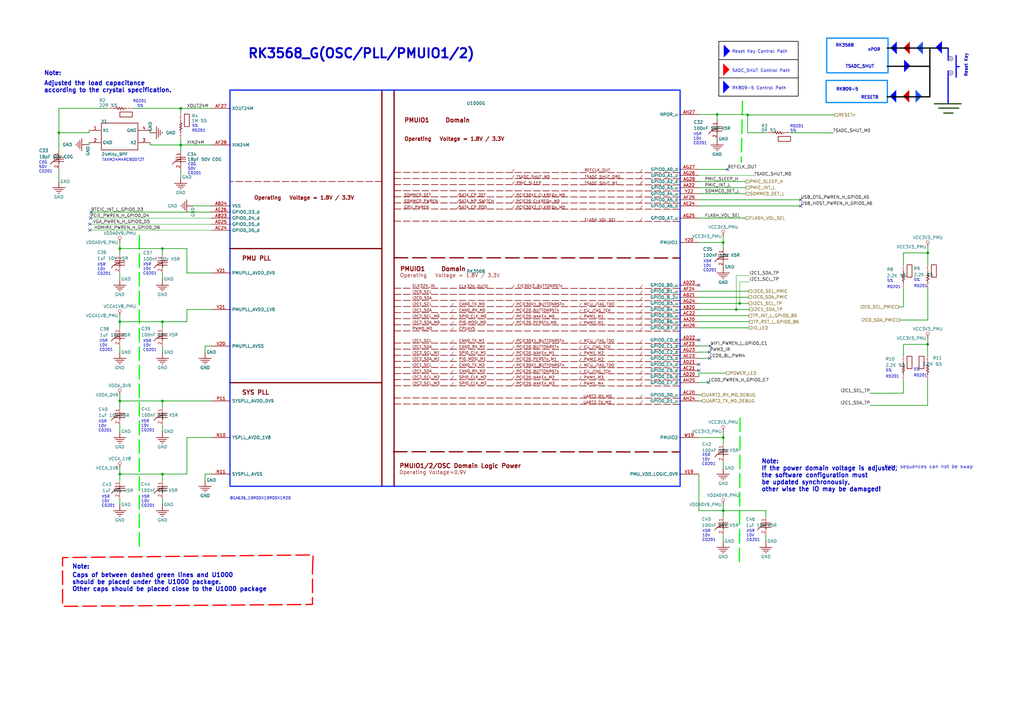
<source format=kicad_sch>
(kicad_sch (version 20230819) (generator eeschema)
  (paper "A3")
  (lib_symbols
    (symbol "cm3568 LPDDR4-altium-import:GND" (power)
      (property "Reference" "#PWR" (at 0 0 0))
      (property "Value" "GND" (at 0 6.35 0))
      (symbol "GND_0_0"
        (pin power_in line (at 0 0 0) (length 0) (name "GND") (number ""))
      )
    )
    (symbol "cm3568 LPDDR4-altium-import:VCC3V3_PMU" (power)
      (property "Reference" "#PWR" (at 0 0 0))
      (property "Value" "VCC3V3_PMU" (at 0 3.81 0))
      (symbol "VCC3V3_PMU_0_0"
        (pin power_in line (at 0 0 0) (length 0) (name "VCC3V3_PMU") (number ""))
      )
    )
    (symbol "cm3568 LPDDR4-altium-import:VCCA1V8_PMU" (power)
      (property "Reference" "#PWR" (at 0 0 0))
      (property "Value" "VCCA1V8_PMU" (at 0 3.81 0))
      (symbol "VCCA1V8_PMU_0_0"
        (pin power_in line (at 0 0 0) (length 0) (name "VCCA1V8_PMU") (number ""))
      )
    )
    (symbol "cm3568 LPDDR4-altium-import:VCCA_1V8" (power)
      (property "Reference" "#PWR" (at 0 0 0))
      (property "Value" "VCCA_1V8" (at 0 3.81 0))
      (symbol "VCCA_1V8_0_0"
        (pin power_in line (at 0 0 0) (length 0) (name "VCCA_1V8") (number ""))
      )
    )
    (symbol "cm3568 LPDDR4-altium-import:VDDA0V9_PMU" (power)
      (property "Reference" "#PWR" (at 0 0 0))
      (property "Value" "VDDA0V9_PMU" (at 0 3.81 0))
      (symbol "VDDA0V9_PMU_0_0"
        (pin power_in line (at 0 0 0) (length 0) (name "VDDA0V9_PMU") (number ""))
      )
    )
    (symbol "cm3568 LPDDR4-altium-import:VDDA_0V9" (power)
      (property "Reference" "#PWR" (at 0 0 0))
      (property "Value" "VDDA_0V9" (at 0 3.81 0))
      (symbol "VDDA_0V9_0_0"
        (pin power_in line (at 0 0 0) (length 0) (name "VDDA_0V9") (number ""))
      )
    )
    (symbol "cm3568 LPDDR4-altium-import:root_0_25MHz_9PF"
      (symbol "root_0_25MHz_9PF_1_0"
        (pin passive line (at -4.5 0 0) (length 5) (name "X1") (number "1"))
        (pin passive line (at -4.5 -5 0) (length 5) (name "GND") (number "2"))
        (pin passive line (at 20.5 -5 180) (length 5) (name "X2") (number "3"))
        (pin passive line (at 20.5 0 180) (length 5) (name "GND") (number "4"))
      )
    )
    (symbol "cm3568 LPDDR4-altium-import:root_0_R0201_0R"
      (symbol "root_0_R0201_0R_1_0"
        (pin passive line (at -5.04 -0.04 0) (length 2.54) (name "1") (number "1"))
        (pin passive line (at 5.12 -0.04 180) (length 2.54) (name "2") (number "2"))
      )
    )
    (symbol "cm3568 LPDDR4-altium-import:root_0_R0201_22R"
      (symbol "root_0_R0201_22R_1_0"
        (pin passive line (at -5.04 -0.04 0) (length 2.54) (name "1") (number "1"))
        (pin passive line (at 5.12 -0.04 180) (length 2.54) (name "2") (number "2"))
      )
    )
    (symbol "cm3568 LPDDR4-altium-import:root_0_RK3568"
      (property "Reference" "U13" (at -65.254 58.89 0))
      (property "Value" "RK3568" (at -65.254 -10.04 0))
      (symbol "root_0_RK3568_1_0"
        (pin passive line (at 17.92 47.5 180) (length 8) (name "VDD_CPU_1") (number "J15"))
        (pin passive line (at 17.92 45 180) (length 8) (name "VDD_CPU_2") (number "K15"))
        (pin passive line (at 17.92 42.5 180) (length 8) (name "VDD_CPU_3") (number "K16"))
        (pin passive line (at 17.92 40 180) (length 8) (name "VDD_CPU_4") (number "K17"))
        (pin passive line (at 17.92 37.5 180) (length 8) (name "VDD_CPU_5") (number "K18"))
        (pin passive line (at 17.92 10 180) (length 8) (name "VDD_LOGIC_1") (number "L12"))
        (pin passive line (at 17.92 35 180) (length 8) (name "VDD_CPU_6") (number "L15"))
        (pin passive line (at 17.92 32.5 180) (length 8) (name "VDD_CPU_7") (number "L16"))
        (pin passive line (at 17.92 30 180) (length 8) (name "VDD_CPU_8") (number "L17"))
        (pin passive line (at 17.92 27.5 180) (length 8) (name "VDD_CPU_9") (number "L18"))
        (pin passive line (at 17.92 7.5 180) (length 8) (name "VDD_LOGIC_2") (number "M12"))
        (pin passive line (at 17.92 17.5 180) (length 8) (name "VDD_CPU_COM") (number "M15"))
        (pin passive line (at 17.92 25 180) (length 8) (name "VDD_CPU_10") (number "M17"))
        (pin passive line (at 17.92 -37.5 180) (length 8) (name "VDD_NPU_1") (number "M19"))
        (pin passive line (at 17.92 5 180) (length 8) (name "VDD_LOGIC_3") (number "N13"))
        (pin passive line (at 17.92 2.5 180) (length 8) (name "VDD_LOGIC_4") (number "N16"))
        (pin passive line (at 17.92 -40 180) (length 8) (name "VDD_NPU_2") (number "N19"))
        (pin passive line (at 17.92 0 180) (length 8) (name "VDD_LOGIC_5") (number "P13"))
        (pin passive line (at 17.92 -2.5 180) (length 8) (name "VDD_LOGIC_6") (number "P16"))
        (pin passive line (at 17.92 -42.5 180) (length 8) (name "VDD_NPU_3") (number "P18"))
        (pin passive line (at 17.92 -45 180) (length 8) (name "VDD_NPU_4") (number "P19"))
        (pin passive line (at 17.92 -47.5 180) (length 8) (name "VDD_NPU_5") (number "P20"))
        (pin passive line (at 17.92 -5 180) (length 8) (name "VDD_LOGIC_7") (number "R12"))
        (pin passive line (at 17.92 -20 180) (length 8) (name "VDD_GPU_1") (number "R13"))
        (pin passive line (at 17.92 -7.5 180) (length 8) (name "VDD_LOGIC_8") (number "R16"))
        (pin passive line (at 17.92 -10 180) (length 8) (name "VDD_LOGIC_9") (number "T12"))
        (pin passive line (at 17.92 -22.5 180) (length 8) (name "VDD_GPU_2") (number "T13"))
        (pin passive line (at 17.92 -12.5 180) (length 8) (name "VDD_LOGIC_10") (number "T16"))
        (pin passive line (at 17.92 -25 180) (length 8) (name "VDD_GPU_3") (number "U11"))
        (pin passive line (at 17.92 -27.5 180) (length 8) (name "VDD_GPU_4") (number "U12"))
        (pin passive line (at 17.92 -30 180) (length 8) (name "VDD_GPU_5") (number "U13"))
      )
      (symbol "root_0_RK3568_2_0"
        (pin passive line (at 17.92 77.5 180) (length 8) (name "VSS_1") (number "A1"))
        (pin passive line (at 17.92 70 180) (length 8) (name "VSS_4") (number "A10"))
        (pin passive line (at 17.92 67.5 180) (length 8) (name "VSS_5") (number "A14"))
        (pin passive line (at 17.92 65 180) (length 8) (name "VSS_6") (number "A18"))
        (pin passive line (at 17.92 62.5 180) (length 8) (name "VSS_7") (number "A28"))
        (pin passive line (at 17.92 75 180) (length 8) (name "VSS_2") (number "A3"))
        (pin passive line (at 17.92 72.5 180) (length 8) (name "VSS_3") (number "A6"))
        (pin passive line (at 17.92 55 180) (length 8) (name "VSS_10") (number "B12"))
        (pin passive line (at 17.92 52.5 180) (length 8) (name "VSS_11") (number "B16"))
        (pin passive line (at 17.92 50 180) (length 8) (name "VSS_12") (number "B23"))
        (pin passive line (at 17.92 47.5 180) (length 8) (name "VSS_13") (number "B26"))
        (pin passive line (at 17.92 60 180) (length 8) (name "VSS_8") (number "B5"))
        (pin passive line (at 17.92 57.5 180) (length 8) (name "VSS_9") (number "B9"))
        (pin passive line (at 17.92 35 180) (length 8) (name "VSS_18") (number "C11"))
        (pin passive line (at 17.92 32.5 180) (length 8) (name "VSS_19") (number "C12"))
        (pin passive line (at 17.92 30 180) (length 8) (name "VSS_20") (number "C14"))
        (pin passive line (at 17.92 27.5 180) (length 8) (name "VSS_21") (number "C15"))
        (pin passive line (at 17.92 25 180) (length 8) (name "VSS_22") (number "C17"))
        (pin passive line (at 17.92 22.5 180) (length 8) (name "VSS_23") (number "C18"))
        (pin passive line (at 17.92 20 180) (length 8) (name "VSS_24") (number "C25"))
        (pin passive line (at 17.92 45 180) (length 8) (name "VSS_14") (number "C3"))
        (pin passive line (at 17.92 42.5 180) (length 8) (name "VSS_15") (number "C6"))
        (pin passive line (at 17.92 40 180) (length 8) (name "VSS_16") (number "C8"))
        (pin passive line (at 17.92 37.5 180) (length 8) (name "VSS_17") (number "C9"))
        (pin passive line (at 17.92 15 180) (length 8) (name "VSS_26") (number "D11"))
        (pin passive line (at 17.92 17.5 180) (length 8) (name "VSS_25") (number "D2"))
        (pin passive line (at 17.92 10 180) (length 8) (name "VSS_28") (number "D28"))
        (pin passive line (at 17.92 12.5 180) (length 8) (name "VSS_27") (number "D3"))
        (pin passive line (at 17.92 7.5 180) (length 8) (name "VSS_29") (number "E3"))
        (pin passive line (at 17.92 5 180) (length 8) (name "VSS_30") (number "E7"))
        (pin passive line (at 17.92 2.5 180) (length 8) (name "VSS_31") (number "F1"))
        (pin passive line (at 17.92 -5 180) (length 8) (name "VSS_34") (number "F12"))
        (pin passive line (at 17.92 -7.5 180) (length 8) (name "VSS_35") (number "F14"))
        (pin passive line (at 17.92 -10 180) (length 8) (name "VSS_36") (number "F15"))
        (pin passive line (at 17.92 -12.5 180) (length 8) (name "VSS_37") (number "F17"))
        (pin passive line (at 17.92 0 180) (length 8) (name "VSS_32") (number "F3"))
        (pin passive line (at 17.92 -2.5 180) (length 8) (name "VSS_33") (number "F9"))
        (pin passive line (at 17.92 -25 180) (length 8) (name "VSS_42") (number "G11"))
        (pin passive line (at 17.92 -27.5 180) (length 8) (name "VSS_43") (number "G12"))
        (pin passive line (at 17.92 -30 180) (length 8) (name "VSS_44") (number "G14"))
        (pin passive line (at 17.92 -32.5 180) (length 8) (name "VSS_45") (number "G15"))
        (pin passive line (at 17.92 -35 180) (length 8) (name "VSS_46") (number "G17"))
        (pin passive line (at 17.92 -37.5 180) (length 8) (name "VSS_47") (number "G18"))
        (pin passive line (at 17.92 -40 180) (length 8) (name "VSS_48") (number "G24"))
        (pin passive line (at 17.92 -15 180) (length 8) (name "VSS_38") (number "G5"))
        (pin passive line (at 17.92 -17.5 180) (length 8) (name "VSS_39") (number "G6"))
        (pin passive line (at 17.92 -20 180) (length 8) (name "VSS_40") (number "G8"))
        (pin passive line (at 17.92 -22.5 180) (length 8) (name "VSS_41") (number "G9"))
        (pin passive line (at 17.92 -42.5 180) (length 8) (name "VSS_49") (number "H2"))
        (pin passive line (at 17.92 -45 180) (length 8) (name "VSS_50") (number "H3"))
        (pin passive line (at 17.92 -47.5 180) (length 8) (name "VSS_51") (number "H6"))
        (pin passive line (at 17.92 -55 180) (length 8) (name "VSS_54") (number "J17"))
        (pin passive line (at 17.92 -57.5 180) (length 8) (name "VSS_55") (number "J18"))
        (pin passive line (at 17.92 -60 180) (length 8) (name "VSS_56") (number "J20"))
        (pin passive line (at 17.92 -62.5 180) (length 8) (name "VSS_57") (number "J22"))
        (pin passive line (at 17.92 -65 180) (length 8) (name "VSS_58") (number "J26"))
        (pin passive line (at 17.92 -50 180) (length 8) (name "VSS_52") (number "J3"))
        (pin passive line (at 17.92 -52.5 180) (length 8) (name "VSS_53") (number "J5"))
        (pin passive line (at 17.92 -67.5 180) (length 8) (name "VSS_59") (number "K1"))
        (pin passive line (at 17.92 -70 180) (length 8) (name "VSS_60") (number "K11"))
        (pin passive line (at 17.92 -72.5 180) (length 8) (name "VSS_61") (number "K12"))
        (pin passive line (at 17.92 -75 180) (length 8) (name "VSS_62") (number "K13"))
        (pin passive line (at 17.92 -77.5 180) (length 8) (name "VSS_63") (number "K14"))
        (pin passive line (at 17.92 -80 180) (length 8) (name "VSS_64") (number "K19"))
        (pin passive line (at 17.92 -82.5 180) (length 8) (name "VSS_65") (number "L3"))
      )
      (symbol "root_0_RK3568_3_0"
        (pin passive line (at 15.42 72.5 180) (length 8) (name "VSS_68") (number "L11"))
        (pin passive line (at 15.42 70 180) (length 8) (name "VSS_69") (number "L13"))
        (pin passive line (at 15.42 67.5 180) (length 8) (name "VSS_70") (number "L14"))
        (pin passive line (at 15.42 65 180) (length 8) (name "VSS_71") (number "L19"))
        (pin passive line (at 15.42 62.5 180) (length 8) (name "VSS_72") (number "L20"))
        (pin passive line (at 15.42 60 180) (length 8) (name "VSS_73") (number "L21"))
        (pin passive line (at 15.42 77.5 180) (length 8) (name "VSS_66") (number "L5"))
        (pin passive line (at 15.42 75 180) (length 8) (name "VSS_67") (number "L8"))
        (pin passive line (at 15.42 47.5 180) (length 8) (name "VSS_78") (number "M11"))
        (pin passive line (at 15.42 45 180) (length 8) (name "VSS_79") (number "M13"))
        (pin passive line (at 15.42 42.5 180) (length 8) (name "VSS_80") (number "M14"))
        (pin passive line (at 15.42 40 180) (length 8) (name "VSS_81") (number "M16"))
        (pin passive line (at 15.42 37.5 180) (length 8) (name "VSS_82") (number "M18"))
        (pin passive line (at 15.42 57.5 180) (length 8) (name "VSS_74") (number "M2"))
        (pin passive line (at 15.42 55 180) (length 8) (name "VSS_75") (number "M3"))
        (pin passive line (at 15.42 52.5 180) (length 8) (name "VSS_76") (number "M6"))
        (pin passive line (at 15.42 50 180) (length 8) (name "VSS_77") (number "M8"))
        (pin passive line (at 15.42 35 180) (length 8) (name "VSS_83") (number "N1"))
        (pin passive line (at 15.42 32.5 180) (length 8) (name "VSS_84") (number "N12"))
        (pin passive line (at 15.42 30 180) (length 8) (name "VSS_85") (number "N14"))
        (pin passive line (at 15.42 27.5 180) (length 8) (name "VSS_86") (number "N15"))
        (pin passive line (at 15.42 25 180) (length 8) (name "VSS_87") (number "N17"))
        (pin passive line (at 15.42 22.5 180) (length 8) (name "VSS_88") (number "N18"))
        (pin passive line (at 15.42 15 180) (length 8) (name "VSS_91") (number "P12"))
        (pin passive line (at 15.42 12.5 180) (length 8) (name "VSS_92") (number "P14"))
        (pin passive line (at 15.42 10 180) (length 8) (name "VSS_93") (number "P15"))
        (pin passive line (at 15.42 7.5 180) (length 8) (name "VSS_94") (number "P17"))
        (pin passive line (at 15.42 20 180) (length 8) (name "VSS_89") (number "P3"))
        (pin passive line (at 15.42 17.5 180) (length 8) (name "VSS_90") (number "P6"))
        (pin passive line (at 15.42 0 180) (length 8) (name "VSS_97") (number "R10"))
        (pin passive line (at 15.42 -2.5 180) (length 8) (name "VSS_98") (number "R11"))
        (pin passive line (at 15.42 -5 180) (length 8) (name "VSS_99") (number "R14"))
        (pin passive line (at 15.42 -7.5 180) (length 8) (name "VSS_100") (number "R15"))
        (pin passive line (at 15.42 -10 180) (length 8) (name "VSS_101") (number "R17"))
        (pin passive line (at 15.42 -12.5 180) (length 8) (name "VSS_102") (number "R18"))
        (pin passive line (at 15.42 -15 180) (length 8) (name "VSS_103") (number "R19"))
        (pin passive line (at 15.42 5 180) (length 8) (name "VSS_95") (number "R3"))
        (pin passive line (at 15.42 2.5 180) (length 8) (name "VSS_96") (number "R6"))
        (pin passive line (at 15.42 -17.5 180) (length 8) (name "VSS_104") (number "T10"))
        (pin passive line (at 15.42 -20 180) (length 8) (name "VSS_105") (number "T11"))
        (pin passive line (at 15.42 -22.5 180) (length 8) (name "VSS_106") (number "T14"))
        (pin passive line (at 15.42 -25 180) (length 8) (name "VSS_107") (number "T15"))
        (pin passive line (at 15.42 -27.5 180) (length 8) (name "VSS_108") (number "T17"))
        (pin passive line (at 15.42 -30 180) (length 8) (name "VSS_109") (number "T18"))
        (pin passive line (at 15.42 -32.5 180) (length 8) (name "VSS_110") (number "T19"))
        (pin passive line (at 15.42 -35 180) (length 8) (name "VSS_111") (number "U1"))
        (pin passive line (at 15.42 -45 180) (length 8) (name "VSS_115") (number "U10"))
        (pin passive line (at 15.42 -47.5 180) (length 8) (name "VSS_116") (number "U14"))
        (pin passive line (at 15.42 -50 180) (length 8) (name "VSS_117") (number "U15"))
        (pin passive line (at 15.42 -52.5 180) (length 8) (name "VSS_118") (number "U16"))
        (pin passive line (at 15.42 -55 180) (length 8) (name "VSS_119") (number "U17"))
        (pin passive line (at 15.42 -57.5 180) (length 8) (name "VSS_120") (number "U18"))
        (pin passive line (at 15.42 -37.5 180) (length 8) (name "VSS_112") (number "U6"))
        (pin passive line (at 15.42 -40 180) (length 8) (name "VSS_113") (number "U7"))
        (pin passive line (at 15.42 -42.5 180) (length 8) (name "VSS_114") (number "U8"))
        (pin passive line (at 15.42 -67.5 180) (length 8) (name "VSS_124") (number "V13"))
        (pin passive line (at 15.42 -60 180) (length 8) (name "VSS_121") (number "V3"))
        (pin passive line (at 15.42 -62.5 180) (length 8) (name "VSS_122") (number "V8"))
        (pin passive line (at 15.42 -65 180) (length 8) (name "VSS_123") (number "V9"))
        (pin passive line (at 15.42 -70 180) (length 8) (name "VSS_125") (number "W10"))
        (pin passive line (at 15.42 -72.5 180) (length 8) (name "VSS_126") (number "W11"))
        (pin passive line (at 15.42 -75 180) (length 8) (name "VSS_127") (number "W12"))
        (pin passive line (at 15.42 -77.5 180) (length 8) (name "VSS_128") (number "W13"))
        (pin passive line (at 15.42 -80 180) (length 8) (name "VSS_129") (number "Y8"))
        (pin passive line (at 15.42 -82.5 180) (length 8) (name "VSS_130") (number "Y9"))
      )
      (symbol "root_0_RK3568_4_0"
        (pin passive line (at 15 7.5 180) (length 8) (name "VSS_135") (number "AA23"))
        (pin passive line (at 15 12.5 180) (length 8) (name "VSS_133") (number "AA4"))
        (pin passive line (at 15 10 180) (length 8) (name "VSS_134") (number "AA9"))
        (pin passive line (at 15 5 180) (length 8) (name "VSS_136") (number "AB2"))
        (pin passive line (at 15 2.5 180) (length 8) (name "VSS_137") (number "AB6"))
        (pin passive line (at 15 0 180) (length 8) (name "VSS_138") (number "AD3"))
        (pin passive line (at 15 -5 180) (length 8) (name "VSS_140") (number "AE21"))
        (pin passive line (at 15 -2.5 180) (length 8) (name "VSS_139") (number "AE6"))
        (pin passive line (at 15 -10 180) (length 8) (name "VSS_142") (number "AF26"))
        (pin passive line (at 15 -7.5 180) (length 8) (name "VSS_141") (number "AF3"))
        (pin passive line (at 15 -12.5 180) (length 8) (name "VSS_143") (number "AG5"))
        (pin passive line (at 15 -15 180) (length 8) (name "VSS_144") (number "AH1"))
        (pin passive line (at 15 -20 180) (length 8) (name "VSS_146") (number "AH28"))
        (pin passive line (at 15 -17.5 180) (length 8) (name "VSS_145") (number "AH8"))
        (pin passive line (at 15 17.5 180) (length 8) (name "VSS_131") (number "Y11"))
        (pin passive line (at 15 15 180) (length 8) (name "VSS_132") (number "Y12"))
      )
      (symbol "root_0_RK3568_5_0"
        (pin passive line (at 17.5 15 180) (length 8) (name "AVSS_24") (number "AA12"))
        (pin passive line (at 17.5 12.5 180) (length 8) (name "AVSS_25") (number "AA14"))
        (pin passive line (at 17.5 10 180) (length 8) (name "AVSS_26") (number "AA15"))
        (pin passive line (at 17.5 7.5 180) (length 8) (name "AVSS_27") (number "AA17"))
        (pin passive line (at 17.5 5 180) (length 8) (name "AVSS_28") (number "AA24"))
        (pin passive line (at 17.5 2.5 180) (length 8) (name "AVSS_29") (number "AA26"))
        (pin passive line (at 17.5 0 180) (length 8) (name "AVSS_30") (number "AB11"))
        (pin passive line (at 17.5 -2.5 180) (length 8) (name "AVSS_31") (number "AB12"))
        (pin passive line (at 17.5 -5 180) (length 8) (name "AVSS_32") (number "AB14"))
        (pin passive line (at 17.5 -7.5 180) (length 8) (name "AVSS_33") (number "AB15"))
        (pin passive line (at 17.5 -10 180) (length 8) (name "AVSS_34") (number "AB17"))
        (pin passive line (at 17.5 -15 180) (length 8) (name "AVSS_36") (number "AC11"))
        (pin passive line (at 17.5 -17.5 180) (length 8) (name "AVSS_37") (number "AC12"))
        (pin passive line (at 17.5 -20 180) (length 8) (name "AVSS_38") (number "AC15"))
        (pin passive line (at 17.5 -22.5 180) (length 8) (name "AVSS_39") (number "AC18"))
        (pin passive line (at 17.5 -25 180) (length 8) (name "AVSS_40") (number "AC25"))
        (pin passive line (at 17.5 -27.5 180) (length 8) (name "AVSS_41") (number "AC26"))
        (pin passive line (at 17.5 -12.5 180) (length 8) (name "AVSS_35") (number "AC9"))
        (pin passive line (at 17.5 -30 180) (length 8) (name "AVSS_42") (number "AD26"))
        (pin passive line (at 17.5 -32.5 180) (length 8) (name "AVSS_43") (number "AE14"))
        (pin passive line (at 17.5 -35 180) (length 8) (name "AVSS_44") (number "AE17"))
        (pin passive line (at 17.5 -37.5 180) (length 8) (name "AVSS_45") (number "AE20"))
        (pin passive line (at 17.5 -40 180) (length 8) (name "AVSS_46") (number "AE27"))
        (pin passive line (at 17.5 -42.5 180) (length 8) (name "AVSS_47") (number "AE28"))
        (pin passive line (at 17.5 -47.5 180) (length 8) (name "AVSS_49") (number "AF11"))
        (pin passive line (at 17.5 -50 180) (length 8) (name "AVSS_50") (number "AF12"))
        (pin passive line (at 17.5 -52.5 180) (length 8) (name "AVSS_51") (number "AF14"))
        (pin passive line (at 17.5 -55 180) (length 8) (name "AVSS_52") (number "AF15"))
        (pin passive line (at 17.5 -57.5 180) (length 8) (name "AVSS_53") (number "AF17"))
        (pin passive line (at 17.5 -60 180) (length 8) (name "AVSS_54") (number "AF18"))
        (pin passive line (at 17.5 -62.5 180) (length 8) (name "AVSS_55") (number "AF20"))
        (pin passive line (at 17.5 -65 180) (length 8) (name "AVSS_56") (number "AF21"))
        (pin passive line (at 17.5 -45 180) (length 8) (name "AVSS_48") (number "AF9"))
        (pin passive line (at 17.5 -67.5 180) (length 8) (name "AVSS_57") (number "AG18"))
        (pin passive line (at 17.5 -70 180) (length 8) (name "AVSS_58") (number "AH18"))
        (pin passive line (at 17.5 -72.5 180) (length 8) (name "AVSS_59") (number "AH23"))
        (pin passive line (at 17.5 72.5 180) (length 8) (name "AVSS_1") (number "J27"))
        (pin passive line (at 17.5 70 180) (length 8) (name "AVSS_2") (number "L24"))
        (pin passive line (at 17.5 67.5 180) (length 8) (name "AVSS_3") (number "L26"))
        (pin passive line (at 17.5 65 180) (length 8) (name "AVSS_4") (number "M21"))
        (pin passive line (at 17.5 62.5 180) (length 8) (name "AVSS_5") (number "M26"))
        (pin passive line (at 17.5 60 180) (length 8) (name "AVSS_6") (number "N28"))
        (pin passive line (at 17.5 57.5 180) (length 8) (name "AVSS_7") (number "P21"))
        (pin passive line (at 17.5 55 180) (length 8) (name "AVSS_8") (number "P26"))
        (pin passive line (at 17.5 52.5 180) (length 8) (name "AVSS_9") (number "R23"))
        (pin passive line (at 17.5 50 180) (length 8) (name "AVSS_10") (number "R26"))
        (pin passive line (at 17.5 47.5 180) (length 8) (name "AVSS_11") (number "U23"))
        (pin passive line (at 17.5 45 180) (length 8) (name "AVSS_12") (number "U26"))
        (pin passive line (at 17.5 42.5 180) (length 8) (name "AVSS_13") (number "V14"))
        (pin passive line (at 17.5 40 180) (length 8) (name "AVSS_14") (number "V15"))
        (pin passive line (at 17.5 37.5 180) (length 8) (name "AVSS_15") (number "V16"))
        (pin passive line (at 17.5 35 180) (length 8) (name "AVSS_16") (number "V22"))
        (pin passive line (at 17.5 32.5 180) (length 8) (name "AVSS_17") (number "V23"))
        (pin passive line (at 17.5 30 180) (length 8) (name "AVSS_18") (number "V26"))
        (pin passive line (at 17.5 27.5 180) (length 8) (name "AVSS_19") (number "W17"))
        (pin passive line (at 17.5 25 180) (length 8) (name "AVSS_20") (number "Y18"))
        (pin passive line (at 17.5 22.5 180) (length 8) (name "AVSS_21") (number "Y23"))
        (pin passive line (at 17.5 20 180) (length 8) (name "AVSS_22") (number "Y24"))
        (pin passive line (at 17.5 17.5 180) (length 8) (name "AVSS_23") (number "Y26"))
      )
      (symbol "root_0_RK3568_6_0"
        (text "/  DDR4_DML_A               /  LPDDR4_DM0_A             /  DDR3_DM0            /  LPDDR3_DM1" (at 7.366 -13.716 0) (effects (font (size 1.143 1.143)) (justify left bottom)))
        (text "/  DDR4_DML_B               /  LPDDR4_DM1_B             /  DDR3_DM3            /  LPDDR3_DM2" (at 7.366 -126.238 0) (effects (font (size 1.143 1.143)) (justify left bottom)))
        (text "/  DDR4_DMU_A               /  LPDDR4_DM1_A             /  DDR3_DM1            /  LPDDR3_DM3" (at 7.366 -51.054 0) (effects (font (size 1.143 1.143)) (justify left bottom)))
        (text "/  DDR4_DMU_B              /  LPDDR4_DM0_B             /  DDR3_DM2            /  LPDDR3_DM0" (at 7.366 -88.392 0) (effects (font (size 1.143 1.143)) (justify left bottom)))
        (text "/  DDR4_DQL0_A              /  LPDDR4_DQ0_A              /  DDR3_DQ0            /  LPDDR3_DQ15" (at 7.366 9.144 0) (effects (font (size 1.143 1.143)) (justify left bottom)))
        (text "/  DDR4_DQL0_B              /  LPDDR4_DQ8_B              /  DDR3_DQ24          /  LPDDR3_DQ18" (at 7.366 -103.632 0) (effects (font (size 1.143 1.143)) (justify left bottom)))
        (text "/  DDR4_DQL1_A              /  LPDDR4_DQ7_A              /  DDR3_DQ7            /  LPDDR3_DQ11" (at 7.366 -8.89 0) (effects (font (size 1.143 1.143)) (justify left bottom)))
        (text "/  DDR4_DQL1_B              /  LPDDR4_DQ14_B            /  DDR3_DQ30          /  LPDDR3_DQ20" (at 7.366 -118.836 0) (effects (font (size 1.143 1.143)) (justify left bottom)))
        (text "/  DDR4_DQL2_A              /  LPDDR4_DQ1_A              /  DDR3_DQ1            /  LPDDR3_DQ14" (at 7.366 6.568 0) (effects (font (size 1.143 1.143)) (justify left bottom)))
        (text "/  DDR4_DQL2_B              /  LPDDR4_DQ8_B              /  DDR3_DQ25          /  LPDDR3_DQ19" (at 7.366 -106.172 0) (effects (font (size 1.143 1.143)) (justify left bottom)))
        (text "/  DDR4_DQL3_A              /  LPDDR4_DQ6_A              /  DDR3_DQ6            /  LPDDR3_DQ8" (at 7.366 -6.314 0) (effects (font (size 1.143 1.143)) (justify left bottom)))
        (text "/  DDR4_DQL3_B              /  LPDDR4_DQ15_B            /  DDR3_DQ31          /  LPDDR3_DQ21" (at 7.366 -121.412 0) (effects (font (size 1.143 1.143)) (justify left bottom)))
        (text "/  DDR4_DQL4_A              /  LPDDR4_DQ2_A              /  DDR3_DQ2            /  LPDDR3_DQ10" (at 7.366 3.991 0) (effects (font (size 1.143 1.143)) (justify left bottom)))
        (text "/  DDR4_DQL4_B              /  LPDDR4_DQ10_B            /  DDR3_DQ26          /  LPDDR3_DQ22" (at 7.366 -108.712 0) (effects (font (size 1.143 1.143)) (justify left bottom)))
        (text "/  DDR4_DQL5_A              /  LPDDR4_DQ5_A              /  DDR3_DQ5            /  LPDDR3_DQ12" (at 7.366 -3.737 0) (effects (font (size 1.143 1.143)) (justify left bottom)))
        (text "/  DDR4_DQL5_B              /  LPDDR4_DQ13_B            /  DDR3_DQ29          /  LPDDR3_DQ17" (at 7.366 -116.259 0) (effects (font (size 1.143 1.143)) (justify left bottom)))
        (text "/  DDR4_DQL6_A              /  LPDDR4_DQ3_A              /  DDR3_DQ3            /  LPDDR3_DQ9" (at 7.366 1.415 0) (effects (font (size 1.143 1.143)) (justify left bottom)))
        (text "/  DDR4_DQL6_B              /  LPDDR4_DQ11_B            /  DDR3_DQ27          /  LPDDR3_DQ23" (at 7.366 -111.107 0) (effects (font (size 1.143 1.143)) (justify left bottom)))
        (text "/  DDR4_DQL7_A              /  LPDDR4_DQ4_A              /  DDR3_DQ4            /  LPDDR3_DQ13" (at 7.366 -1.161 0) (effects (font (size 1.143 1.143)) (justify left bottom)))
        (text "/  DDR4_DQL7_B              /  LPDDR4_DQ12_B            /  DDR3_DQ28          /  LPDDR3_DQ16" (at 7.366 -113.683 0) (effects (font (size 1.143 1.143)) (justify left bottom)))
        (text "/  DDR4_DQSL_N_A       /  LPDDR4_DQS0N_A         /  DDR3_DQS0N        /  LPDDR3_DQS1N" (at 7.366 -21.082 0) (effects (font (size 1.143 1.143)) (justify left bottom)))
        (text "/  DDR4_DQSL_N_B         /  LPDDR4_DQS1N_B         /  DDR3_DQS3N        /  LPDDR3_DQS2N" (at 7.366 -133.604 0) (effects (font (size 1.143 1.143)) (justify left bottom)))
        (text "/  DDR4_DQSL_P_A        /  LPDDR4_DQS0P_A          /  DDR3_DQS0P        /  LPDDR3_DQS1P" (at 7.366 -18.506 0) (effects (font (size 1.143 1.143)) (justify left bottom)))
        (text "/  DDR4_DQSL_P_B          /  LPDDR4_DQS1P_B          /  DDR3_DQS3P        /  LPDDR3_DQS2P" (at 7.366 -131.028 0) (effects (font (size 1.143 1.143)) (justify left bottom)))
        (text "/  DDR4_DQSU_N_A       /  LPDDR4_DQS1N_A        /  DDR3_DQS1N        /  LPDDR3_DQS3N" (at 7.366 -58.42 0) (effects (font (size 1.143 1.143)) (justify left bottom)))
        (text "/  DDR4_DQSU_N_B        /  LPDDR4_DQS0N_B         /  DDR3_DQS2N        /  LPDDR3_DQS0N" (at 7.366 -95.758 0) (effects (font (size 1.143 1.143)) (justify left bottom)))
        (text "/  DDR4_DQSU_P_A        /  LPDDR4_DQS1P_A         /  DDR3_DQS1P        /  LPDDR3_DQS3P" (at 7.366 -55.844 0) (effects (font (size 1.143 1.143)) (justify left bottom)))
        (text "/  DDR4_DQSU_P_B        /  LPDDR4_DQS0P_B         /  DDR3_DQS2P        /  LPDDR3_DQS0P" (at 7.366 -93.182 0) (effects (font (size 1.143 1.143)) (justify left bottom)))
        (text "/  DDR4_DQU0_A             /  LPDDR4_DQ15_A            /  DDR3_DQ15          /  LPDDR3_DQ27" (at 7.366 -46.228 0) (effects (font (size 1.143 1.143)) (justify left bottom)))
        (text "/  DDR4_DQU0_B             /  LPDDR4_DQ4_B              /  DDR3_DQ20          /  LPDDR3_DQ2" (at 7.366 -75.837 0) (effects (font (size 1.143 1.143)) (justify left bottom)))
        (text "/  DDR4_DQU1_A             /  LPDDR4_DQ9_A              /  DDR3_DQ9            /  LPDDR3_DQ24" (at 7.366 -30.77 0) (effects (font (size 1.143 1.143)) (justify left bottom)))
        (text "/  DDR4_DQU1_B             /  LPDDR4_DQ3_B              /  DDR3_DQ19          /  LPDDR3_DQ4" (at 7.366 -73.261 0) (effects (font (size 1.143 1.143)) (justify left bottom)))
        (text "/  DDR4_DQU2_A             /  LPDDR4_DQ12_A            /  DDR3_DQ12          /  LPDDR3_DQ26" (at 7.366 -38.499 0) (effects (font (size 1.143 1.143)) (justify left bottom)))
        (text "/  DDR4_DQU2_B             /  LPDDR4_DQ7_B              /  DDR3_DQ23          /  LPDDR3_DQ0" (at 7.366 -83.566 0) (effects (font (size 1.143 1.143)) (justify left bottom)))
        (text "/  DDR4_DQU3_A             /  LPDDR4_DQ8_A              /  DDR3_DQ8            /  LPDDR3_DQ25" (at 7.366 -28.448 0) (effects (font (size 1.143 1.143)) (justify left bottom)))
        (text "/  DDR4_DQU3_B             /  LPDDR4_DQ2_B              /  DDR3_DQ18          /  LPDDR3_DQ6" (at 7.366 -70.685 0) (effects (font (size 1.143 1.143)) (justify left bottom)))
        (text "/  DDR4_DQU4_A             /  LPDDR4_DQ13_A            /  DDR3_DQ13          /  LPDDR3_DQ31" (at 7.366 -41.075 0) (effects (font (size 1.143 1.143)) (justify left bottom)))
        (text "/  DDR4_DQU4_B             /  LPDDR4_DQ6_B              /  DDR3_DQ22          /  LPDDR3_DQ7" (at 7.366 -80.99 0) (effects (font (size 1.143 1.143)) (justify left bottom)))
        (text "/  DDR4_DQU5_A             /  LPDDR4_DQ11_A            /  DDR3_DQ11          /  LPDDR3_DQ29" (at 7.366 -35.923 0) (effects (font (size 1.143 1.143)) (justify left bottom)))
        (text "/  DDR4_DQU5_B             /  LPDDR4_DQ1_B              /  DDR3_DQ17          /  LPDDR3_DQ5" (at 7.366 -68.108 0) (effects (font (size 1.143 1.143)) (justify left bottom)))
        (text "/  DDR4_DQU6_A             /  LPDDR4_DQ14_A            /  DDR3_DQ14          /  LPDDR3_DQ30" (at 7.366 -43.652 0) (effects (font (size 1.143 1.143)) (justify left bottom)))
        (text "/  DDR4_DQU6_B             /  LPDDR4_DQ5_B              /  DDR3_DQ21          /  LPDDR3_DQ3" (at 7.366 -78.413 0) (effects (font (size 1.143 1.143)) (justify left bottom)))
        (text "/  DDR4_DQU7_A             /  LPDDR4_DQ10_A            /  DDR3_DQ10          /  LPDDR3_DQ28" (at 7.366 -33.347 0) (effects (font (size 1.143 1.143)) (justify left bottom)))
        (text "/  DDR4_DQU7_B             /  LPDDR4_DQ0_B              /  DDR3_DQ16          /  LPDDR3_DQ1" (at 7.366 -65.786 0) (effects (font (size 1.143 1.143)) (justify left bottom)))
        (text "/  DDR4_ECC_DM            /  --                                         /  DDR3_ECC_DM" (at 7.366 -163.322 0) (effects (font (size 1.143 1.143)) (justify left bottom)))
        (text "/  DDR4_ECC_DQ0           /  --                                         /  DDR3_ECC_DQ1" (at 7.366 -143.256 0) (effects (font (size 1.143 1.143)) (justify left bottom)))
        (text "/  DDR4_ECC_DQ1           /  --                                         /  DDR3_ECC_DQ3" (at 7.366 -148.191 0) (effects (font (size 1.143 1.143)) (justify left bottom)))
        (text "/  DDR4_ECC_DQ2           /  --                                         /  DDR3_ECC_DQ2" (at 7.366 -145.796 0) (effects (font (size 1.143 1.143)) (justify left bottom)))
        (text "/  DDR4_ECC_DQ3           /  --                                         /  DDR3_ECC_DQ6" (at 7.366 -155.92 0) (effects (font (size 1.143 1.143)) (justify left bottom)))
        (text "/  DDR4_ECC_DQ4           /  --                                         /  DDR3_ECC_DQ5" (at 7.366 -153.343 0) (effects (font (size 1.143 1.143)) (justify left bottom)))
        (text "/  DDR4_ECC_DQ5           /  --                                         /  DDR3_ECC_DQ7" (at 7.366 -158.496 0) (effects (font (size 1.143 1.143)) (justify left bottom)))
        (text "/  DDR4_ECC_DQ6           /  --                                         /  DDR3_ECC_DQ4" (at 7.366 -150.767 0) (effects (font (size 1.143 1.143)) (justify left bottom)))
        (text "/  DDR4_ECC_DQ7           /  --                                         /  DDR3_ECC_DQ0" (at 7.366 -140.716 0) (effects (font (size 1.143 1.143)) (justify left bottom)))
        (text "/  DDR4_ECC_DQS_N     /  --                                         /  DDR3_ECC_DQS_N" (at 7.366 -170.688 0) (effects (font (size 1.143 1.143)) (justify left bottom)))
        (text "/  DDR4_ECC_DQS_P      /  --                                         /  DDR3_ECC_DQS_P" (at 7.366 -168.112 0) (effects (font (size 1.143 1.143)) (justify left bottom)))
        (text "=0.6V" (at 170 -162.5 0) (effects (font (size 1.27 1.27) bold) (justify left bottom)))
        (text "=1.1V" (at 170 -160 0) (effects (font (size 1.27 1.27)) (justify left bottom)))
        (text "=1.1V" (at 170 -135 0) (effects (font (size 1.27 1.27)) (justify left bottom)))
        (text "=1.1V" (at 170 -132.5 0) (effects (font (size 1.27 1.27)) (justify left bottom)))
        (text "=1.2V" (at 170 -157.5 0) (effects (font (size 1.27 1.27)) (justify left bottom)))
        (text "=1.2V" (at 170 -155 0) (effects (font (size 1.27 1.27)) (justify left bottom)))
        (text "=1.2V" (at 170 -130 0) (effects (font (size 1.27 1.27)) (justify left bottom)))
        (text "=1.2V" (at 170 -127.5 0) (effects (font (size 1.27 1.27)) (justify left bottom)))
        (text "=1.35V" (at 170 -150 0) (effects (font (size 1.27 1.27)) (justify left bottom)))
        (text "=1.35V" (at 170 -122.5 0) (effects (font (size 1.27 1.27)) (justify left bottom)))
        (text "=1.5V" (at 170 -152.5 0) (effects (font (size 1.27 1.27)) (justify left bottom)))
        (text "=1.5V" (at 170 -125 0) (effects (font (size 1.27 1.27)) (justify left bottom)))
        (text "DDR3" (at 55.88 14.224 0) (effects (font (size 1.27 1.27) bold) (justify left bottom)))
        (text "DDR3" (at 152.908 14.224 0) (effects (font (size 1.27 1.27) bold) (justify left bottom)))
        (text "DDR3" (at 157.5 -152.5 0) (effects (font (size 1.27 1.27)) (justify left bottom)))
        (text "DDR3" (at 157.5 -125 0) (effects (font (size 1.27 1.27)) (justify left bottom)))
        (text "DDR3L" (at 157.5 -150 0) (effects (font (size 1.27 1.27)) (justify left bottom)))
        (text "DDR3L" (at 157.5 -122.5 0) (effects (font (size 1.27 1.27)) (justify left bottom)))
        (text "DDR4" (at 8.89 14.224 0) (effects (font (size 1.27 1.27) bold) (justify left bottom)))
        (text "DDR4" (at 99.568 14.224 0) (effects (font (size 1.27 1.27) bold) (justify left bottom)))
        (text "DDR4" (at 157.5 -155 0) (effects (font (size 1.27 1.27)) (justify left bottom)))
        (text "DDR4" (at 157.5 -127.5 0) (effects (font (size 1.27 1.27)) (justify left bottom)))
        (text "DDR4_14_WEn                     /  LPDDR4_A4_A                       /  DDR3_A15                 /  LPDDR3_A5                    /" (at 99.314 -33.69 0) (effects (font (size 1.143 1.143)) (justify left bottom)))
        (text "DDR4_A0                              /  LPDDR4_CLKP_B                /  DDR3_A9                    /  ---                                      /" (at 99.314 8.89 0) (effects (font (size 1.143 1.143) bold) (justify left bottom)))
        (text "DDR4_A1                              /  ---                                              /  DDR3_A2                    /  ---                                      /" (at 99.314 6.35 0) (effects (font (size 1.143 1.143)) (justify left bottom)))
        (text "DDR4_A10                            /  LPDDR4_CKE0_B                  /  DDR3_A10                  /  ---                                      /" (at 99.314 -21.19 0) (effects (font (size 1.143 1.143)) (justify left bottom)))
        (text "DDR4_A11                            /  LPDDR4_A0_A                       /  DDR3_A7                    /  LPDDR3_A8                    /" (at 99.314 -23.73 0) (effects (font (size 1.143 1.143)) (justify left bottom)))
        (text "DDR4_A12                            /  LPDDR4_A3_A                       /  DDR3_BA2                 /  ---                                      /" (at 99.314 -28.61 0) (effects (font (size 1.143 1.143)) (justify left bottom)))
        (text "DDR4_A13                            /  LPDDR4_A0_A                       /  DDR3_A14                  /  LPDDR3_A0                   /" (at 99.314 -31.15 0) (effects (font (size 1.143 1.143)) (justify left bottom)))
        (text "DDR4_A15_CASn                /  LPDDR4_A2_A                       /  DDR3_A0                   /  ---                                      /" (at 99.314 -36.23 0) (effects (font (size 1.143 1.143)) (justify left bottom)))
        (text "DDR4_A16_RASn                /  LPDDR4_A5_A                       /  DDR3_RASn               /  LPDDR3_A7                    /" (at 99.314 -41.11 0) (effects (font (size 1.143 1.143)) (justify left bottom)))
        (text "DDR4_A2                              /  LPDDR4_A1_A                       /  DDR3_A4                    /  LPDDR3_A6                    /" (at 99.314 3.81 0) (effects (font (size 1.143 1.143)) (justify left bottom)))
        (text "DDR4_A3                              /  LPDDR4_CKE1_A                  /  DDR3_A3                    /  ---                                      /" (at 99.314 1.27 0) (effects (font (size 1.143 1.143)) (justify left bottom)))
        (text "DDR4_A4                              /  LPDDR4_A3_B                       /  DDR3_BA1                 /  LPDDR3_A3                    /" (at 99.314 -3.61 0) (effects (font (size 1.143 1.143)) (justify left bottom)))
        (text "DDR4_A5                              /  LPDDR4_A5_B                       /  DDR3_A11                  /  LPDDR3_A2                    /" (at 99.314 -6.15 0) (effects (font (size 1.143 1.143)) (justify left bottom)))
        (text "DDR4_A6                              /  LPDDR4_A1_B                       /  DDR3_A13                  /  LPDDR3_A1                    /" (at 99.314 -8.69 0) (effects (font (size 1.143 1.143)) (justify left bottom)))
        (text "DDR4_A7                              /  LPDDR4_ODT0_CA_B          /  DDR3_A8                    /  ---                                      /" (at 99.314 -11.23 0) (effects (font (size 1.143 1.143)) (justify left bottom)))
        (text "DDR4_A8                              /  LPDDR4_ODT0_CA_A           /  DDR3_A6                    /  LPDDR3_A9                   /" (at 99.314 -16.11 0) (effects (font (size 1.143 1.143)) (justify left bottom)))
        (text "DDR4_A9                              /  LPDDR4_CLKN_B                /  DDR3_A5                    /  ---                                     /" (at 99.314 -18.65 0) (effects (font (size 1.143 1.143) bold) (justify left bottom)))
        (text "DDR4_ACTn                         /  LPDDR4_CKE1_B                  /  DDR3_CASn               /  ---                                      /" (at 99.314 -43.65 0) (effects (font (size 1.143 1.143)) (justify left bottom)))
        (text "DDR4_BA0                           /  LPDDR4_A2_B                       /  DDR3_A1                    /  ---                                      /" (at 99.314 -46.19 0) (effects (font (size 1.143 1.143)) (justify left bottom)))
        (text "DDR4_BA1                           /  LPDDR4_A4_B                       /  DDR3_A12                  /  LPDDR3_A4                    /" (at 99.314 -48.73 0) (effects (font (size 1.143 1.143)) (justify left bottom)))
        (text "DDR4_BG0                           /  LPDDR4_ODT1_CA_B          /  DDR3_WEn                 /  ---                                      /" (at 99.314 -53.61 0) (effects (font (size 1.143 1.143)) (justify left bottom)))
        (text "DDR4_BG1                           /  LPDDR4_ODT1_CA_A          /  DDR3_BA0                  /  ---                                      /" (at 99.314 -56.15 0) (effects (font (size 1.143 1.143)) (justify left bottom)))
        (text "DDR4_CKE                           /  LPDDR4_CKE0_A                 /  DDR3_CKE                 /  LPDDR3_CKE                 /" (at 99.314 -58.65 0) (effects (font (size 1.143 1.143)) (justify left bottom)))
        (text "DDR4_CLKN                      /  LPDDR4_CLKN_A                 /  DDR3_CLKN            /  LPDDR3_CLKN             /" (at 99.314 -66.19 0) (effects (font (size 1.143 1.143) bold) (justify left bottom)))
        (text "DDR4_CLKP                       /  LPDDR4_CLKP_A                 /  DDR3_CLKP             /  LPDDR3_CLKP             /" (at 99.314 -63.65 0) (effects (font (size 1.143 1.143) bold) (justify left bottom)))
        (text "DDR4_CS0n                         /  LPDDR4_CS0n_A                     /  DDR3_ODT1             /  LPDDR3_ODT0              /" (at 99.314 -71.11 0) (effects (font (size 1.143 1.143)) (justify left bottom)))
        (text "DDR4_CS1n                         /  LPDDR4_CS1n_A                     /  DDR3_CASn             /  LPDDR3_ODT1              /" (at 99.314 -73.65 0) (effects (font (size 1.143 1.143)) (justify left bottom)))
        (text "DDR4_ODT0                       /  LPDDR4_CS1n_B                     /  DDR3_ODT0             /  LPDDR3_CS1n               /" (at 99.314 -76.19 0) (effects (font (size 1.143 1.143)) (justify left bottom)))
        (text "DDR4_ODT1                       /  LPDDR4_CS0n_B                     /  DDR3_CS0n              /  LPDDR3_CS0n               /" (at 99.314 -78.69 0) (effects (font (size 1.143 1.143)) (justify left bottom)))
        (text "DDR4_RESETn                   /  LPDDR4_RESETn                    /  DDR3_RESETn         /  ---                                     /" (at 99.314 -83.73 0) (effects (font (size 1.143 1.143)) (justify left bottom)))
        (text "LPDDR3" (at 74.422 14.224 0) (effects (font (size 1.27 1.27) bold) (justify left bottom)))
        (text "LPDDR3" (at 157.5 -157.5 0) (effects (font (size 1.27 1.27)) (justify left bottom)))
        (text "LPDDR3" (at 157.5 -130 0) (effects (font (size 1.27 1.27)) (justify left bottom)))
        (text "LPDDR3" (at 173.736 14.224 0) (effects (font (size 1.27 1.27) bold) (justify left bottom)))
        (text "LPDDR4" (at 31.75 14.224 0) (effects (font (size 1.27 1.27) bold) (justify left bottom)))
        (text "LPDDR4" (at 125.476 14.224 0) (effects (font (size 1.27 1.27) bold) (justify left bottom)))
        (text "LPDDR4" (at 157.5 -160 0) (effects (font (size 1.27 1.27)) (justify left bottom)))
        (text "LPDDR4" (at 157.5 -132.5 0) (effects (font (size 1.27 1.27)) (justify left bottom)))
        (text "LPDDR4x" (at 157.5 -162.5 0) (effects (font (size 1.27 1.27)) (justify left bottom)))
        (text "LPDDR4x" (at 157.5 -135 0) (effects (font (size 1.27 1.27)) (justify left bottom)))
        (pin passive line (at -15.92 -92.5 0) (length 6) (name "DDR_DQS0P_B") (number "A11"))
        (pin passive line (at -15.92 -75 0) (length 6) (name "DDR_DQ4_B") (number "A12"))
        (pin passive line (at -15.92 -115 0) (length 6) (name "DDR_DQ13_B") (number "A13"))
        (pin passive line (at -15.92 -132.5 0) (length 6) (name "DDR_DQS1N_B") (number "A15"))
        (pin passive line (at -15.92 -102.5 0) (length 6) (name "DDR_DQ8_B") (number "A16"))
        (pin passive line (at -15.92 -107.5 0) (length 6) (name "DDR_DQ10_B") (number "A17"))
        (pin passive line (at 210.92 -70 180) (length 6) (name "AC25") (number "A2"))
        (pin passive line (at 210.92 -65 180) (length 6) (name "AC24") (number "A4"))
        (pin passive line (at 210.92 -17.5 180) (length 6) (name "AC9") (number "A5"))
        (pin passive line (at 210.92 -7.5 180) (length 6) (name "AC6") (number "A7"))
        (pin passive line (at 210.92 -10 180) (length 6) (name "AC7") (number "A8"))
        (pin passive line (at -15.92 -67.5 0) (length 6) (name "DDR_DQ1_B") (number "A9"))
        (pin passive line (at 210.92 5 180) (length 6) (name "AC2") (number "B1"))
        (pin passive line (at -15.92 -65 0) (length 6) (name "DDR_DQ0_B") (number "B10"))
        (pin passive line (at -15.92 -95 0) (length 6) (name "DDR_DQS0N_B") (number "B11"))
        (pin passive line (at -15.92 -112.5 0) (length 6) (name "DDR_DQ12_B") (number "B13"))
        (pin passive line (at -15.92 -120 0) (length 6) (name "DDR_DQ15_B") (number "B14"))
        (pin passive line (at -15.92 -130 0) (length 6) (name "DDR_DQS1P_B") (number "B15"))
        (pin passive line (at -15.92 -105 0) (length 6) (name "DDR_DQ9_B") (number "B17"))
        (pin passive line (at -15.92 -110 0) (length 6) (name "DDR_DQ11_B") (number "B18"))
        (pin passive line (at 210.92 -72.5 180) (length 6) (name "AC26") (number "B2"))
        (pin passive line (at 210.92 -57.5 180) (length 6) (name "AC20") (number "B3"))
        (pin passive line (at 210.92 -62.5 180) (length 6) (name "AC23") (number "B4"))
        (pin passive line (at 210.92 10 180) (length 6) (name "AC0") (number "B6"))
        (pin passive line (at 210.92 -5 180) (length 6) (name "AC5") (number "B7"))
        (pin passive line (at 210.92 -30 180) (length 6) (name "AC13") (number "B8"))
        (pin passive line (at 210.92 -15 180) (length 6) (name "AC8") (number "C1"))
        (pin passive line (at 210.92 -22.5 180) (length 6) (name "AC11") (number "C2"))
        (pin passive line (at 210.92 -27.5 180) (length 6) (name "AC12") (number "C4"))
        (pin passive line (at 210.92 -32.5 180) (length 6) (name "AC14") (number "C5"))
        (pin passive line (at -15.92 2.5 0) (length 6) (name "DDR_DQ3_A") (number "D1"))
        (pin passive line (at -15.92 -70 0) (length 6) (name "DDR_DQ2_B") (number "D12"))
        (pin passive line (at -15.92 -87.5 0) (length 6) (name "DDR_DM0_B") (number "D14"))
        (pin passive line (at -15.92 -77.5 0) (length 6) (name "DDR_DQ5_B") (number "D15"))
        (pin passive line (at -15.92 -117.5 0) (length 6) (name "DDR_DQ14_B") (number "D17"))
        (pin passive line (at 210.92 -40 180) (length 6) (name "AC16") (number "D5"))
        (pin passive line (at 210.92 -20 180) (length 6) (name "AC10") (number "D6"))
        (pin passive line (at 210.92 -77.5 180) (length 6) (name "AC28") (number "D8"))
        (pin passive line (at 210.92 -2.5 180) (length 6) (name "AC4") (number "D9"))
        (pin passive line (at -15.92 7.5 0) (length 6) (name "DDR_DQ1_A") (number "E1"))
        (pin passive line (at 210.92 -45 180) (length 6) (name "AC18") (number "E11"))
        (pin passive line (at -15.92 -72.5 0) (length 6) (name "DDR_DQ3_B") (number "E12"))
        (pin passive line (at -15.92 -82.5 0) (length 6) (name "DDR_DQ7_B") (number "E14"))
        (pin passive line (at -15.92 -80 0) (length 6) (name "DDR_DQ6_B") (number "E15"))
        (pin passive line (at -15.92 -125 0) (length 6) (name "DDR_DM1_B") (number "E17"))
        (pin passive line (at -15.92 5 0) (length 6) (name "DDR_DQ2_A") (number "E2"))
        (pin passive line (at 210.92 -35 180) (length 6) (name "AC15") (number "E4"))
        (pin passive line (at 210.92 -42.5 180) (length 6) (name "AC17") (number "E6"))
        (pin passive line (at 210.92 -75 180) (length 6) (name "AC27") (number "E8"))
        (pin passive line (at 210.92 -47.5 180) (length 6) (name "AC19") (number "E9"))
        (pin passive line (at 210.92 -82.5 180) (length 6) (name "AC29") (number "F11"))
        (pin passive line (at -15.92 10 0) (length 6) (name "DDR_DQ0_A") (number "F2"))
        (pin passive line (at 210.92 2.5 180) (length 6) (name "AC3") (number "F4"))
        (pin passive line (at 210.92 7.5 180) (length 6) (name "AC1") (number "F5"))
        (pin passive line (at 210.92 -55 180) (length 6) (name "AC21") (number "F7"))
        (pin passive line (at 210.92 -52.5 180) (length 6) (name "AC20") (number "F8"))
        (pin passive line (at -15.92 -17.5 0) (length 6) (name "DDR_DQS0P_A") (number "G1"))
        (pin passive line (at -15.92 -20 0) (length 6) (name "DDR_DQS0N_A") (number "G2"))
        (pin passive line (at -15.92 -5 0) (length 6) (name "DDR_DQ6_A") (number "H1"))
        (pin passive line (at 210.92 -125 180) (length 6) (name "DDRPHY_VDDQ2") (number "H11"))
        (pin passive line (at 210.92 -127.5 180) (length 6) (name "DDRPHY_VDDQ3") (number "H12"))
        (pin passive line (at 210.92 -130 180) (length 6) (name "DDRPHY_VDDQ4") (number "H14"))
        (pin passive line (at 210.92 -132.5 180) (length 6) (name "DDRPHY_VDDQ5") (number "H15"))
        (pin passive line (at -15.92 -7.5 0) (length 6) (name "DDR_DQ7_A") (number "H4"))
        (pin passive line (at -15.92 -12.5 0) (length 6) (name "DDR_DM0_A") (number "H5"))
        (pin passive line (at 210.92 -97.5 180) (length 6) (name "DDR_RZQ") (number "H7"))
        (pin passive line (at 210.92 -122.5 180) (length 6) (name "DDRPHY_VDDQ1") (number "H9"))
        (pin passive line (at -15.92 0 0) (length 6) (name "DDR_DQ4_A") (number "J1"))
        (pin passive line (at 210.92 -150 180) (length 6) (name "DDRPHY_VDDQL1") (number "J11"))
        (pin passive line (at 210.92 -152.5 180) (length 6) (name "DDRPHY_VDDQL2") (number "J12"))
        (pin passive line (at 210.92 -155 180) (length 6) (name "DDRPHY_VDDQL3") (number "J14"))
        (pin passive line (at -15.92 -2.5 0) (length 6) (name "DDR_DQ5_A") (number "J2"))
        (pin passive line (at -15.92 -50 0) (length 6) (name "DDR_DM1_A") (number "J4"))
        (pin passive line (at -15.906 -40.012 0) (length 6) (name "DDR_DQ13_A") (number "J6"))
        (pin passive line (at -15.92 -42.5 0) (length 6) (name "DDR_DQ14_A") (number "J7"))
        (pin passive line (at 210.92 -170 180) (length 6) (name "DDR_AVSS") (number "J8"))
        (pin passive line (at 210.92 -135 180) (length 6) (name "DDRPHY_VDDQ6") (number "J9"))
        (pin passive line (at 210.92 -157.5 180) (length 6) (name "DDRPHY_VDDQL4") (number "K10"))
        (pin passive line (at -15.92 -37.5 0) (length 6) (name "DDR_DQ12_A") (number "K2"))
        (pin passive line (at -15.92 -57.5 0) (length 6) (name "DDR_DQS1N_A") (number "L1"))
        (pin passive line (at 210.92 -160 180) (length 6) (name "DDRPHY_VDDQL5") (number "L10"))
        (pin passive line (at -15.92 -55 0) (length 6) (name "DDR_DQS1P_A") (number "L2"))
        (pin passive line (at -15.92 -45 0) (length 6) (name "DDR_DQ14_A") (number "L4"))
        (pin passive line (at -15.92 -35 0) (length 6) (name "DDR_DQ11_A") (number "L6"))
        (pin passive line (at -15.92 -32.5 0) (length 6) (name "DDR_DQ10_A") (number "L7"))
        (pin passive line (at 210.92 -137.5 180) (length 6) (name "DDRPHY_VDDQ7") (number "L9"))
        (pin passive line (at -15.92 -27.5 0) (length 6) (name "DDR_DQ8_A") (number "M1"))
        (pin passive line (at 210.92 -162.5 180) (length 6) (name "DDRPHY_VDDQL6") (number "M10"))
        (pin passive line (at -15.92 -142.5 0) (length 6) (name "DDR_ECC_DQ1") (number "M4"))
        (pin passive line (at -15.92 -145 0) (length 6) (name "DDR_ECC_DQ2") (number "M5"))
        (pin passive line (at -15.92 -150 0) (length 6) (name "DDR_ECC_DQ4") (number "M7"))
        (pin passive line (at 210.92 -140 180) (length 6) (name "DDRPHY_VDDQ8") (number "M9"))
        (pin passive line (at -15.92 -30 0) (length 6) (name "DDR_DQ9_A") (number "N2"))
        (pin passive line (at -15.92 -170 0) (length 6) (name "DDR_ECC_DQS_N") (number "P1"))
        (pin passive line (at -15.92 -167.5 0) (length 6) (name "DDR_ECC_DQS_P") (number "P2"))
        (pin passive line (at -15.92 -155 0) (length 6) (name "DDR_ECC_DQ6") (number "P4"))
        (pin passive line (at -15.92 -140 0) (length 6) (name "DDR_ECC_DQ0") (number "P5"))
        (pin passive line (at -15.92 -162.5 0) (length 6) (name "DDR_ECC_DM") (number "P7"))
        (pin passive line (at 210.92 -107.5 180) (length 6) (name "DDR_VREFOUT") (number "P8"))
        (pin passive line (at -15.92 -157.5 0) (length 6) (name "DDR_ECC_DQ7") (number "R4"))
        (pin passive line (at -15.92 -147.5 0) (length 6) (name "DDR_ECC_DQ3") (number "R5"))
        (pin passive line (at -15.92 -152.5 0) (length 6) (name "DDR_ECC_DQ5") (number "R7"))
      )
      (symbol "root_0_RK3568_7_0"
        (text "/" (at -71.912 -56.258 0) (effects (font (size 1.143 1.143)) (justify left bottom)))
        (text "/" (at -71.912 -53.758 0) (effects (font (size 1.143 1.143)) (justify left bottom)))
        (text "/" (at -71.912 -51.258 0) (effects (font (size 1.143 1.143)) (justify left bottom)))
        (text "/" (at -71.912 -48.758 0) (effects (font (size 1.143 1.143)) (justify left bottom)))
        (text "/" (at -71.912 -46.258 0) (effects (font (size 1.143 1.143)) (justify left bottom)))
        (text "/" (at -71.912 -43.758 0) (effects (font (size 1.143 1.143)) (justify left bottom)))
        (text "/" (at -71.912 -41.258 0) (effects (font (size 1.143 1.143)) (justify left bottom)))
        (text "/" (at -71.912 -38.758 0) (effects (font (size 1.143 1.143)) (justify left bottom)))
        (text "/" (at -71.912 -33.758 0) (effects (font (size 1.143 1.143)) (justify left bottom)))
        (text "/" (at -71.912 -31.258 0) (effects (font (size 1.143 1.143)) (justify left bottom)))
        (text "/" (at -71.912 -28.758 0) (effects (font (size 1.143 1.143)) (justify left bottom)))
        (text "/" (at -71.912 -26.258 0) (effects (font (size 1.143 1.143)) (justify left bottom)))
        (text "/" (at -71.912 -23.758 0) (effects (font (size 1.143 1.143)) (justify left bottom)))
        (text "/" (at -69.412 16.242 0) (effects (font (size 1.143 1.143)) (justify left bottom)))
        (text "/" (at -69.412 18.742 0) (effects (font (size 1.143 1.143)) (justify left bottom)))
        (text "/" (at -69.412 21.242 0) (effects (font (size 1.143 1.143)) (justify left bottom)))
        (text "/" (at -46.912 -56.258 0) (effects (font (size 1.143 1.143)) (justify left bottom)))
        (text "/" (at -46.912 -53.758 0) (effects (font (size 1.143 1.143)) (justify left bottom)))
        (text "/" (at -46.912 -51.258 0) (effects (font (size 1.143 1.143)) (justify left bottom)))
        (text "/" (at -46.912 -48.758 0) (effects (font (size 1.143 1.143)) (justify left bottom)))
        (text "/" (at -46.912 -46.258 0) (effects (font (size 1.143 1.143)) (justify left bottom)))
        (text "/" (at -46.912 -43.758 0) (effects (font (size 1.143 1.143)) (justify left bottom)))
        (text "/" (at -46.912 -41.258 0) (effects (font (size 1.143 1.143)) (justify left bottom)))
        (text "/" (at -46.912 -38.758 0) (effects (font (size 1.143 1.143)) (justify left bottom)))
        (text "/" (at -46.912 -31.258 0) (effects (font (size 1.143 1.143)) (justify left bottom)))
        (text "/" (at -46.912 -28.758 0) (effects (font (size 1.143 1.143)) (justify left bottom)))
        (text "/" (at -46.912 -26.258 0) (effects (font (size 1.143 1.143)) (justify left bottom)))
        (text "/" (at -46.912 -23.758 0) (effects (font (size 1.143 1.143)) (justify left bottom)))
        (text "/" (at -46.912 -16.258 0) (effects (font (size 1.143 1.143)) (justify left bottom)))
        (text "/" (at -46.912 16.242 0) (effects (font (size 1.143 1.143)) (justify left bottom)))
        (text "/" (at -46.912 18.742 0) (effects (font (size 1.143 1.143)) (justify left bottom)))
        (text "/" (at -46.912 21.242 0) (effects (font (size 1.143 1.143)) (justify left bottom)))
        (text "/" (at -46.912 26.242 0) (effects (font (size 1.143 1.143)) (justify left bottom)))
        (text "/" (at -46.912 28.742 0) (effects (font (size 1.143 1.143)) (justify left bottom)))
        (text "/" (at -46.912 31.242 0) (effects (font (size 1.143 1.143)) (justify left bottom)))
        (text "/" (at -19.412 -56.258 0) (effects (font (size 1.143 1.143)) (justify left bottom)))
        (text "/" (at -19.412 -53.758 0) (effects (font (size 1.143 1.143)) (justify left bottom)))
        (text "/" (at -19.412 -51.258 0) (effects (font (size 1.143 1.143)) (justify left bottom)))
        (text "/" (at -19.412 -48.758 0) (effects (font (size 1.143 1.143)) (justify left bottom)))
        (text "/" (at -19.412 -46.258 0) (effects (font (size 1.143 1.143)) (justify left bottom)))
        (text "/" (at -19.412 -43.758 0) (effects (font (size 1.143 1.143)) (justify left bottom)))
        (text "/" (at -19.412 -41.258 0) (effects (font (size 1.143 1.143)) (justify left bottom)))
        (text "/" (at -19.412 -38.758 0) (effects (font (size 1.143 1.143)) (justify left bottom)))
        (text "/" (at -19.412 -31.258 0) (effects (font (size 1.143 1.143)) (justify left bottom)))
        (text "/" (at -19.412 -28.758 0) (effects (font (size 1.143 1.143)) (justify left bottom)))
        (text "/" (at -19.412 -26.258 0) (effects (font (size 1.143 1.143)) (justify left bottom)))
        (text "/" (at -19.412 -23.758 0) (effects (font (size 1.143 1.143)) (justify left bottom)))
        (text "/" (at 5.588 -63.758 0) (effects (font (size 1.143 1.143)) (justify left bottom)))
        (text "/" (at 5.588 -61.258 0) (effects (font (size 1.143 1.143)) (justify left bottom)))
        (text "/" (at 5.588 -56.258 0) (effects (font (size 1.143 1.143)) (justify left bottom)))
        (text "/" (at 5.588 -53.758 0) (effects (font (size 1.143 1.143)) (justify left bottom)))
        (text "/" (at 5.588 -51.258 0) (effects (font (size 1.143 1.143)) (justify left bottom)))
        (text "/" (at 5.588 -48.758 0) (effects (font (size 1.143 1.143)) (justify left bottom)))
        (text "/" (at 5.588 -46.258 0) (effects (font (size 1.143 1.143)) (justify left bottom)))
        (text "/" (at 5.588 -43.758 0) (effects (font (size 1.143 1.143)) (justify left bottom)))
        (text "/" (at 5.588 -41.258 0) (effects (font (size 1.143 1.143)) (justify left bottom)))
        (text "/" (at 5.588 -38.758 0) (effects (font (size 1.143 1.143)) (justify left bottom)))
        (text "/" (at 5.588 -33.758 0) (effects (font (size 1.143 1.143)) (justify left bottom)))
        (text "/" (at 5.588 -31.258 0) (effects (font (size 1.143 1.143)) (justify left bottom)))
        (text "/" (at 5.588 -28.758 0) (effects (font (size 1.143 1.143)) (justify left bottom)))
        (text "/" (at 5.588 -26.258 0) (effects (font (size 1.143 1.143)) (justify left bottom)))
        (text "/" (at 5.588 -23.758 0) (effects (font (size 1.143 1.143)) (justify left bottom)))
        (text "/" (at 5.588 -21.258 0) (effects (font (size 1.143 1.143)) (justify left bottom)))
        (text "/" (at 5.588 -18.758 0) (effects (font (size 1.143 1.143)) (justify left bottom)))
        (text "/" (at 5.588 -16.258 0) (effects (font (size 1.143 1.143)) (justify left bottom)))
        (text "/" (at 5.588 11.242 0) (effects (font (size 1.143 1.143)) (justify left bottom)))
        (text "/" (at 5.588 16.242 0) (effects (font (size 1.143 1.143)) (justify left bottom)))
        (text "/" (at 5.588 18.742 0) (effects (font (size 1.143 1.143)) (justify left bottom)))
        (text "/" (at 5.588 21.242 0) (effects (font (size 1.143 1.143)) (justify left bottom)))
        (text "/" (at 5.588 26.242 0) (effects (font (size 1.143 1.143)) (justify left bottom)))
        (text "/" (at 5.588 26.242 0) (effects (font (size 1.143 1.143)) (justify left bottom)))
        (text "/" (at 5.588 28.742 0) (effects (font (size 1.143 1.143)) (justify left bottom)))
        (text "/" (at 5.588 31.242 0) (effects (font (size 1.143 1.143)) (justify left bottom)))
        (text "CAN0_RX_M0" (at -68.44 -25.936 0) (effects (font (size 1.143 1.143)) (justify left bottom)))
        (text "CAN0_RX_M1" (at -68.44 -40.936 0) (effects (font (size 1.143 1.143)) (justify left bottom)))
        (text "CAN0_RX_M2" (at -68.44 -50.936 0) (effects (font (size 1.143 1.143)) (justify left bottom)))
        (text "CAN0_TX_M0" (at -68.44 -23.436 0) (effects (font (size 1.143 1.143)) (justify left bottom)))
        (text "CAN0_TX_M1" (at -68.44 -38.436 0) (effects (font (size 1.143 1.143)) (justify left bottom)))
        (text "CAN0_TX_M2" (at -68.44 -48.436 0) (effects (font (size 1.143 1.143)) (justify left bottom)))
        (text "CIE30X2_BUTTONRSTn" (at -44.518 -16.004 0) (effects (font (size 1.143 1.143)) (justify left bottom)))
        (text "CLK32K_IN" (at -87.598 -15.936 0) (effects (font (size 1.143 1.143)) (justify left bottom)))
        (text "CLK32K_OUT0" (at -68.44 -16.19 0) (effects (font (size 1.143 1.143)) (justify left bottom)))
        (text "CPUAVS" (at -68.44 -33.436 0) (effects (font (size 1.143 1.143)) (justify left bottom)))
        (text "CU_JTAG_TCK" (at -17.272 -51.084 0) (effects (font (size 1.143 1.143)) (justify left bottom)))
        (text "CU_JTAG_TCK" (at -17.272 -41.084 0) (effects (font (size 1.143 1.143)) (justify left bottom)))
        (text "CU_JTAG_TCK" (at -17.272 -26.084 0) (effects (font (size 1.143 1.143)) (justify left bottom)))
        (text "FLASH_VOL_SEL" (at -17.018 11.162 0) (effects (font (size 1.143 1.143)) (justify left bottom)))
        (text "GPU_PWREN" (at -90.94 16.31 0) (effects (font (size 1.143 1.143)) (justify left bottom)))
        (text "I2C0_SCL" (at -87.598 -18.436 0) (effects (font (size 1.143 1.143)) (justify left bottom)))
        (text "I2C0_SDA" (at -87.598 -20.936 0) (effects (font (size 1.143 1.143)) (justify left bottom)))
        (text "I2C1_SCL" (at -87.598 -48.436 0) (effects (font (size 1.143 1.143)) (justify left bottom)))
        (text "I2C1_SCL" (at -87.598 -38.436 0) (effects (font (size 1.143 1.143)) (justify left bottom)))
        (text "I2C1_SCL" (at -87.598 -23.436 0) (effects (font (size 1.143 1.143)) (justify left bottom)))
        (text "I2C1_SDA" (at -87.598 -50.936 0) (effects (font (size 1.143 1.143)) (justify left bottom)))
        (text "I2C1_SDA" (at -87.598 -40.936 0) (effects (font (size 1.143 1.143)) (justify left bottom)))
        (text "I2C1_SDA" (at -87.598 -25.936 0) (effects (font (size 1.143 1.143)) (justify left bottom)))
        (text "I2C2_SCL_M0" (at -87.598 -28.436 0) (effects (font (size 1.143 1.143)) (justify left bottom)))
        (text "I2C2_SCL_M1" (at -87.598 -43.436 0) (effects (font (size 1.143 1.143)) (justify left bottom)))
        (text "I2C2_SCL_M2" (at -87.598 -53.436 0) (effects (font (size 1.143 1.143)) (justify left bottom)))
        (text "I2C2_SCL_M3" (at -87.598 -55.936 0) (effects (font (size 1.143 1.143)) (justify left bottom)))
        (text "I2C2_SDA_M0" (at -87.598 -30.936 0) (effects (font (size 1.143 1.143)) (justify left bottom)))
        (text "I2C2_SDA_M1" (at -87.598 -45.936 0) (effects (font (size 1.143 1.143)) (justify left bottom)))
        (text "MCU_JTAG_TDO" (at -17.272 -48.504 0) (effects (font (size 1.143 1.143)) (justify left bottom)))
        (text "MCU_JTAG_TDO" (at -17.272 -38.504 0) (effects (font (size 1.143 1.143)) (justify left bottom)))
        (text "MCU_JTAG_TDO" (at -17.272 -23.504 0) (effects (font (size 1.143 1.143)) (justify left bottom)))
        (text "Operating   Voltage = 1.8V / 3.3V" (at -152.5 20 0) (effects (font (size 1.524 1.524) bold) (justify left bottom)))
        (text "Operating   Voltage = 1.8V / 3.3V" (at -92.648 -11.844 0) (effects (font (size 1.524 1.524)) (justify left bottom)))
        (text "Operating   Voltage = 1.8V / 3.3V" (at -90.91 44.13 0) (effects (font (size 1.524 1.524) bold) (justify left bottom)))
        (text "Operating Voltage=0.9V" (at -92.902 -92.616 0) (effects (font (size 1.524 1.524)) (justify left bottom)))
        (text "PCIE20_BUTTONRSTn" (at -44.958 -51.004 0) (effects (font (size 1.143 1.143)) (justify left bottom)))
        (text "PCIE20_BUTTONRSTn" (at -44.958 -41.004 0) (effects (font (size 1.143 1.143)) (justify left bottom)))
        (text "PCIE20_BUTTONRSTn" (at -44.958 -26.004 0) (effects (font (size 1.143 1.143)) (justify left bottom)))
        (text "PCIE20_CLKREQn_M0" (at -44.958 18.742 0) (effects (font (size 1.143 1.143)) (justify left bottom)))
        (text "PCIE20_PERSTn_M0" (at -44.958 -31.004 0) (effects (font (size 1.143 1.143)) (justify left bottom)))
        (text "PCIE20_PERSTn_M1" (at -44.958 -46.004 0) (effects (font (size 1.143 1.143)) (justify left bottom)))
        (text "PCIE20_WAKEn_M0" (at -44.958 -28.504 0) (effects (font (size 1.143 1.143)) (justify left bottom)))
        (text "PCIE20_WAKEn_M1" (at -44.958 -43.504 0) (effects (font (size 1.143 1.143)) (justify left bottom)))
        (text "PCIE20_WAKEn_M2" (at -44.958 -53.504 0) (effects (font (size 1.143 1.143)) (justify left bottom)))
        (text "PCIE20_WAKEn_M3" (at -44.958 -56.004 0) (effects (font (size 1.143 1.143)) (justify left bottom)))
        (text "PCIE30X1_BUTTONRSTn" (at -44.958 -48.504 0) (effects (font (size 1.143 1.143)) (justify left bottom)))
        (text "PCIE30X1_BUTTONRSTn" (at -44.958 -38.504 0) (effects (font (size 1.143 1.143)) (justify left bottom)))
        (text "PCIE30X1_BUTTONRSTn" (at -44.958 -23.504 0) (effects (font (size 1.143 1.143)) (justify left bottom)))
        (text "PCIE30X1_CLKREQn_M0" (at -44.958 21.242 0) (effects (font (size 1.143 1.143)) (justify left bottom)))
        (text "PCIE30X2_CLKREQn_M0" (at -44.958 16.242 0) (effects (font (size 1.143 1.143)) (justify left bottom)))
        (text "PI0_MOSI_M0" (at -68.44 -30.936 0) (effects (font (size 1.143 1.143)) (justify left bottom)))
        (text "PI0_MOSI_M1" (at -68.44 -45.936 0) (effects (font (size 1.143 1.143)) (justify left bottom)))
        (text "PMIC_SLEEP" (at -44.958 26.242 0) (effects (font (size 1.143 1.143)) (justify left bottom)))
        (text "PMU PLL" (at -157.5 -5 0) (effects (font (size 1.778 1.778) bold) (justify left bottom)))
        (text "PMUIO1     Domain" (at -92.648 -9.344 0) (effects (font (size 1.778 1.778) bold) (justify left bottom)))
        (text "PMUIO1     Domain" (at -90.91 51.63 0) (effects (font (size 1.778 1.778) bold) (justify left bottom)))
        (text "PMUIO1/2/OSC Domain Logic Power" (at -92.902 -90.116 0) (effects (font (size 1.778 1.778) bold) (justify left bottom)))
        (text "PWM0_M0" (at -87.598 -33.436 0) (effects (font (size 1.143 1.143)) (justify left bottom)))
        (text "PWM1_M1" (at -17.272 -28.504 0) (effects (font (size 1.143 1.143)) (justify left bottom)))
        (text "PWM1_M2" (at -17.272 -43.504 0) (effects (font (size 1.143 1.143)) (justify left bottom)))
        (text "PWM1_M3" (at -17.272 -53.504 0) (effects (font (size 1.143 1.143)) (justify left bottom)))
        (text "PWM1_M4" (at -17.272 -56.004 0) (effects (font (size 1.143 1.143)) (justify left bottom)))
        (text "PWM2_M1" (at -17.272 -31.084 0) (effects (font (size 1.143 1.143)) (justify left bottom)))
        (text "PWM2_M2" (at -17.272 -46.084 0) (effects (font (size 1.143 1.143)) (justify left bottom)))
        (text "REFCLK_OUT" (at -17.018 31.496 0) (effects (font (size 1.143 1.143)) (justify left bottom)))
        (text "SATA_CP_DET" (at -68.44 21.31 0) (effects (font (size 1.143 1.143)) (justify left bottom)))
        (text "SATA_CP_POD" (at -68.44 16.31 0) (effects (font (size 1.143 1.143)) (justify left bottom)))
        (text "SATA_MP_SWITCH" (at -68.44 18.81 0) (effects (font (size 1.143 1.143)) (justify left bottom)))
        (text "SDMMC0_DET" (at -90.94 21.31 0) (effects (font (size 1.143 1.143)) (justify left bottom)))
        (text "SDMMC0_PWREN" (at -90.94 18.81 0) (effects (font (size 1.143 1.143)) (justify left bottom)))
        (text "SPI0_CLK_M0" (at -68.44 -28.436 0) (effects (font (size 1.143 1.143)) (justify left bottom)))
        (text "SPI0_CLK_M1" (at -68.44 -43.436 0) (effects (font (size 1.143 1.143)) (justify left bottom)))
        (text "SPI0_CLK_M2" (at -68.44 -53.436 0) (effects (font (size 1.143 1.143)) (justify left bottom)))
        (text "SPI0_CLK_M3" (at -68.44 -55.936 0) (effects (font (size 1.143 1.143)) (justify left bottom)))
        (text "SYS PLL" (at -157.5 -60 0) (effects (font (size 1.778 1.778) bold) (justify left bottom)))
        (text "TSADC_SHUT_M0" (at -44.958 28.742 0) (effects (font (size 1.143 1.143)) (justify left bottom)))
        (text "TSADC_SHUT_M1" (at -17.018 26.162 0) (effects (font (size 1.143 1.143)) (justify left bottom)))
        (text "TSADC_SHUT_ORG" (at -17.018 28.742 0) (effects (font (size 1.143 1.143)) (justify left bottom)))
        (text "UART2_RX_M0" (at -17.458 -61.258 0) (effects (font (size 1.143 1.143)) (justify left bottom)))
        (text "UART2_TX_M0" (at -17.458 -63.758 0) (effects (font (size 1.143 1.143)) (justify left bottom)))
        (pin passive line (at 30 -30 180) (length 8) (name "GPIO0_B6_u") (number "AA20"))
        (pin passive line (at 30 25 180) (length 8) (name "GPIO0_A3_u") (number "AA22"))
        (pin passive line (at 30 -25 180) (length 8) (name "GPIO0_B4_u") (number "AB20"))
        (pin passive line (at 30 -20 180) (length 8) (name "GPIO0_B_2u") (number "AB21"))
        (pin passive line (at -170 12.5 0) (length 8) (name "GPIO0_D4_d") (number "AB23"))
        (pin passive line (at -170 17.5 0) (length 8) (name "VSS") (number "AB24"))
        (pin passive line (at 30 -60 180) (length 8) (name "GPIO0_D0_u") (number "AC20"))
        (pin passive line (at 30 -50 180) (length 8) (name "GPIO0_C5_d") (number "AC21"))
        (pin passive line (at 30 -27.5 180) (length 8) (name "GPIO0_B5_u") (number "AC22"))
        (pin passive line (at -170 7.5 0) (length 8) (name "GPIO0_D6_d") (number "AC24"))
        (pin passive line (at 30 -52.5 180) (length 8) (name "GPIO0_C6_d") (number "AD20"))
        (pin passive line (at 30 -47.5 180) (length 8) (name "GPIO0_C4_d") (number "AD21"))
        (pin passive line (at 30 -37.5 180) (length 8) (name "GPIO0_C0_d") (number "AD22"))
        (pin passive line (at 30 -15 180) (length 8) (name "GPIO0_B0_u") (number "AD23"))
        (pin passive line (at -170 10 0) (length 8) (name "GPIO0_D5_d") (number "AD25"))
        (pin passive line (at 30 -45 180) (length 8) (name "GPIO0_C3_d") (number "AE23"))
        (pin passive line (at 30 17.5 180) (length 8) (name "GPIO0_A6_d") (number "AE24"))
        (pin passive line (at -170 15 0) (length 8) (name "GPIO0_D3_d") (number "AE26"))
        (pin passive line (at 30 -40 180) (length 8) (name "GPIO0_C1_d") (number "AF23"))
        (pin passive line (at 30 -17.5 180) (length 8) (name "GPIO0_B1_u") (number "AF24"))
        (pin passive line (at 30 20 180) (length 8) (name "GPIO0_A5_d") (number "AF25"))
        (pin passive line (at -170 57.5 0) (length 8) (name "XOUT24M") (number "AF27"))
        (pin passive line (at -170 42.5 0) (length 8) (name "XIN24M") (number "AF28"))
        (pin passive line (at 30 -42.5 180) (length 8) (name "GPIO0_C2_d") (number "AG23"))
        (pin passive line (at 30 -22.5 180) (length 8) (name "GPIO0_B3_u") (number "AG24"))
        (pin passive line (at 30 12.5 180) (length 8) (name "GPIO0_A7_u") (number "AG25"))
        (pin passive line (at 30 30 180) (length 8) (name "GPIO0_A1_z") (number "AG26"))
        (pin passive line (at 30 32.5 180) (length 8) (name "GPIO0_A0_d") (number "AG27"))
        (pin passive line (at 30 27.5 180) (length 8) (name "GPIO0_A2_d") (number "AG28"))
        (pin passive line (at 30 -62.5 180) (length 8) (name "GPIO0_D1_u") (number "AH24"))
        (pin passive line (at 30 -55 180) (length 8) (name "GPIO0_C7_d") (number "AH25"))
        (pin passive line (at 30 -32.5 180) (length 8) (name "GPIO0_B7_d") (number "AH26"))
        (pin passive line (at 30 55 180) (length 8) (name "NPOR_u") (number "AH27"))
        (pin passive line (at -170 -77.5 0) (length 8) (name "YSPLL_AVDD_1V8") (number "N10"))
        (pin passive line (at -170 -92.5 0) (length 8) (name "SYSPLL_AVSS") (number "N11"))
        (pin passive line (at -170 -62.5 0) (length 8) (name "SYSPLL_AVDD_0V9") (number "P11"))
        (pin passive line (at 30 -92.5 180) (length 8) (name "PMU_VDD_LOGIC_0V9") (number "V19"))
        (pin passive line (at -170 -40 0) (length 8) (name "PMUPLL_AVSS") (number "V20"))
        (pin passive line (at -170 -10 0) (length 8) (name "PMUPLL_AVDD_0V9") (number "V21"))
        (pin passive line (at 30 -77.5 180) (length 8) (name "PMUIO2") (number "W19"))
        (pin passive line (at 30 2.5 180) (length 8) (name "PMUIO1") (number "Y20"))
        (pin passive line (at -170 -25 0) (length 8) (name "PMUPLL_AVDD_1V8") (number "Y21"))
        (pin passive line (at 30 22.5 180) (length 8) (name "GPIO0_A4_u") (number "Y22"))
      )
      (symbol "root_0_RK3568_8_0"
        (text "/" (at -92.594 -28.864 0) (effects (font (size 1.27 1.27)) (justify left bottom)))
        (text "/" (at -92.594 -26.364 0) (effects (font (size 1.27 1.27)) (justify left bottom)))
        (text "/" (at -92.594 -23.864 0) (effects (font (size 1.27 1.27)) (justify left bottom)))
        (text "/" (at -92.594 -21.364 0) (effects (font (size 1.27 1.27)) (justify left bottom)))
        (text "/" (at -92.594 -18.864 0) (effects (font (size 1.27 1.27)) (justify left bottom)))
        (text "/" (at -92.594 -13.864 0) (effects (font (size 1.27 1.27)) (justify left bottom)))
        (text "/" (at -92.594 -11.364 0) (effects (font (size 1.27 1.27)) (justify left bottom)))
        (text "/" (at -92.594 -6.364 0) (effects (font (size 1.27 1.27)) (justify left bottom)))
        (text "/" (at -92.594 -3.984 0) (effects (font (size 1.27 1.27)) (justify left bottom)))
        (text "/" (at -92.594 1.056 0) (effects (font (size 1.27 1.27)) (justify left bottom)))
        (text "/" (at -92.594 6.096 0) (effects (font (size 1.27 1.27)) (justify left bottom)))
        (text "/" (at -92.594 8.636 0) (effects (font (size 1.27 1.27)) (justify left bottom)))
        (text "/" (at -72.594 -28.864 0) (effects (font (size 1.27 1.27)) (justify left bottom)))
        (text "/" (at -72.594 -26.364 0) (effects (font (size 1.27 1.27)) (justify left bottom)))
        (text "/" (at -72.594 -23.864 0) (effects (font (size 1.27 1.27)) (justify left bottom)))
        (text "/" (at -72.594 -21.364 0) (effects (font (size 1.27 1.27)) (justify left bottom)))
        (text "/" (at -72.594 -13.864 0) (effects (font (size 1.27 1.27)) (justify left bottom)))
        (text "/" (at -72.594 -6.364 0) (effects (font (size 1.27 1.27)) (justify left bottom)))
        (text "/" (at -55.094 -18.864 0) (effects (font (size 1.27 1.27)) (justify left bottom)))
        (text "/" (at -55.094 -11.364 0) (effects (font (size 1.27 1.27)) (justify left bottom)))
        (text "/" (at -55.094 -3.984 0) (effects (font (size 1.27 1.27)) (justify left bottom)))
        (text "/" (at -55.094 1.096 0) (effects (font (size 1.27 1.27)) (justify left bottom)))
        (text "/" (at -55.094 6.096 0) (effects (font (size 1.27 1.27)) (justify left bottom)))
        (text "/" (at -55.094 8.636 0) (effects (font (size 1.27 1.27)) (justify left bottom)))
        (text "/" (at -40.094 -26.364 0) (effects (font (size 1.27 1.27)) (justify left bottom)))
        (text "/" (at -40.094 -23.864 0) (effects (font (size 1.27 1.27)) (justify left bottom)))
        (text "/" (at -40.094 -21.364 0) (effects (font (size 1.27 1.27)) (justify left bottom)))
        (text "/" (at -40.094 -11.364 0) (effects (font (size 1.27 1.27)) (justify left bottom)))
        (text "/" (at -40.094 -3.984 0) (effects (font (size 1.27 1.27)) (justify left bottom)))
        (text "/" (at -40.094 1.056 0) (effects (font (size 1.27 1.27)) (justify left bottom)))
        (text "/" (at -15.094 -18.864 0) (effects (font (size 1.27 1.27)) (justify left bottom)))
        (text "/" (at -15.094 -13.864 0) (effects (font (size 1.27 1.27)) (justify left bottom)))
        (text "/" (at -15.094 -6.364 0) (effects (font (size 1.27 1.27)) (justify left bottom)))
        (text "/" (at -15.094 6.096 0) (effects (font (size 1.27 1.27)) (justify left bottom)))
        (text "/" (at -15.094 8.636 0) (effects (font (size 1.27 1.27)) (justify left bottom)))
        (text "/" (at 7.406 -23.864 0) (effects (font (size 1.27 1.27)) (justify left bottom)))
        (text "/" (at 7.406 -21.364 0) (effects (font (size 1.27 1.27)) (justify left bottom)))
        (text "/" (at 7.406 -18.864 0) (effects (font (size 1.27 1.27)) (justify left bottom)))
        (text "/" (at 7.406 -11.364 0) (effects (font (size 1.27 1.27)) (justify left bottom)))
        (text "/" (at 7.406 -3.984 0) (effects (font (size 1.27 1.27)) (justify left bottom)))
        (text "/" (at 7.406 6.096 0) (effects (font (size 1.27 1.27)) (justify left bottom)))
        (text "/" (at 7.406 8.636 0) (effects (font (size 1.27 1.27)) (justify left bottom)))
        (text "/" (at 29.906 -28.864 0) (effects (font (size 1.27 1.27)) (justify left bottom)))
        (text "/" (at 29.906 -26.364 0) (effects (font (size 1.27 1.27)) (justify left bottom)))
        (text "/" (at 29.906 -23.864 0) (effects (font (size 1.27 1.27)) (justify left bottom)))
        (text "/" (at 29.906 -21.364 0) (effects (font (size 1.27 1.27)) (justify left bottom)))
        (text "/" (at 29.906 -18.864 0) (effects (font (size 1.27 1.27)) (justify left bottom)))
        (text "/" (at 29.906 -13.864 0) (effects (font (size 1.27 1.27)) (justify left bottom)))
        (text "/" (at 29.906 -11.364 0) (effects (font (size 1.27 1.27)) (justify left bottom)))
        (text "/" (at 29.906 -6.364 0) (effects (font (size 1.27 1.27)) (justify left bottom)))
        (text "/" (at 29.906 -3.984 0) (effects (font (size 1.27 1.27)) (justify left bottom)))
        (text "/" (at 29.906 1.056 0) (effects (font (size 1.27 1.27)) (justify left bottom)))
        (text "/" (at 29.906 6.096 0) (effects (font (size 1.27 1.27)) (justify left bottom)))
        (text "/" (at 29.906 8.636 0) (effects (font (size 1.27 1.27)) (justify left bottom)))
        (text "2C3_SDA_M0" (at -110.802 8.89 0) (effects (font (size 1.016 1.016)) (justify left bottom)))
        (text "ACODEC_ADC_CLK" (at 9.198 6.39 0) (effects (font (size 1.016 1.016)) (justify left bottom)))
        (text "ACODEC_ADC_DATA" (at 9.198 8.89 0) (effects (font (size 1.016 1.016)) (justify left bottom)))
        (text "ACODEC_ADC_SYNC" (at 9.198 -23.61 0) (effects (font (size 1.016 1.016)) (justify left bottom)))
        (text "ACODEC_DAC_DATAL" (at 9.198 -18.61 0) (effects (font (size 1.016 1.016)) (justify left bottom)))
        (text "ACODEC_DAC_DATAR" (at 9.198 -21.11 0) (effects (font (size 1.016 1.016)) (justify left bottom)))
        (text "AUDIOPWM_LOUT_N" (at -13.302 6.39 0) (effects (font (size 1.016 1.016)) (justify left bottom)))
        (text "AUDIOPWM_LOUT_P" (at -13.302 8.89 0) (effects (font (size 1.016 1.016)) (justify left bottom)))
        (text "AUDIOPWM_ROUT_N" (at -13.302 -18.61 0) (effects (font (size 1.016 1.016)) (justify left bottom)))
        (text "AUDIOPWM_ROUT_P" (at -13.302 -13.61 0) (effects (font (size 1.016 1.016)) (justify left bottom)))
        (text "BGA636_19R00X19R00X1R20" (at -115.57 -52.07 0) (effects (font (size 1.016 1.016)) (justify left bottom)))
        (text "CAN1_RX_M0" (at -53.302 8.89 0) (effects (font (size 1.016 1.016)) (justify left bottom)))
        (text "CAN1_TX_M0" (at -53.302 6.39 0) (effects (font (size 1.016 1.016)) (justify left bottom)))
        (text "CODEC_DAC_CLK" (at 9.198 -3.61 0) (effects (font (size 1.016 1.016)) (justify left bottom)))
        (text "CODEC_DAC_SYNC" (at 9.198 -11.11 0) (effects (font (size 1.016 1.016)) (justify left bottom)))
        (text "I2C3_SCL_M0" (at -110.802 6.39 0) (effects (font (size 1.016 1.016)) (justify left bottom)))
        (text "I2S1_LRCK_RX_M0" (at -110.802 -13.61 0) (effects (font (size 1.016 1.016)) (justify left bottom)))
        (text "I2S1_LRCK_TX_M0" (at -110.802 -11.11 0) (effects (font (size 1.016 1.016)) (justify left bottom)))
        (text "I2S1_MCLK_M0" (at -110.802 1.39 0) (effects (font (size 1.016 1.016)) (justify left bottom)))
        (text "I2S1_SCLK_RX_M0" (at -110.802 -6.11 0) (effects (font (size 1.016 1.016)) (justify left bottom)))
        (text "I2S1_SCLK_TX_M0" (at -110.802 -3.61 0) (effects (font (size 1.016 1.016)) (justify left bottom)))
        (text "I2S1_SDI0_M0" (at -90.802 -28.61 0) (effects (font (size 1.016 1.016)) (justify left bottom)))
        (text "I2S1_SDI1_M0" (at -90.802 -26.11 0) (effects (font (size 1.016 1.016)) (justify left bottom)))
        (text "I2S1_SDI2_M0" (at -90.802 -23.61 0) (effects (font (size 1.016 1.016)) (justify left bottom)))
        (text "I2S1_SDI3_M0" (at -90.802 -21.11 0) (effects (font (size 1.016 1.016)) (justify left bottom)))
        (text "I2S1_SDO0_M0" (at -110.802 -18.61 0) (effects (font (size 1.016 1.016)) (justify left bottom)))
        (text "I2S1_SDO1_M0" (at -110.802 -21.11 0) (effects (font (size 1.016 1.016)) (justify left bottom)))
        (text "I2S1_SDO2_M0" (at -110.802 -23.61 0) (effects (font (size 1.016 1.016)) (justify left bottom)))
        (text "I2S1_SDO3_M0" (at -110.802 -26.11 0) (effects (font (size 1.016 1.016)) (justify left bottom)))
        (text "Operating   Voltage = 1.8V / 3.3V" (at -110.962 15 0) (effects (font (size 1.143 1.143)) (justify left bottom)))
        (text "PCIE20_CLKREQn_M2" (at -38.302 -21.11 0) (effects (font (size 1.016 1.016)) (justify left bottom)))
        (text "PCIE20_PERSTn_M2" (at -38.302 -26.11 0) (effects (font (size 1.016 1.016)) (justify left bottom)))
        (text "PCIE20_WAKEn_M2" (at -38.302 -23.61 0) (effects (font (size 1.016 1.016)) (justify left bottom)))
        (text "PCIE30X1_CLKREQn_M2" (at -38.302 -11.11 0) (effects (font (size 1.016 1.016)) (justify left bottom)))
        (text "PCIE30X1_PERSTn_M2" (at -38.302 1.39 0) (effects (font (size 1.016 1.016)) (justify left bottom)))
        (text "PCIE30X1_WAKEn_M2" (at -38.302 -3.61 0) (effects (font (size 1.016 1.016)) (justify left bottom)))
        (text "PDM_CLK0_M0" (at -70.802 -13.61 0) (effects (font (size 1.016 1.016)) (justify left bottom)))
        (text "PDM_CLK1_M0" (at -70.802 -6.11 0) (effects (font (size 1.016 1.016)) (justify left bottom)))
        (text "PDM_SDI0_M0" (at -70.802 -28.61 0) (effects (font (size 1.016 1.016)) (justify left bottom)))
        (text "PDM_SDI1_M0" (at -70.802 -26.11 0) (effects (font (size 1.016 1.016)) (justify left bottom)))
        (text "PDM_SDI2_M0" (at -70.802 -23.61 0) (effects (font (size 1.016 1.016)) (justify left bottom)))
        (text "PDM_SDI3_M0" (at -70.802 -21.11 0) (effects (font (size 1.016 1.016)) (justify left bottom)))
        (text "SCR_CLK" (at -53.302 1.39 0) (effects (font (size 1.016 1.016)) (justify left bottom)))
        (text "SCR_DET" (at -53.302 -18.61 0) (effects (font (size 1.016 1.016)) (justify left bottom)))
        (text "SCR_IO" (at -53.302 -3.61 0) (effects (font (size 1.016 1.016)) (justify left bottom)))
        (text "SCR_RST" (at -53.302 -11.11 0) (effects (font (size 1.016 1.016)) (justify left bottom)))
        (text "SPDIF_TX_M0" (at -13.302 -6.11 0) (effects (font (size 1.016 1.016)) (justify left bottom)))
        (text "UART3_CTSn_M0" (at -90.802 -3.61 0) (effects (font (size 1.016 1.016)) (justify left bottom)))
        (text "UART3_RTSn_M0" (at -90.802 1.39 0) (effects (font (size 1.016 1.016)) (justify left bottom)))
        (text "UART3_RX_M0" (at -90.802 8.89 0) (effects (font (size 1.016 1.016)) (justify left bottom)))
        (text "UART3_TX_M0" (at -90.802 6.39 0) (effects (font (size 1.016 1.016)) (justify left bottom)))
        (text "UART4_CTSn_M0" (at -90.802 -18.61 0) (effects (font (size 1.016 1.016)) (justify left bottom)))
        (text "UART4_RTSn_M0" (at -90.802 -11.11 0) (effects (font (size 1.016 1.016)) (justify left bottom)))
        (text "UART4_RX_M0" (at -90.802 -6.11 0) (effects (font (size 1.016 1.016)) (justify left bottom)))
        (text "UART4_TX_M0" (at -90.802 -13.61 0) (effects (font (size 1.016 1.016)) (justify left bottom)))
        (text "VCCIO1 Domain" (at -110.962 17.5 0) (effects (font (size 1.27 1.27) bold) (justify left bottom)))
        (pin passive line (at 50 2.5 180) (length 5.08) (name "GPIO1_A2_d") (number "A19"))
        (pin passive line (at 50 -10 180) (length 5.08) (name "GPIO2_A5_d") (number "A20"))
        (pin passive line (at 50 -25 180) (length 5.08) (name "GPIO2_B2_d") (number "A21"))
        (pin passive line (at 50 -2.5 180) (length 5.08) (name "GPIO2_A3_d") (number "B19"))
        (pin passive line (at 50 -17.5 180) (length 5.08) (name "GPIO2_A7_d") (number "B20"))
        (pin passive line (at 50 -27.5 180) (length 5.08) (name "GPIO2_B3_d") (number "B21"))
        (pin passive line (at 50 -12.5 180) (length 5.08) (name "GPIO2_A6_d") (number "C20"))
        (pin passive line (at 50 10 180) (length 5.08) (name "GPIO1_A0_u") (number "D18"))
        (pin passive line (at 50 -20 180) (length 5.08) (name "GPIO2_B0_d") (number "D20"))
        (pin passive line (at 50 7.5 180) (length 5.08) (name "GPIO1_A1_u") (number "E18"))
        (pin passive line (at 50 -22.5 180) (length 5.08) (name "GPIO2_B1_d") (number "E20"))
        (pin passive line (at 50 -5 180) (length 5.08) (name "GPIO2_A4_d") (number "F18"))
        (pin passive line (at 50 -45 180) (length 5.08) (name "VCCIO1") (number "H17"))
      )
      (symbol "root_0_RK3568_9_0"
        (text "/" (at -8.41 -13.822 0) (effects (font (size 1.27 1.27)) (justify left bottom)))
        (text "/" (at -8.41 -8.822 0) (effects (font (size 1.27 1.27)) (justify left bottom)))
        (text "/" (at 3.26 -26.256 0) (effects (font (size 1.27 1.27)) (justify left bottom)))
        (text "/" (at 3.26 -23.756 0) (effects (font (size 1.27 1.27)) (justify left bottom)))
        (text "/" (at 3.26 -21.256 0) (effects (font (size 1.27 1.27)) (justify left bottom)))
        (text "/" (at 3.26 -18.756 0) (effects (font (size 1.27 1.27)) (justify left bottom)))
        (text "/" (at 3.26 -16.256 0) (effects (font (size 1.27 1.27)) (justify left bottom)))
        (text "/" (at 3.26 -13.756 0) (effects (font (size 1.27 1.27)) (justify left bottom)))
        (text "/" (at 3.26 -8.756 0) (effects (font (size 1.27 1.27)) (justify left bottom)))
        (text "/" (at 3.26 -3.756 0) (effects (font (size 1.27 1.27)) (justify left bottom)))
        (text "/" (at 3.26 1.244 0) (effects (font (size 1.27 1.27)) (justify left bottom)))
        (text "/" (at 3.26 6.324 0) (effects (font (size 1.27 1.27)) (justify left bottom)))
        (text "/" (at 3.26 8.864 0) (effects (font (size 1.27 1.27)) (justify left bottom)))
        (text "/" (at 3.26 11.404 0) (effects (font (size 1.27 1.27)) (justify left bottom)))
        (text "/" (at 3.26 13.944 0) (effects (font (size 1.27 1.27)) (justify left bottom)))
        (text "/" (at 3.26 16.324 0) (effects (font (size 1.27 1.27)) (justify left bottom)))
        (text "/" (at 3.26 18.864 0) (effects (font (size 1.27 1.27)) (justify left bottom)))
        (text "/" (at 3.26 21.404 0) (effects (font (size 1.27 1.27)) (justify left bottom)))
        (text "/" (at 3.26 23.944 0) (effects (font (size 1.27 1.27)) (justify left bottom)))
        (text "/" (at 18.006 -26.256 0) (effects (font (size 1.27 1.27)) (justify left bottom)))
        (text "/" (at 18.006 -23.756 0) (effects (font (size 1.27 1.27)) (justify left bottom)))
        (text "/" (at 18.006 -21.256 0) (effects (font (size 1.27 1.27)) (justify left bottom)))
        (text "/" (at 18.006 -18.756 0) (effects (font (size 1.27 1.27)) (justify left bottom)))
        (text "/" (at 18.006 -16.256 0) (effects (font (size 1.27 1.27)) (justify left bottom)))
        (text "/" (at 18.006 -13.756 0) (effects (font (size 1.27 1.27)) (justify left bottom)))
        (text "/" (at 18.006 -8.756 0) (effects (font (size 1.27 1.27)) (justify left bottom)))
        (text "/" (at 18.006 -3.756 0) (effects (font (size 1.27 1.27)) (justify left bottom)))
        (text "/" (at 18.006 1.244 0) (effects (font (size 1.27 1.27)) (justify left bottom)))
        (text "/" (at 18.006 6.324 0) (effects (font (size 1.27 1.27)) (justify left bottom)))
        (text "/" (at 18.006 8.864 0) (effects (font (size 1.27 1.27)) (justify left bottom)))
        (text "/" (at 18.006 11.404 0) (effects (font (size 1.27 1.27)) (justify left bottom)))
        (text "/" (at 18.006 13.944 0) (effects (font (size 1.27 1.27)) (justify left bottom)))
        (text "/" (at 18.006 16.324 0) (effects (font (size 1.27 1.27)) (justify left bottom)))
        (text "/" (at 18.006 18.864 0) (effects (font (size 1.27 1.27)) (justify left bottom)))
        (text "/" (at 18.006 21.404 0) (effects (font (size 1.27 1.27)) (justify left bottom)))
        (text "/" (at 18.006 23.944 0) (effects (font (size 1.27 1.27)) (justify left bottom)))
        (text "EMMC_CLKOUT" (at -28.73 -3.302 0) (effects (font (size 1.016 1.016)) (justify left bottom)))
        (text "EMMC_CMD" (at -28.73 1.698 0) (effects (font (size 1.016 1.016)) (justify left bottom)))
        (text "EMMC_D0" (at -28.73 24.198 0) (effects (font (size 1.016 1.016)) (justify left bottom)))
        (text "EMMC_D1" (at -28.73 21.698 0) (effects (font (size 1.016 1.016)) (justify left bottom)))
        (text "EMMC_D2" (at -28.73 19.198 0) (effects (font (size 1.016 1.016)) (justify left bottom)))
        (text "EMMC_D3" (at -28.73 16.698 0) (effects (font (size 1.016 1.016)) (justify left bottom)))
        (text "EMMC_D4" (at -28.73 14.198 0) (effects (font (size 1.016 1.016)) (justify left bottom)))
        (text "EMMC_D5" (at -28.73 11.698 0) (effects (font (size 1.016 1.016)) (justify left bottom)))
        (text "EMMC_D6" (at -28.73 9.198 0) (effects (font (size 1.016 1.016)) (justify left bottom)))
        (text "EMMC_D7" (at -28.73 6.698 0) (effects (font (size 1.016 1.016)) (justify left bottom)))
        (text "EMMC_DATA_STROBE" (at -28.73 -8.314 0) (effects (font (size 1.016 1.016)) (justify left bottom)))
        (text "EMMC_RSTn" (at -28.73 -13.302 0) (effects (font (size 1.016 1.016)) (justify left bottom)))
        (text "FLASH_ALE" (at 4.798 -15.882 0) (effects (font (size 1.016 1.016)) (justify left bottom)))
        (text "FLASH_CLE" (at 4.798 -8.382 0) (effects (font (size 1.016 1.016)) (justify left bottom)))
        (text "FLASH_CS0n" (at 4.798 -23.382 0) (effects (font (size 1.016 1.016)) (justify left bottom)))
        (text "FLASH_CS1n" (at 4.798 -25.882 0) (effects (font (size 1.016 1.016)) (justify left bottom)))
        (text "FLASH_D0" (at 4.798 24.198 0) (effects (font (size 1.016 1.016)) (justify left bottom)))
        (text "FLASH_D1" (at 4.798 21.698 0) (effects (font (size 1.016 1.016)) (justify left bottom)))
        (text "FLASH_D2" (at 4.798 19.198 0) (effects (font (size 1.016 1.016)) (justify left bottom)))
        (text "FLASH_D3" (at 4.798 16.698 0) (effects (font (size 1.016 1.016)) (justify left bottom)))
        (text "FLASH_D4" (at 4.798 14.198 0) (effects (font (size 1.016 1.016)) (justify left bottom)))
        (text "FLASH_D5" (at 4.798 11.698 0) (effects (font (size 1.016 1.016)) (justify left bottom)))
        (text "FLASH_D6" (at 4.798 9.198 0) (effects (font (size 1.016 1.016)) (justify left bottom)))
        (text "FLASH_D7" (at 4.798 6.698 0) (effects (font (size 1.016 1.016)) (justify left bottom)))
        (text "FLASH_DQS" (at 4.798 -3.382 0) (effects (font (size 1.016 1.016)) (justify left bottom)))
        (text "FLASH_RDn" (at 4.798 -20.882 0) (effects (font (size 1.016 1.016)) (justify left bottom)))
        (text "FLASH_RDY" (at 4.798 -18.382 0) (effects (font (size 1.016 1.016)) (justify left bottom)))
        (text "FLASH_WPn" (at 4.798 -13.382 0) (effects (font (size 1.016 1.016)) (justify left bottom)))
        (text "FLASH_WRn" (at 4.798 1.618 0) (effects (font (size 1.016 1.016)) (justify left bottom)))
        (text "FSPI_CLK" (at -6.886 -15.814 0) (effects (font (size 1.016 1.016)) (justify left bottom)))
        (text "FSPI_CS0n" (at -6.886 -23.314 0) (effects (font (size 1.016 1.016)) (justify left bottom)))
        (text "FSPI_CS1n" (at -6.886 -8.314 0) (effects (font (size 1.016 1.016)) (justify left bottom)))
        (text "FSPI_D0" (at -6.886 -18.314 0) (effects (font (size 1.016 1.016)) (justify left bottom)))
        (text "FSPI_D1" (at -6.886 -20.814 0) (effects (font (size 1.016 1.016)) (justify left bottom)))
        (text "FSPI_D2" (at -6.886 -13.314 0) (effects (font (size 1.016 1.016)) (justify left bottom)))
        (text "FSPI_D3" (at -6.886 -25.814 0) (effects (font (size 1.016 1.016)) (justify left bottom)))
        (text "Operating   Voltage = 1.8 / 3.3V" (at -30.362 27.808 0) (effects (font (size 1.143 1.143)) (justify left bottom)))
        (text "VCCIO2     Domain" (at -30.362 30.308 0) (effects (font (size 1.27 1.27) bold) (justify left bottom)))
        (pin passive line (at 39.02 -14.692 180) (length 6) (name "GPIO1_D0_d") (number "A22"))
        (pin passive line (at 39.02 -2.192 180) (length 6) (name "GPIO1_C5_d") (number "A23"))
        (pin passive line (at 39.02 25.308 180) (length 6) (name "GPIO1_B4_u") (number "A24"))
        (pin passive line (at 39.02 15.308 180) (length 6) (name "GPIO1_C0_u") (number "A25"))
        (pin passive line (at 39.02 -7.192 180) (length 6) (name "GPIO1_C6_d") (number "A26"))
        (pin passive line (at 39.02 -24.692 180) (length 6) (name "GPIO1_D4_u") (number "A27"))
        (pin passive line (at 39.02 2.808 180) (length 6) (name "GPIO1_C4_u") (number "B22"))
        (pin passive line (at 39.02 20.308 180) (length 6) (name "GPIO1_B6_u") (number "B24"))
        (pin passive line (at 39.02 7.808 180) (length 6) (name "GPIO1_C3_u") (number "B25"))
        (pin passive line (at 39.02 22.808 180) (length 6) (name "GPIO1_B5_u") (number "C21"))
        (pin passive line (at 39.02 -22.192 180) (length 6) (name "GPIO1_D3_u") (number "C23"))
        (pin passive line (at 39.02 -17.192 180) (length 6) (name "GPIO1_D1_u") (number "C24"))
        (pin passive line (at 39.02 17.808 180) (length 6) (name "GPIO1_B7_u") (number "D21"))
        (pin passive line (at 39.02 -19.692 180) (length 6) (name "GPIO1_D2_u") (number "D23"))
        (pin passive line (at 39.02 12.808 180) (length 6) (name "GPIO1_C1_u") (number "E21"))
        (pin passive line (at 39.02 10.308 180) (length 6) (name "GPIO1_C2_u") (number "E22"))
        (pin passive line (at 39.02 -12.192 180) (length 6) (name "GPIO1_C7_d") (number "F20"))
        (pin passive line (at 39.02 -37.192 180) (length 6) (name "VCCIO2") (number "H18"))
      )
      (symbol "root_0_RK3568_10_0"
        (text "/" (at -33.812 -3.288 0) (effects (font (size 1.27 1.27)) (justify left bottom)))
        (text "/" (at -33.558 -8.208 0) (effects (font (size 1.27 1.27)) (justify left bottom)))
        (text "/" (at -33.558 1.792 0) (effects (font (size 1.27 1.27)) (justify left bottom)))
        (text "/" (at -33.558 4.292 0) (effects (font (size 1.27 1.27)) (justify left bottom)))
        (text "/" (at -33.558 6.792 0) (effects (font (size 1.27 1.27)) (justify left bottom)))
        (text "/" (at -33.558 9.292 0) (effects (font (size 1.27 1.27)) (justify left bottom)))
        (text "/" (at -16.312 -3.288 0) (effects (font (size 1.27 1.27)) (justify left bottom)))
        (text "/" (at -16.058 -8.208 0) (effects (font (size 1.27 1.27)) (justify left bottom)))
        (text "/" (at -16.058 1.792 0) (effects (font (size 1.27 1.27)) (justify left bottom)))
        (text "/" (at -16.058 4.292 0) (effects (font (size 1.27 1.27)) (justify left bottom)))
        (text "/" (at -16.058 6.792 0) (effects (font (size 1.27 1.27)) (justify left bottom)))
        (text "/" (at -16.058 9.292 0) (effects (font (size 1.27 1.27)) (justify left bottom)))
        (text "/" (at 3.474 -8.208 0) (effects (font (size 1.27 1.27)) (justify left bottom)))
        (text "/" (at 3.474 -3.208 0) (effects (font (size 1.27 1.27)) (justify left bottom)))
        (text "/" (at 3.474 6.752 0) (effects (font (size 1.27 1.27)) (justify left bottom)))
        (text "/" (at 3.474 9.292 0) (effects (font (size 1.27 1.27)) (justify left bottom)))
        (text "/" (at 18.22 -3.208 0) (effects (font (size 1.27 1.27)) (justify left bottom)))
        (text "/" (at 18.22 1.672 0) (effects (font (size 1.27 1.27)) (justify left bottom)))
        (text "/" (at 18.22 4.212 0) (effects (font (size 1.27 1.27)) (justify left bottom)))
        (text "/" (at 18.22 6.752 0) (effects (font (size 1.27 1.27)) (justify left bottom)))
        (text "/" (at 18.22 9.292 0) (effects (font (size 1.27 1.27)) (justify left bottom)))
        (text "ARMJTAG_TCK" (at -31.456 4.546 0) (effects (font (size 1.016 1.016)) (justify left bottom)))
        (text "ARMJTAG_TMS" (at -31.456 2.046 0) (effects (font (size 1.016 1.016)) (justify left bottom)))
        (text "CAN0_RX_M1" (at 5.012 -7.954 0) (effects (font (size 1.016 1.016)) (justify left bottom)))
        (text "CAN0_TX_M1" (at 5.012 -2.954 0) (effects (font (size 1.016 1.016)) (justify left bottom)))
        (text "Operating   Voltage = 1.8V / 3.3V" (at -52.648 13.156 0) (effects (font (size 1.143 1.143)) (justify left bottom)))
        (text "PWM10_M1" (at -31.456 -2.954 0) (effects (font (size 1.016 1.016)) (justify left bottom)))
        (text "PWM8_M1" (at 5.012 9.546 0) (effects (font (size 1.016 1.016)) (justify left bottom)))
        (text "PWM9_M1" (at 5.012 7.046 0) (effects (font (size 1.016 1.016)) (justify left bottom)))
        (text "SDMMC0_CLK" (at -48.956 -7.954 0) (effects (font (size 1.016 1.016)) (justify left bottom)))
        (text "SDMMC0_CMD" (at -48.956 -2.954 0) (effects (font (size 1.016 1.016)) (justify left bottom)))
        (text "SDMMC0_D0" (at -48.956 9.546 0) (effects (font (size 1.016 1.016)) (justify left bottom)))
        (text "SDMMC0_D1" (at -48.956 7.046 0) (effects (font (size 1.016 1.016)) (justify left bottom)))
        (text "SDMMC0_D2" (at -48.956 4.546 0) (effects (font (size 1.016 1.016)) (justify left bottom)))
        (text "SDMMC0_D3" (at -48.956 2.046 0) (effects (font (size 1.016 1.016)) (justify left bottom)))
        (text "TEST_CLKOUT" (at -31.456 -7.874 0) (effects (font (size 1.016 1.016)) (justify left bottom)))
        (text "UART2_RX_M1" (at -31.456 7.046 0) (effects (font (size 1.016 1.016)) (justify left bottom)))
        (text "UART2_TX_M1" (at -31.456 9.546 0) (effects (font (size 1.016 1.016)) (justify left bottom)))
        (text "UART5_CTSn_M0" (at -13.798 4.546 0) (effects (font (size 1.016 1.016)) (justify left bottom)))
        (text "UART5_RTSn_M0" (at -13.798 2.046 0) (effects (font (size 1.016 1.016)) (justify left bottom)))
        (text "UART5_RX_M0" (at -13.798 -2.954 0) (effects (font (size 1.016 1.016)) (justify left bottom)))
        (text "UART5_TX_M1" (at -13.798 -7.954 0) (effects (font (size 1.016 1.016)) (justify left bottom)))
        (text "UART6_RX_M1" (at -13.798 7.046 0) (effects (font (size 1.016 1.016)) (justify left bottom)))
        (text "UART6_TX_M1" (at -13.798 9.546 0) (effects (font (size 1.016 1.016)) (justify left bottom)))
        (text "VCCIO3     Domain" (at -52.648 15.656 0) (effects (font (size 1.27 1.27) bold) (justify left bottom)))
        (pin passive line (at 38.314 5.656 180) (length 5.08) (name "GPIO1_D7_u") (number "H26"))
        (pin passive line (at 38.314 -1.844 180) (length 5.08) (name "GPIO2_A1_u") (number "H27"))
        (pin passive line (at 38.314 -6.844 180) (length 5.08) (name "GPIO2_A2_d") (number "H28"))
        (pin passive line (at 38.314 3.156 180) (length 5.08) (name "GPIO2_A0_u") (number "J23"))
        (pin passive line (at 38.314 8.156 180) (length 5.08) (name "GPIO1_D6_u") (number "J24"))
        (pin passive line (at 38.314 10.656 180) (length 5.08) (name "GPIO1_D5_u") (number "J25"))
        (pin passive line (at 38.354 -19.304 180) (length 5.08) (name "VCCIO3") (number "L22"))
      )
      (symbol "root_0_RK3568_11_0"
        (text "/" (at -22.346 -16.298 0) (effects (font (size 1.27 1.27)) (justify left bottom)))
        (text "/" (at -22.346 -13.798 0) (effects (font (size 1.27 1.27)) (justify left bottom)))
        (text "/" (at -22.346 -11.298 0) (effects (font (size 1.27 1.27)) (justify left bottom)))
        (text "/" (at -22.346 -8.798 0) (effects (font (size 1.27 1.27)) (justify left bottom)))
        (text "/" (at -22.346 -3.798 0) (effects (font (size 1.27 1.27)) (justify left bottom)))
        (text "/" (at -22.346 -1.298 0) (effects (font (size 1.27 1.27)) (justify left bottom)))
        (text "/" (at -22.346 1.202 0) (effects (font (size 1.27 1.27)) (justify left bottom)))
        (text "/" (at -22.346 6.202 0) (effects (font (size 1.27 1.27)) (justify left bottom)))
        (text "/" (at -22.346 8.702 0) (effects (font (size 1.27 1.27)) (justify left bottom)))
        (text "/" (at -22.346 11.202 0) (effects (font (size 1.27 1.27)) (justify left bottom)))
        (text "/" (at -22.346 13.702 0) (effects (font (size 1.27 1.27)) (justify left bottom)))
        (text "/" (at -22.346 18.702 0) (effects (font (size 1.27 1.27)) (justify left bottom)))
        (text "/" (at -22.346 21.202 0) (effects (font (size 1.27 1.27)) (justify left bottom)))
        (text "/" (at -22.346 26.202 0) (effects (font (size 1.27 1.27)) (justify left bottom)))
        (text "/" (at -22.346 31.202 0) (effects (font (size 1.27 1.27)) (justify left bottom)))
        (text "/" (at -22.346 36.202 0) (effects (font (size 1.27 1.27)) (justify left bottom)))
        (text "/" (at -22.346 38.702 0) (effects (font (size 1.27 1.27)) (justify left bottom)))
        (text "/" (at -22.346 41.202 0) (effects (font (size 1.27 1.27)) (justify left bottom)))
        (text "/" (at -22.346 43.702 0) (effects (font (size 1.27 1.27)) (justify left bottom)))
        (text "/" (at 2.654 -21.298 0) (effects (font (size 1.27 1.27)) (justify left bottom)))
        (text "/" (at 2.654 -16.298 0) (effects (font (size 1.27 1.27)) (justify left bottom)))
        (text "/" (at 2.654 -13.798 0) (effects (font (size 1.27 1.27)) (justify left bottom)))
        (text "/" (at 2.654 -11.298 0) (effects (font (size 1.27 1.27)) (justify left bottom)))
        (text "/" (at 2.654 -8.798 0) (effects (font (size 1.27 1.27)) (justify left bottom)))
        (text "/" (at 2.654 -3.798 0) (effects (font (size 1.27 1.27)) (justify left bottom)))
        (text "/" (at 2.654 -1.298 0) (effects (font (size 1.27 1.27)) (justify left bottom)))
        (text "/" (at 2.654 1.202 0) (effects (font (size 1.27 1.27)) (justify left bottom)))
        (text "/" (at 2.654 6.202 0) (effects (font (size 1.27 1.27)) (justify left bottom)))
        (text "/" (at 2.654 8.702 0) (effects (font (size 1.27 1.27)) (justify left bottom)))
        (text "/" (at 2.654 11.202 0) (effects (font (size 1.27 1.27)) (justify left bottom)))
        (text "/" (at 2.654 13.702 0) (effects (font (size 1.27 1.27)) (justify left bottom)))
        (text "/" (at 2.654 18.702 0) (effects (font (size 1.27 1.27)) (justify left bottom)))
        (text "/" (at 2.654 21.202 0) (effects (font (size 1.27 1.27)) (justify left bottom)))
        (text "/" (at 2.654 26.202 0) (effects (font (size 1.27 1.27)) (justify left bottom)))
        (text "/" (at 2.654 31.202 0) (effects (font (size 1.27 1.27)) (justify left bottom)))
        (text "/" (at 2.654 36.202 0) (effects (font (size 1.27 1.27)) (justify left bottom)))
        (text "/" (at 2.654 38.702 0) (effects (font (size 1.27 1.27)) (justify left bottom)))
        (text "/" (at 2.654 41.202 0) (effects (font (size 1.27 1.27)) (justify left bottom)))
        (text "/" (at 2.654 43.702 0) (effects (font (size 1.27 1.27)) (justify left bottom)))
        (text "/" (at 27.654 -21.298 0) (effects (font (size 1.27 1.27)) (justify left bottom)))
        (text "/" (at 27.654 -16.298 0) (effects (font (size 1.27 1.27)) (justify left bottom)))
        (text "/" (at 27.654 -13.798 0) (effects (font (size 1.27 1.27)) (justify left bottom)))
        (text "/" (at 27.654 -11.298 0) (effects (font (size 1.27 1.27)) (justify left bottom)))
        (text "/" (at 27.654 -8.798 0) (effects (font (size 1.27 1.27)) (justify left bottom)))
        (text "/" (at 27.654 -3.798 0) (effects (font (size 1.27 1.27)) (justify left bottom)))
        (text "/" (at 27.654 -1.298 0) (effects (font (size 1.27 1.27)) (justify left bottom)))
        (text "/" (at 27.654 1.202 0) (effects (font (size 1.27 1.27)) (justify left bottom)))
        (text "/" (at 27.654 6.202 0) (effects (font (size 1.27 1.27)) (justify left bottom)))
        (text "/" (at 27.654 8.702 0) (effects (font (size 1.27 1.27)) (justify left bottom)))
        (text "/" (at 27.654 18.702 0) (effects (font (size 1.27 1.27)) (justify left bottom)))
        (text "/" (at 27.654 21.202 0) (effects (font (size 1.27 1.27)) (justify left bottom)))
        (text "/" (at 50.154 -21.298 0) (effects (font (size 1.27 1.27)) (justify left bottom)))
        (text "/" (at 50.154 -16.298 0) (effects (font (size 1.27 1.27)) (justify left bottom)))
        (text "/" (at 50.154 -13.798 0) (effects (font (size 1.27 1.27)) (justify left bottom)))
        (text "/" (at 50.154 -11.298 0) (effects (font (size 1.27 1.27)) (justify left bottom)))
        (text "/" (at 50.154 -8.798 0) (effects (font (size 1.27 1.27)) (justify left bottom)))
        (text "/" (at 50.154 -3.798 0) (effects (font (size 1.27 1.27)) (justify left bottom)))
        (text "/" (at 50.154 -1.298 0) (effects (font (size 1.27 1.27)) (justify left bottom)))
        (text "/" (at 50.154 1.202 0) (effects (font (size 1.27 1.27)) (justify left bottom)))
        (text "/" (at 50.154 6.202 0) (effects (font (size 1.27 1.27)) (justify left bottom)))
        (text "/" (at 50.154 8.702 0) (effects (font (size 1.27 1.27)) (justify left bottom)))
        (text "/" (at 50.154 11.202 0) (effects (font (size 1.27 1.27)) (justify left bottom)))
        (text "/" (at 50.154 13.702 0) (effects (font (size 1.27 1.27)) (justify left bottom)))
        (text "/" (at 50.154 18.702 0) (effects (font (size 1.27 1.27)) (justify left bottom)))
        (text "/" (at 50.154 21.202 0) (effects (font (size 1.27 1.27)) (justify left bottom)))
        (text "/" (at 50.154 26.202 0) (effects (font (size 1.27 1.27)) (justify left bottom)))
        (text "/" (at 50.154 31.202 0) (effects (font (size 1.27 1.27)) (justify left bottom)))
        (text "/" (at 50.154 36.202 0) (effects (font (size 1.27 1.27)) (justify left bottom)))
        (text "/" (at 50.154 38.702 0) (effects (font (size 1.27 1.27)) (justify left bottom)))
        (text "/" (at 50.154 41.202 0) (effects (font (size 1.27 1.27)) (justify left bottom)))
        (text "/" (at 50.154 43.702 0) (effects (font (size 1.27 1.27)) (justify left bottom)))
        (text "BGA636_19R00X19R00X1R20" (at -47.5 -45 0) (effects (font (size 1.016 1.016)) (justify left bottom)))
        (text "CAN2_RX_M1" (at 29.446 21.456 0) (effects (font (size 1.016 1.016)) (justify left bottom)))
        (text "CAN2_TX_M1" (at 29.446 18.956 0) (effects (font (size 1.016 1.016)) (justify left bottom)))
        (text "CLK32K_OUT1" (at -43.054 -21.044 0) (effects (font (size 1.016 1.016)) (justify left bottom)))
        (text "ETH0_REFCLKO_25M" (at -20.554 -3.544 0) (effects (font (size 1.016 1.016)) (justify left bottom)))
        (text "GMAC0_MCLKINOUT" (at -20.554 -8.544 0) (effects (font (size 1.016 1.016)) (justify left bottom)))
        (text "GMAC0_MDC" (at -20.554 -11.044 0) (effects (font (size 1.016 1.016)) (justify left bottom)))
        (text "GMAC0_MDIO" (at -20.554 -13.544 0) (effects (font (size 1.016 1.016)) (justify left bottom)))
        (text "GMAC0_RXCLK" (at -20.554 38.956 0) (effects (font (size 1.016 1.016)) (justify left bottom)))
        (text "GMAC0_RXD0" (at -20.554 6.456 0) (effects (font (size 1.016 1.016)) (justify left bottom)))
        (text "GMAC0_RXD1" (at -20.554 1.456 0) (effects (font (size 1.016 1.016)) (justify left bottom)))
        (text "GMAC0_RXD2" (at -20.554 43.956 0) (effects (font (size 1.016 1.016)) (justify left bottom)))
        (text "GMAC0_RXD3" (at -20.554 41.456 0) (effects (font (size 1.016 1.016)) (justify left bottom)))
        (text "GMAC0_RXDV_CRS" (at -20.554 -1.044 0) (effects (font (size 1.016 1.016)) (justify left bottom)))
        (text "GMAC0_RXER" (at -20.554 -16.044 0) (effects (font (size 1.016 1.016)) (justify left bottom)))
        (text "GMAC0_TXCLK" (at -20.554 26.456 0) (effects (font (size 1.016 1.016)) (justify left bottom)))
        (text "GMAC0_TXD0" (at -20.554 13.956 0) (effects (font (size 1.016 1.016)) (justify left bottom)))
        (text "GMAC0_TXD1" (at -20.554 11.456 0) (effects (font (size 1.016 1.016)) (justify left bottom)))
        (text "GMAC0_TXD2" (at -20.554 36.456 0) (effects (font (size 1.016 1.016)) (justify left bottom)))
        (text "GMAC0_TXD3" (at -20.554 31.456 0) (effects (font (size 1.016 1.016)) (justify left bottom)))
        (text "GMAC0_TXEN" (at -20.554 8.956 0) (effects (font (size 1.016 1.016)) (justify left bottom)))
        (text "I2C4_SCL_M1" (at -20.554 18.956 0) (effects (font (size 1.016 1.016)) (justify left bottom)))
        (text "I2C4_SDA_M1" (at -20.554 21.456 0) (effects (font (size 1.016 1.016)) (justify left bottom)))
        (text "I2S2_LRCK_RX_M0" (at -43.054 -1.044 0) (effects (font (size 1.016 1.016)) (justify left bottom)))
        (text "I2S2_LRCK_TX_M0" (at -43.054 -11.044 0) (effects (font (size 1.016 1.016)) (justify left bottom)))
        (text "I2S2_MCLK_M0" (at -43.054 -3.544 0) (effects (font (size 1.016 1.016)) (justify left bottom)))
        (text "I2S2_SCLK_RX_M0" (at -43.054 1.456 0) (effects (font (size 1.016 1.016)) (justify left bottom)))
        (text "I2S2_SCLK_TX_M0" (at -43.054 -8.544 0) (effects (font (size 1.016 1.016)) (justify left bottom)))
        (text "I2S2_SDI_M0" (at -43.054 -16.044 0) (effects (font (size 1.016 1.016)) (justify left bottom)))
        (text "I2S2_SDO_M0" (at -43.054 -13.544 0) (effects (font (size 1.016 1.016)) (justify left bottom)))
        (text "Operating   Voltage = 1.8V / 3.3V" (at -43.292 48.89 0) (effects (font (size 1.143 1.143)) (justify left bottom)))
        (text "SDMMC1_CLK" (at -43.054 26.456 0) (effects (font (size 1.016 1.016)) (justify left bottom)))
        (text "SDMMC1_CMD" (at -43.054 31.456 0) (effects (font (size 1.016 1.016)) (justify left bottom)))
        (text "SDMMC1_D0" (at -43.054 43.956 0) (effects (font (size 1.016 1.016)) (justify left bottom)))
        (text "SDMMC1_D1" (at -43.054 41.456 0) (effects (font (size 1.016 1.016)) (justify left bottom)))
        (text "SDMMC1_D2" (at -43.054 38.956 0) (effects (font (size 1.016 1.016)) (justify left bottom)))
        (text "SDMMC1_D3" (at -43.054 36.456 0) (effects (font (size 1.016 1.016)) (justify left bottom)))
        (text "SDMMC1_DET" (at -43.054 18.956 0) (effects (font (size 1.016 1.016)) (justify left bottom)))
        (text "SDMMC1_PWREN" (at -43.054 21.456 0) (effects (font (size 1.016 1.016)) (justify left bottom)))
        (text "SPI1_CLK_M0" (at 29.446 8.956 0) (effects (font (size 1.016 1.016)) (justify left bottom)))
        (text "SPI1_CS0_M0" (at 29.446 -1.044 0) (effects (font (size 1.016 1.016)) (justify left bottom)))
        (text "SPI1_CS1_M0" (at 29.446 -21.044 0) (effects (font (size 1.016 1.016)) (justify left bottom)))
        (text "SPI1_MISO_M0" (at 29.446 6.456 0) (effects (font (size 1.016 1.016)) (justify left bottom)))
        (text "SPI1_MOSI_M0" (at 29.446 1.456 0) (effects (font (size 1.016 1.016)) (justify left bottom)))
        (text "SPI2_CLK_M0" (at 29.446 -3.544 0) (effects (font (size 1.016 1.016)) (justify left bottom)))
        (text "SPI2_CS0_M0" (at 29.446 -13.544 0) (effects (font (size 1.016 1.016)) (justify left bottom)))
        (text "SPI2_CS1_M0" (at 29.446 -16.044 0) (effects (font (size 1.016 1.016)) (justify left bottom)))
        (text "SPI2_MISO_M0" (at 29.446 -8.544 0) (effects (font (size 1.016 1.016)) (justify left bottom)))
        (text "SPI2_MOSI_M0" (at 29.446 -11.044 0) (effects (font (size 1.016 1.016)) (justify left bottom)))
        (text "UART1_CTSn_M0" (at 4.446 6.456 0) (effects (font (size 1.016 1.016)) (justify left bottom)))
        (text "UART1_RTSn_M0" (at 4.446 8.956 0) (effects (font (size 1.016 1.016)) (justify left bottom)))
        (text "UART1_RX_M0" (at 4.446 13.956 0) (effects (font (size 1.016 1.016)) (justify left bottom)))
        (text "UART1_TX_M0" (at 4.446 11.456 0) (effects (font (size 1.016 1.016)) (justify left bottom)))
        (text "UART6_CTSn_M0" (at 4.446 -1.044 0) (effects (font (size 1.016 1.016)) (justify left bottom)))
        (text "UART6_RTSn_M0" (at 4.446 1.456 0) (effects (font (size 1.016 1.016)) (justify left bottom)))
        (text "UART6_RX_M0" (at 4.446 43.956 0) (effects (font (size 1.016 1.016)) (justify left bottom)))
        (text "UART6_TX_M0" (at 4.446 41.456 0) (effects (font (size 1.016 1.016)) (justify left bottom)))
        (text "UART7_CTSn_M0" (at 4.446 -8.544 0) (effects (font (size 1.016 1.016)) (justify left bottom)))
        (text "UART7_RTSn_M0" (at 4.446 -3.544 0) (effects (font (size 1.016 1.016)) (justify left bottom)))
        (text "UART7_RX_M0" (at 4.446 38.956 0) (effects (font (size 1.016 1.016)) (justify left bottom)))
        (text "UART7_TX_M0" (at 4.446 36.456 0) (effects (font (size 1.016 1.016)) (justify left bottom)))
        (text "UART8_CTSn_M0" (at 4.446 18.956 0) (effects (font (size 1.016 1.016)) (justify left bottom)))
        (text "UART8_RTSn_M0" (at 4.446 21.456 0) (effects (font (size 1.016 1.016)) (justify left bottom)))
        (text "UART8_RX_M0" (at 4.446 -21.044 0) (effects (font (size 1.016 1.016)) (justify left bottom)))
        (text "UART8_TX_M0" (at 4.446 -16.044 0) (effects (font (size 1.016 1.016)) (justify left bottom)))
        (text "UART9_CTSn_M0" (at 4.446 -13.544 0) (effects (font (size 1.016 1.016)) (justify left bottom)))
        (text "UART9_RTSn_M0" (at 4.446 -11.044 0) (effects (font (size 1.016 1.016)) (justify left bottom)))
        (text "UART9_RX_M0" (at 4.446 31.456 0) (effects (font (size 1.016 1.016)) (justify left bottom)))
        (text "UART9_TX_M0" (at 4.446 26.456 0) (effects (font (size 1.016 1.016)) (justify left bottom)))
        (text "VCCIO4 Domain" (at -43.292 51.39 0) (effects (font (size 1.27 1.27) bold) (justify left bottom)))
        (pin passive line (at 70 40 180) (length 5.08) (name "GPIO2_A5_u") (number "B28"))
        (pin passive line (at 70 37.5 180) (length 5.08) (name "GPIO2_A6_u") (number "C27"))
        (pin passive line (at 70 32.5 180) (length 5.08) (name "GPIO2_A7_u") (number "C28"))
        (pin passive line (at 70 22.5 180) (length 5.08) (name "GPIO2_B1_d") (number "D26"))
        (pin passive line (at 70 27.5 180) (length 5.08) (name "GPIO2_B0_d") (number "D27"))
        (pin passive line (at 70 20 180) (length 5.08) (name "GPIO2_B2_u") (number "E25"))
        (pin passive line (at 70 -20 180) (length 5.08) (name "GPIO2_C6_d") (number "E26"))
        (pin passive line (at 70 45 180) (length 5.08) (name "GPIO2_A3_u") (number "E27"))
        (pin passive line (at 70 42.5 180) (length 5.08) (name "GPIO2_A4_u") (number "E28"))
        (pin passive line (at 70 0 180) (length 5.08) (name "GPIO2_C0_d") (number "F24"))
        (pin passive line (at 70 -7.5 180) (length 5.08) (name "GPIO2_C2_d") (number "F25"))
        (pin passive line (at 70 -15 180) (length 5.08) (name "GPIO2_C5_d") (number "F26"))
        (pin passive line (at 70 7.5 180) (length 5.08) (name "GPIO2_B6_u") (number "F27"))
        (pin passive line (at 70 15 180) (length 5.08) (name "GPIO2_B3_u") (number "F28"))
        (pin passive line (at 70 -2.5 180) (length 5.08) (name "GPIO2_C1_d") (number "G23"))
        (pin passive line (at 70 12.5 180) (length 5.08) (name "GPIO2_B4_u") (number "G27"))
        (pin passive line (at 70 10 180) (length 5.08) (name "GPIO2_B5_u") (number "G28"))
        (pin passive line (at 70 -12.5 180) (length 5.08) (name "GPIO2_C4_d") (number "H23"))
        (pin passive line (at 70 -10 180) (length 5.08) (name "GPIO2_C3_d") (number "H24"))
        (pin passive line (at 70 2.5 180) (length 5.08) (name "GPIO2_B7_d") (number "H25"))
        (pin passive line (at 70 -35 180) (length 5.08) (name "VCCIO5_2") (number "J21"))
      )
      (symbol "root_0_RK3568_12_0"
        (text "/" (at -39.846 -43.798 0) (effects (font (size 1.27 1.27)) (justify left bottom)))
        (text "/" (at -39.846 -41.298 0) (effects (font (size 1.27 1.27)) (justify left bottom)))
        (text "/" (at -39.846 -36.298 0) (effects (font (size 1.27 1.27)) (justify left bottom)))
        (text "/" (at -39.846 -33.798 0) (effects (font (size 1.27 1.27)) (justify left bottom)))
        (text "/" (at -39.846 -31.298 0) (effects (font (size 1.27 1.27)) (justify left bottom)))
        (text "/" (at -39.846 -26.298 0) (effects (font (size 1.27 1.27)) (justify left bottom)))
        (text "/" (at -39.846 -23.798 0) (effects (font (size 1.27 1.27)) (justify left bottom)))
        (text "/" (at -39.846 -21.298 0) (effects (font (size 1.27 1.27)) (justify left bottom)))
        (text "/" (at -39.846 -18.798 0) (effects (font (size 1.27 1.27)) (justify left bottom)))
        (text "/" (at -39.846 -16.298 0) (effects (font (size 1.27 1.27)) (justify left bottom)))
        (text "/" (at -39.846 -13.798 0) (effects (font (size 1.27 1.27)) (justify left bottom)))
        (text "/" (at -39.846 -11.298 0) (effects (font (size 1.27 1.27)) (justify left bottom)))
        (text "/" (at -39.846 -8.798 0) (effects (font (size 1.27 1.27)) (justify left bottom)))
        (text "/" (at -39.846 -3.798 0) (effects (font (size 1.27 1.27)) (justify left bottom)))
        (text "/" (at -39.846 -1.298 0) (effects (font (size 1.27 1.27)) (justify left bottom)))
        (text "/" (at -39.846 1.202 0) (effects (font (size 1.27 1.27)) (justify left bottom)))
        (text "/" (at -39.846 3.702 0) (effects (font (size 1.27 1.27)) (justify left bottom)))
        (text "/" (at -39.846 6.202 0) (effects (font (size 1.27 1.27)) (justify left bottom)))
        (text "/" (at -39.846 8.702 0) (effects (font (size 1.27 1.27)) (justify left bottom)))
        (text "/" (at -39.846 11.202 0) (effects (font (size 1.27 1.27)) (justify left bottom)))
        (text "/" (at -39.846 13.702 0) (effects (font (size 1.27 1.27)) (justify left bottom)))
        (text "/" (at -39.846 18.702 0) (effects (font (size 1.27 1.27)) (justify left bottom)))
        (text "/" (at -39.846 23.702 0) (effects (font (size 1.27 1.27)) (justify left bottom)))
        (text "/" (at -39.846 26.202 0) (effects (font (size 1.27 1.27)) (justify left bottom)))
        (text "/" (at -39.846 28.702 0) (effects (font (size 1.27 1.27)) (justify left bottom)))
        (text "/" (at -39.846 31.202 0) (effects (font (size 1.27 1.27)) (justify left bottom)))
        (text "/" (at -39.846 33.702 0) (effects (font (size 1.27 1.27)) (justify left bottom)))
        (text "/" (at -39.846 36.202 0) (effects (font (size 1.27 1.27)) (justify left bottom)))
        (text "/" (at -39.846 38.702 0) (effects (font (size 1.27 1.27)) (justify left bottom)))
        (text "/" (at -39.846 41.202 0) (effects (font (size 1.27 1.27)) (justify left bottom)))
        (text "/" (at -17.346 -43.798 0) (effects (font (size 1.27 1.27)) (justify left bottom)))
        (text "/" (at -17.346 -41.298 0) (effects (font (size 1.27 1.27)) (justify left bottom)))
        (text "/" (at -17.346 -36.298 0) (effects (font (size 1.27 1.27)) (justify left bottom)))
        (text "/" (at -17.346 -33.798 0) (effects (font (size 1.27 1.27)) (justify left bottom)))
        (text "/" (at -17.346 -31.298 0) (effects (font (size 1.27 1.27)) (justify left bottom)))
        (text "/" (at -17.346 -26.298 0) (effects (font (size 1.27 1.27)) (justify left bottom)))
        (text "/" (at -17.346 -23.798 0) (effects (font (size 1.27 1.27)) (justify left bottom)))
        (text "/" (at -17.346 -21.298 0) (effects (font (size 1.27 1.27)) (justify left bottom)))
        (text "/" (at -17.346 -18.798 0) (effects (font (size 1.27 1.27)) (justify left bottom)))
        (text "/" (at -17.346 -16.298 0) (effects (font (size 1.27 1.27)) (justify left bottom)))
        (text "/" (at -17.346 -13.798 0) (effects (font (size 1.27 1.27)) (justify left bottom)))
        (text "/" (at -17.346 -11.298 0) (effects (font (size 1.27 1.27)) (justify left bottom)))
        (text "/" (at -17.346 -8.798 0) (effects (font (size 1.27 1.27)) (justify left bottom)))
        (text "/" (at -17.346 -3.798 0) (effects (font (size 1.27 1.27)) (justify left bottom)))
        (text "/" (at -17.346 -1.298 0) (effects (font (size 1.27 1.27)) (justify left bottom)))
        (text "/" (at -17.346 1.202 0) (effects (font (size 1.27 1.27)) (justify left bottom)))
        (text "/" (at -17.346 3.702 0) (effects (font (size 1.27 1.27)) (justify left bottom)))
        (text "/" (at -17.346 6.202 0) (effects (font (size 1.27 1.27)) (justify left bottom)))
        (text "/" (at -17.346 8.702 0) (effects (font (size 1.27 1.27)) (justify left bottom)))
        (text "/" (at -17.346 11.202 0) (effects (font (size 1.27 1.27)) (justify left bottom)))
        (text "/" (at -17.346 13.702 0) (effects (font (size 1.27 1.27)) (justify left bottom)))
        (text "/" (at -17.346 18.702 0) (effects (font (size 1.27 1.27)) (justify left bottom)))
        (text "/" (at -17.346 23.702 0) (effects (font (size 1.27 1.27)) (justify left bottom)))
        (text "/" (at -17.346 26.202 0) (effects (font (size 1.27 1.27)) (justify left bottom)))
        (text "/" (at -17.346 28.702 0) (effects (font (size 1.27 1.27)) (justify left bottom)))
        (text "/" (at -17.346 31.202 0) (effects (font (size 1.27 1.27)) (justify left bottom)))
        (text "/" (at -17.346 33.702 0) (effects (font (size 1.27 1.27)) (justify left bottom)))
        (text "/" (at -17.346 36.202 0) (effects (font (size 1.27 1.27)) (justify left bottom)))
        (text "/" (at -17.346 38.702 0) (effects (font (size 1.27 1.27)) (justify left bottom)))
        (text "/" (at -17.346 41.202 0) (effects (font (size 1.27 1.27)) (justify left bottom)))
        (text "/" (at 7.654 -43.798 0) (effects (font (size 1.27 1.27)) (justify left bottom)))
        (text "/" (at 7.654 -41.298 0) (effects (font (size 1.27 1.27)) (justify left bottom)))
        (text "/" (at 7.654 -36.298 0) (effects (font (size 1.27 1.27)) (justify left bottom)))
        (text "/" (at 7.654 -33.798 0) (effects (font (size 1.27 1.27)) (justify left bottom)))
        (text "/" (at 7.654 -31.298 0) (effects (font (size 1.27 1.27)) (justify left bottom)))
        (text "/" (at 7.654 -26.298 0) (effects (font (size 1.27 1.27)) (justify left bottom)))
        (text "/" (at 7.654 -23.798 0) (effects (font (size 1.27 1.27)) (justify left bottom)))
        (text "/" (at 7.654 -21.298 0) (effects (font (size 1.27 1.27)) (justify left bottom)))
        (text "/" (at 7.654 -18.798 0) (effects (font (size 1.27 1.27)) (justify left bottom)))
        (text "/" (at 7.654 -16.298 0) (effects (font (size 1.27 1.27)) (justify left bottom)))
        (text "/" (at 7.654 -13.798 0) (effects (font (size 1.27 1.27)) (justify left bottom)))
        (text "/" (at 7.654 -11.298 0) (effects (font (size 1.27 1.27)) (justify left bottom)))
        (text "/" (at 7.654 -8.798 0) (effects (font (size 1.27 1.27)) (justify left bottom)))
        (text "/" (at 7.654 -3.798 0) (effects (font (size 1.27 1.27)) (justify left bottom)))
        (text "/" (at 7.654 -1.298 0) (effects (font (size 1.27 1.27)) (justify left bottom)))
        (text "/" (at 7.654 1.202 0) (effects (font (size 1.27 1.27)) (justify left bottom)))
        (text "/" (at 7.654 3.702 0) (effects (font (size 1.27 1.27)) (justify left bottom)))
        (text "/" (at 7.654 6.202 0) (effects (font (size 1.27 1.27)) (justify left bottom)))
        (text "/" (at 7.654 8.702 0) (effects (font (size 1.27 1.27)) (justify left bottom)))
        (text "/" (at 7.654 11.202 0) (effects (font (size 1.27 1.27)) (justify left bottom)))
        (text "/" (at 7.654 13.702 0) (effects (font (size 1.27 1.27)) (justify left bottom)))
        (text "/" (at 7.654 18.702 0) (effects (font (size 1.27 1.27)) (justify left bottom)))
        (text "/" (at 7.654 23.702 0) (effects (font (size 1.27 1.27)) (justify left bottom)))
        (text "/" (at 7.654 26.202 0) (effects (font (size 1.27 1.27)) (justify left bottom)))
        (text "/" (at 7.654 28.702 0) (effects (font (size 1.27 1.27)) (justify left bottom)))
        (text "/" (at 7.654 31.202 0) (effects (font (size 1.27 1.27)) (justify left bottom)))
        (text "/" (at 7.654 33.702 0) (effects (font (size 1.27 1.27)) (justify left bottom)))
        (text "/" (at 7.654 36.202 0) (effects (font (size 1.27 1.27)) (justify left bottom)))
        (text "/" (at 7.654 38.702 0) (effects (font (size 1.27 1.27)) (justify left bottom)))
        (text "/" (at 7.654 41.202 0) (effects (font (size 1.27 1.27)) (justify left bottom)))
        (text "/" (at 32.654 -43.798 0) (effects (font (size 1.27 1.27)) (justify left bottom)))
        (text "/" (at 32.654 -41.298 0) (effects (font (size 1.27 1.27)) (justify left bottom)))
        (text "/" (at 32.654 -36.298 0) (effects (font (size 1.27 1.27)) (justify left bottom)))
        (text "/" (at 32.654 -33.798 0) (effects (font (size 1.27 1.27)) (justify left bottom)))
        (text "/" (at 32.654 -31.298 0) (effects (font (size 1.27 1.27)) (justify left bottom)))
        (text "/" (at 32.654 -26.298 0) (effects (font (size 1.27 1.27)) (justify left bottom)))
        (text "/" (at 32.654 -23.798 0) (effects (font (size 1.27 1.27)) (justify left bottom)))
        (text "/" (at 32.654 -21.298 0) (effects (font (size 1.27 1.27)) (justify left bottom)))
        (text "/" (at 32.654 -18.798 0) (effects (font (size 1.27 1.27)) (justify left bottom)))
        (text "/" (at 32.654 -16.298 0) (effects (font (size 1.27 1.27)) (justify left bottom)))
        (text "/" (at 32.654 -13.798 0) (effects (font (size 1.27 1.27)) (justify left bottom)))
        (text "/" (at 32.654 -11.298 0) (effects (font (size 1.27 1.27)) (justify left bottom)))
        (text "/" (at 32.654 -8.798 0) (effects (font (size 1.27 1.27)) (justify left bottom)))
        (text "/" (at 32.654 -3.798 0) (effects (font (size 1.27 1.27)) (justify left bottom)))
        (text "/" (at 32.654 -1.298 0) (effects (font (size 1.27 1.27)) (justify left bottom)))
        (text "/" (at 32.654 1.202 0) (effects (font (size 1.27 1.27)) (justify left bottom)))
        (text "/" (at 32.654 3.702 0) (effects (font (size 1.27 1.27)) (justify left bottom)))
        (text "/" (at 32.654 6.202 0) (effects (font (size 1.27 1.27)) (justify left bottom)))
        (text "/" (at 32.654 8.702 0) (effects (font (size 1.27 1.27)) (justify left bottom)))
        (text "/" (at 32.654 11.202 0) (effects (font (size 1.27 1.27)) (justify left bottom)))
        (text "/" (at 32.654 13.702 0) (effects (font (size 1.27 1.27)) (justify left bottom)))
        (text "/" (at 32.654 18.702 0) (effects (font (size 1.27 1.27)) (justify left bottom)))
        (text "/" (at 32.654 23.702 0) (effects (font (size 1.27 1.27)) (justify left bottom)))
        (text "/" (at 32.654 26.202 0) (effects (font (size 1.27 1.27)) (justify left bottom)))
        (text "/" (at 32.654 28.702 0) (effects (font (size 1.27 1.27)) (justify left bottom)))
        (text "/" (at 32.654 31.202 0) (effects (font (size 1.27 1.27)) (justify left bottom)))
        (text "/" (at 32.654 33.702 0) (effects (font (size 1.27 1.27)) (justify left bottom)))
        (text "/" (at 32.654 36.202 0) (effects (font (size 1.27 1.27)) (justify left bottom)))
        (text "/" (at 32.654 38.702 0) (effects (font (size 1.27 1.27)) (justify left bottom)))
        (text "/" (at 32.654 41.202 0) (effects (font (size 1.27 1.27)) (justify left bottom)))
        (text "/" (at 55.154 -43.798 0) (effects (font (size 1.27 1.27)) (justify left bottom)))
        (text "/" (at 55.154 -41.298 0) (effects (font (size 1.27 1.27)) (justify left bottom)))
        (text "/" (at 55.154 -36.298 0) (effects (font (size 1.27 1.27)) (justify left bottom)))
        (text "/" (at 55.154 -33.798 0) (effects (font (size 1.27 1.27)) (justify left bottom)))
        (text "/" (at 55.154 -31.298 0) (effects (font (size 1.27 1.27)) (justify left bottom)))
        (text "/" (at 55.154 -26.298 0) (effects (font (size 1.27 1.27)) (justify left bottom)))
        (text "/" (at 55.154 -23.798 0) (effects (font (size 1.27 1.27)) (justify left bottom)))
        (text "/" (at 55.154 -21.298 0) (effects (font (size 1.27 1.27)) (justify left bottom)))
        (text "/" (at 55.154 -18.798 0) (effects (font (size 1.27 1.27)) (justify left bottom)))
        (text "/" (at 55.154 -16.298 0) (effects (font (size 1.27 1.27)) (justify left bottom)))
        (text "/" (at 55.154 -13.798 0) (effects (font (size 1.27 1.27)) (justify left bottom)))
        (text "/" (at 55.154 -11.298 0) (effects (font (size 1.27 1.27)) (justify left bottom)))
        (text "/" (at 55.154 -8.798 0) (effects (font (size 1.27 1.27)) (justify left bottom)))
        (text "/" (at 55.154 -3.798 0) (effects (font (size 1.27 1.27)) (justify left bottom)))
        (text "/" (at 55.154 -1.298 0) (effects (font (size 1.27 1.27)) (justify left bottom)))
        (text "/" (at 55.154 1.202 0) (effects (font (size 1.27 1.27)) (justify left bottom)))
        (text "/" (at 55.154 3.702 0) (effects (font (size 1.27 1.27)) (justify left bottom)))
        (text "/" (at 55.154 6.202 0) (effects (font (size 1.27 1.27)) (justify left bottom)))
        (text "/" (at 55.154 8.702 0) (effects (font (size 1.27 1.27)) (justify left bottom)))
        (text "/" (at 55.154 11.202 0) (effects (font (size 1.27 1.27)) (justify left bottom)))
        (text "/" (at 55.154 13.702 0) (effects (font (size 1.27 1.27)) (justify left bottom)))
        (text "/" (at 55.154 18.702 0) (effects (font (size 1.27 1.27)) (justify left bottom)))
        (text "/" (at 55.154 23.702 0) (effects (font (size 1.27 1.27)) (justify left bottom)))
        (text "/" (at 55.154 26.202 0) (effects (font (size 1.27 1.27)) (justify left bottom)))
        (text "/" (at 55.154 28.702 0) (effects (font (size 1.27 1.27)) (justify left bottom)))
        (text "/" (at 55.154 31.202 0) (effects (font (size 1.27 1.27)) (justify left bottom)))
        (text "/" (at 55.154 33.702 0) (effects (font (size 1.27 1.27)) (justify left bottom)))
        (text "/" (at 55.154 36.202 0) (effects (font (size 1.27 1.27)) (justify left bottom)))
        (text "/" (at 55.154 38.702 0) (effects (font (size 1.27 1.27)) (justify left bottom)))
        (text "/" (at 55.154 41.202 0) (effects (font (size 1.27 1.27)) (justify left bottom)))
        (text "BGA636_19R00X19R00X1R20" (at -60 -67.5 0) (effects (font (size 1.016 1.016)) (justify left bottom)))
        (text "ETH1_REFCLKO_25M_M0" (at -15.554 -3.544 0) (effects (font (size 1.016 1.016)) (justify left bottom)))
        (text "GMAC1_MCLKINOUT_M0" (at -15.554 -26.044 0) (effects (font (size 1.016 1.016)) (justify left bottom)))
        (text "GMAC1_MDC_M0" (at -15.554 -41.044 0) (effects (font (size 1.016 1.016)) (justify left bottom)))
        (text "GMAC1_MDIO_M0" (at -15.554 -43.544 0) (effects (font (size 1.016 1.016)) (justify left bottom)))
        (text "GMAC1_RXCLK_M0" (at -15.554 -1.044 0) (effects (font (size 1.016 1.016)) (justify left bottom)))
        (text "GMAC1_RXD0_M0" (at -15.554 -8.544 0) (effects (font (size 1.016 1.016)) (justify left bottom)))
        (text "GMAC1_RXD1_M0" (at -15.554 -11.044 0) (effects (font (size 1.016 1.016)) (justify left bottom)))
        (text "GMAC1_RXD2_M0" (at -15.554 6.456 0) (effects (font (size 1.016 1.016)) (justify left bottom)))
        (text "GMAC1_RXD3_M0" (at -15.554 3.956 0) (effects (font (size 1.016 1.016)) (justify left bottom)))
        (text "GMAC1_RXDV_CRS_M0" (at -15.554 -13.544 0) (effects (font (size 1.016 1.016)) (justify left bottom)))
        (text "GMAC1_RXER_M0" (at -15.554 -16.044 0) (effects (font (size 1.016 1.016)) (justify left bottom)))
        (text "GMAC1_TXCLK_M0" (at -15.554 1.456 0) (effects (font (size 1.016 1.016)) (justify left bottom)))
        (text "GMAC1_TXD0_M0" (at -15.554 -18.544 0) (effects (font (size 1.016 1.016)) (justify left bottom)))
        (text "GMAC1_TXD1_M0" (at -15.554 -21.044 0) (effects (font (size 1.016 1.016)) (justify left bottom)))
        (text "GMAC1_TXD2_M0" (at -15.554 11.456 0) (effects (font (size 1.016 1.016)) (justify left bottom)))
        (text "GMAC1_TXD3_M0" (at -15.554 8.956 0) (effects (font (size 1.016 1.016)) (justify left bottom)))
        (text "GMAC1_TXEN_M0" (at -15.554 -23.544 0) (effects (font (size 1.016 1.016)) (justify left bottom)))
        (text "I2C3_SCL_M1" (at 9.446 -18.544 0) (effects (font (size 1.016 1.016)) (justify left bottom)))
        (text "I2C3_SDA_M1" (at 9.446 -21.044 0) (effects (font (size 1.016 1.016)) (justify left bottom)))
        (text "I2C5_SCL_M0" (at 9.446 -13.544 0) (effects (font (size 1.016 1.016)) (justify left bottom)))
        (text "I2C5_SDA_M0" (at 9.446 -16.044 0) (effects (font (size 1.016 1.016)) (justify left bottom)))
        (text "I2S1_LRCK_RX_M2" (at 34.446 -43.544 0) (effects (font (size 1.016 1.016)) (justify left bottom)))
        (text "I2S1_LRCK_TX_M2" (at 34.446 36.456 0) (effects (font (size 1.016 1.016)) (justify left bottom)))
        (text "I2S1_MCLK_M2" (at 34.446 41.456 0) (effects (font (size 1.016 1.016)) (justify left bottom)))
        (text "I2S1_SCLK_RX_M2" (at 34.446 -36.044 0) (effects (font (size 1.016 1.016)) (justify left bottom)))
        (text "I2S1_SCLK_TX_M2" (at 34.446 38.956 0) (effects (font (size 1.016 1.016)) (justify left bottom)))
        (text "I2S1_SDI0_M2" (at 34.446 33.956 0) (effects (font (size 1.016 1.016)) (justify left bottom)))
        (text "I2S1_SDI1_M2" (at 34.446 31.456 0) (effects (font (size 1.016 1.016)) (justify left bottom)))
        (text "I2S1_SDI2_M2" (at 34.446 28.956 0) (effects (font (size 1.016 1.016)) (justify left bottom)))
        (text "I2S1_SDI3_M2" (at 34.446 26.456 0) (effects (font (size 1.016 1.016)) (justify left bottom)))
        (text "I2S1_SDO0_M2" (at 34.446 23.956 0) (effects (font (size 1.016 1.016)) (justify left bottom)))
        (text "I2S1_SDO1_M2" (at 34.446 18.956 0) (effects (font (size 1.016 1.016)) (justify left bottom)))
        (text "I2S1_SDO2_M2" (at 34.446 -31.044 0) (effects (font (size 1.016 1.016)) (justify left bottom)))
        (text "I2S1_SDO3_M2" (at 34.446 -33.544 0) (effects (font (size 1.016 1.016)) (justify left bottom)))
        (text "I2S3_LRCK_M0" (at 9.446 6.456 0) (effects (font (size 1.016 1.016)) (justify left bottom)))
        (text "I2S3_MCLK_M0" (at 9.446 11.456 0) (effects (font (size 1.016 1.016)) (justify left bottom)))
        (text "I2S3_SCLK_M0" (at 9.446 8.956 0) (effects (font (size 1.016 1.016)) (justify left bottom)))
        (text "I2S3_SDI_M0" (at 9.446 1.456 0) (effects (font (size 1.016 1.016)) (justify left bottom)))
        (text "I2S3_SDO_M0" (at 9.446 3.956 0) (effects (font (size 1.016 1.016)) (justify left bottom)))
        (text "LCDC_CLK" (at -55.554 18.956 0) (effects (font (size 1.016 1.016)) (justify left bottom)))
        (text "LCDC_D0" (at -55.554 41.456 0) (effects (font (size 1.016 1.016)) (justify left bottom)))
        (text "LCDC_D1" (at -55.554 38.956 0) (effects (font (size 1.016 1.016)) (justify left bottom)))
        (text "LCDC_D10" (at -55.554 8.956 0) (effects (font (size 1.016 1.016)) (justify left bottom)))
        (text "LCDC_D11" (at -55.554 6.456 0) (effects (font (size 1.016 1.016)) (justify left bottom)))
        (text "LCDC_D12" (at -55.554 3.956 0) (effects (font (size 1.016 1.016)) (justify left bottom)))
        (text "LCDC_D13" (at -55.554 1.456 0) (effects (font (size 1.016 1.016)) (justify left bottom)))
        (text "LCDC_D14" (at -55.554 -1.044 0) (effects (font (size 1.016 1.016)) (justify left bottom)))
        (text "LCDC_D15" (at -55.554 -3.544 0) (effects (font (size 1.016 1.016)) (justify left bottom)))
        (text "LCDC_D16" (at -55.554 -8.544 0) (effects (font (size 1.016 1.016)) (justify left bottom)))
        (text "LCDC_D17" (at -55.554 -11.044 0) (effects (font (size 1.016 1.016)) (justify left bottom)))
        (text "LCDC_D18" (at -55.554 -13.544 0) (effects (font (size 1.016 1.016)) (justify left bottom)))
        (text "LCDC_D19" (at -55.554 -16.044 0) (effects (font (size 1.016 1.016)) (justify left bottom)))
        (text "LCDC_D2" (at -55.554 36.456 0) (effects (font (size 1.016 1.016)) (justify left bottom)))
        (text "LCDC_D20" (at -55.554 -18.544 0) (effects (font (size 1.016 1.016)) (justify left bottom)))
        (text "LCDC_D21" (at -55.554 -21.044 0) (effects (font (size 1.016 1.016)) (justify left bottom)))
        (text "LCDC_D22" (at -55.554 -23.544 0) (effects (font (size 1.016 1.016)) (justify left bottom)))
        (text "LCDC_D23" (at -55.554 -26.044 0) (effects (font (size 1.016 1.016)) (justify left bottom)))
        (text "LCDC_D3" (at -55.554 33.956 0) (effects (font (size 1.016 1.016)) (justify left bottom)))
        (text "LCDC_D4" (at -55.554 31.456 0) (effects (font (size 1.016 1.016)) (justify left bottom)))
        (text "LCDC_D5" (at -55.554 28.956 0) (effects (font (size 1.016 1.016)) (justify left bottom)))
        (text "LCDC_D6" (at -55.554 26.456 0) (effects (font (size 1.016 1.016)) (justify left bottom)))
        (text "LCDC_D7" (at -55.554 23.956 0) (effects (font (size 1.016 1.016)) (justify left bottom)))
        (text "LCDC_D9" (at -55.554 11.456 0) (effects (font (size 1.016 1.016)) (justify left bottom)))
        (text "LCDC_DEN" (at -55.554 -36.044 0) (effects (font (size 1.016 1.016)) (justify left bottom)))
        (text "LCDC_HSYNC" (at -55.554 -31.044 0) (effects (font (size 1.016 1.016)) (justify left bottom)))
        (text "LCDC_VSYNC" (at -55.554 -33.544 0) (effects (font (size 1.016 1.016)) (justify left bottom)))
        (text "Operating   Voltage = 1.8V / 3.3V" (at -55.792 46.39 0) (effects (font (size 1.143 1.143)) (justify left bottom)))
        (text "PCIE20_CLKREQn_M1" (at 9.446 41.456 0) (effects (font (size 1.016 1.016)) (justify left bottom)))
        (text "PCIE20_PERSTn_M1" (at 9.446 -31.044 0) (effects (font (size 1.016 1.016)) (justify left bottom)))
        (text "PCIE20_WAKEn_M1" (at 9.446 38.956 0) (effects (font (size 1.016 1.016)) (justify left bottom)))
        (text "PCIE30X1_CLKREQn_M1" (at 9.446 36.456 0) (effects (font (size 1.016 1.016)) (justify left bottom)))
        (text "PCIE30X1_PERSTn_M1" (at 9.446 13.956 0) (effects (font (size 1.016 1.016)) (justify left bottom)))
        (text "PCIE30X1_WAKEn_M1" (at 9.446 33.956 0) (effects (font (size 1.016 1.016)) (justify left bottom)))
        (text "PCIE30X2_CLKREQn_M1" (at 9.446 31.456 0) (effects (font (size 1.016 1.016)) (justify left bottom)))
        (text "PCIE30X2_PERSTn_M1" (at 9.446 26.456 0) (effects (font (size 1.016 1.016)) (justify left bottom)))
        (text "PCIE30X2_WAKEn_M1" (at 9.446 28.956 0) (effects (font (size 1.016 1.016)) (justify left bottom)))
        (text "PDM_CLK1_M2" (at 34.446 -41.044 0) (effects (font (size 1.016 1.016)) (justify left bottom)))
        (text "PDM_SDI0_M2" (at 34.446 -13.544 0) (effects (font (size 1.016 1.016)) (justify left bottom)))
        (text "PDM_SDI1_M2" (at 34.446 -16.044 0) (effects (font (size 1.016 1.016)) (justify left bottom)))
        (text "PDM_SDI2_M2" (at 34.446 -23.544 0) (effects (font (size 1.016 1.016)) (justify left bottom)))
        (text "PDM_SDI3_M2" (at 34.446 -26.044 0) (effects (font (size 1.016 1.016)) (justify left bottom)))
        (text "PI1_CLK_M1" (at -15.554 -36.044 0) (effects (font (size 1.016 1.016)) (justify left bottom)))
        (text "PWM10_M0" (at 34.446 -18.544 0) (effects (font (size 1.016 1.016)) (justify left bottom)))
        (text "PWM11_IR_M0" (at 34.446 -21.044 0) (effects (font (size 1.016 1.016)) (justify left bottom)))
        (text "PWM12_M0" (at -38.054 -23.544 0) (effects (font (size 1.016 1.016)) (justify left bottom)))
        (text "PWM13_M0" (at -38.054 -26.044 0) (effects (font (size 1.016 1.016)) (justify left bottom)))
        (text "PWM14_M0" (at -55.554 -41.044 0) (effects (font (size 1.016 1.016)) (justify left bottom)))
        (text "PWM15_IR_M0" (at -55.554 -43.544 0) (effects (font (size 1.016 1.016)) (justify left bottom)))
        (text "PWM8_M0" (at 34.446 -8.544 0) (effects (font (size 1.016 1.016)) (justify left bottom)))
        (text "PWM9_M0" (at 34.446 -11.044 0) (effects (font (size 1.016 1.016)) (justify left bottom)))
        (text "SDMMC2_CLK_M1" (at 34.446 1.456 0) (effects (font (size 1.016 1.016)) (justify left bottom)))
        (text "SDMMC2_CMD_M1" (at 34.446 3.956 0) (effects (font (size 1.016 1.016)) (justify left bottom)))
        (text "SDMMC2_D0_M1" (at 34.446 13.956 0) (effects (font (size 1.016 1.016)) (justify left bottom)))
        (text "SDMMC2_D1_M1" (at 34.446 11.456 0) (effects (font (size 1.016 1.016)) (justify left bottom)))
        (text "SDMMC2_D2_M1" (at 34.446 8.956 0) (effects (font (size 1.016 1.016)) (justify left bottom)))
        (text "SDMMC2_D3_M1" (at 34.446 6.456 0) (effects (font (size 1.016 1.016)) (justify left bottom)))
        (text "SDMMC2_DET_M1" (at 34.446 -1.044 0) (effects (font (size 1.016 1.016)) (justify left bottom)))
        (text "SDMMC2_PWREN_M1" (at 34.446 -3.544 0) (effects (font (size 1.016 1.016)) (justify left bottom)))
        (text "SPDIF_TX_M1" (at -38.054 -43.544 0) (effects (font (size 1.016 1.016)) (justify left bottom)))
        (text "SPI0_CLK_M1" (at -15.554 33.956 0) (effects (font (size 1.016 1.016)) (justify left bottom)))
        (text "SPI0_CS0_M1" (at -15.554 36.456 0) (effects (font (size 1.016 1.016)) (justify left bottom)))
        (text "SPI0_MISO_M1" (at -15.554 41.456 0) (effects (font (size 1.016 1.016)) (justify left bottom)))
        (text "SPI0_MOSI_M1" (at -15.554 38.956 0) (effects (font (size 1.016 1.016)) (justify left bottom)))
        (text "SPI1_CS0_M1" (at -15.554 13.956 0) (effects (font (size 1.016 1.016)) (justify left bottom)))
        (text "SPI1_MISO_M1" (at -15.554 -33.544 0) (effects (font (size 1.016 1.016)) (justify left bottom)))
        (text "SPI1_MOSI_M1" (at -15.554 -31.044 0) (effects (font (size 1.016 1.016)) (justify left bottom)))
        (text "SPI2_CLK_M1" (at -15.554 18.956 0) (effects (font (size 1.016 1.016)) (justify left bottom)))
        (text "SPI2_CS0_M1" (at -15.554 28.956 0) (effects (font (size 1.016 1.016)) (justify left bottom)))
        (text "SPI2_CS1_M1" (at -15.554 31.456 0) (effects (font (size 1.016 1.016)) (justify left bottom)))
        (text "SPI2_MISO_M1" (at -15.554 23.956 0) (effects (font (size 1.016 1.016)) (justify left bottom)))
        (text "SPI2_MOSI_M1" (at -15.554 26.456 0) (effects (font (size 1.016 1.016)) (justify left bottom)))
        (text "UART3_RX_M1" (at 9.446 -26.044 0) (effects (font (size 1.016 1.016)) (justify left bottom)))
        (text "UART3_TX_M1" (at 9.446 -23.544 0) (effects (font (size 1.016 1.016)) (justify left bottom)))
        (text "UART4_RX_M1" (at 9.446 -8.544 0) (effects (font (size 1.016 1.016)) (justify left bottom)))
        (text "UART4_TX_M1" (at 9.446 -11.044 0) (effects (font (size 1.016 1.016)) (justify left bottom)))
        (text "UART5_RX_M1" (at 9.446 -36.044 0) (effects (font (size 1.016 1.016)) (justify left bottom)))
        (text "UART5_TX_M1" (at 9.446 -33.544 0) (effects (font (size 1.016 1.016)) (justify left bottom)))
        (text "UART7_RX_M1" (at 9.446 -43.544 0) (effects (font (size 1.016 1.016)) (justify left bottom)))
        (text "UART7_TX_M1" (at 9.446 -41.044 0) (effects (font (size 1.016 1.016)) (justify left bottom)))
        (text "UART8_RX_M1" (at 9.446 18.956 0) (effects (font (size 1.016 1.016)) (justify left bottom)))
        (text "UART8_TX_M1" (at 9.446 23.956 0) (effects (font (size 1.016 1.016)) (justify left bottom)))
        (text "VCCIO5 Domain" (at -55.792 48.89 0) (effects (font (size 1.27 1.27) bold) (justify left bottom)))
        (text "VOP_BT1120_CLK" (at -38.054 1.456 0) (effects (font (size 1.016 1.016)) (justify left bottom)))
        (text "VOP_BT1120_D0" (at -38.054 13.956 0) (effects (font (size 1.016 1.016)) (justify left bottom)))
        (text "VOP_BT1120_D1" (at -38.054 11.456 0) (effects (font (size 1.016 1.016)) (justify left bottom)))
        (text "VOP_BT1120_D10" (at -38.054 -16.044 0) (effects (font (size 1.016 1.016)) (justify left bottom)))
        (text "VOP_BT1120_D11" (at -38.054 -18.544 0) (effects (font (size 1.016 1.016)) (justify left bottom)))
        (text "VOP_BT1120_D12" (at -38.054 -21.044 0) (effects (font (size 1.016 1.016)) (justify left bottom)))
        (text "VOP_BT1120_D13" (at -38.054 -31.044 0) (effects (font (size 1.016 1.016)) (justify left bottom)))
        (text "VOP_BT1120_D14" (at -38.054 -33.544 0) (effects (font (size 1.016 1.016)) (justify left bottom)))
        (text "VOP_BT1120_D15" (at -38.054 -36.044 0) (effects (font (size 1.016 1.016)) (justify left bottom)))
        (text "VOP_BT1120_D2" (at -38.054 8.956 0) (effects (font (size 1.016 1.016)) (justify left bottom)))
        (text "VOP_BT1120_D3" (at -38.054 6.456 0) (effects (font (size 1.016 1.016)) (justify left bottom)))
        (text "VOP_BT1120_D4" (at -38.054 3.956 0) (effects (font (size 1.016 1.016)) (justify left bottom)))
        (text "VOP_BT1120_D5" (at -38.054 -1.044 0) (effects (font (size 1.016 1.016)) (justify left bottom)))
        (text "VOP_BT1120_D6" (at -38.054 -3.544 0) (effects (font (size 1.016 1.016)) (justify left bottom)))
        (text "VOP_BT1120_D7" (at -38.054 -8.544 0) (effects (font (size 1.016 1.016)) (justify left bottom)))
        (text "VOP_BT1120_D8" (at -38.054 -11.044 0) (effects (font (size 1.016 1.016)) (justify left bottom)))
        (text "VOP_BT1120_D9" (at -38.054 -13.544 0) (effects (font (size 1.016 1.016)) (justify left bottom)))
        (text "VOP_BT656_CLK_M0" (at -38.054 18.956 0) (effects (font (size 1.016 1.016)) (justify left bottom)))
        (text "VOP_BT656_D0_M0" (at -38.054 41.456 0) (effects (font (size 1.016 1.016)) (justify left bottom)))
        (text "VOP_BT656_D1_M0" (at -38.054 38.956 0) (effects (font (size 1.016 1.016)) (justify left bottom)))
        (text "VOP_BT656_D2_M0" (at -38.054 36.456 0) (effects (font (size 1.016 1.016)) (justify left bottom)))
        (text "VOP_BT656_D3_M0" (at -38.054 33.956 0) (effects (font (size 1.016 1.016)) (justify left bottom)))
        (text "VOP_BT656_D4_M0" (at -38.054 31.456 0) (effects (font (size 1.016 1.016)) (justify left bottom)))
        (text "VOP_BT656_D5_M0" (at -38.054 28.956 0) (effects (font (size 1.016 1.016)) (justify left bottom)))
        (text "VOP_BT656_D6_M0" (at -38.054 26.456 0) (effects (font (size 1.016 1.016)) (justify left bottom)))
        (text "VOP_BT656_D7_M0" (at -38.054 23.956 0) (effects (font (size 1.016 1.016)) (justify left bottom)))
        (text "VOP_PWM_M1" (at -38.054 -41.044 0) (effects (font (size 1.016 1.016)) (justify left bottom)))
        (pin passive line (at 75 15 180) (length 5.08) (name "GPIO3_A1_d") (number "AB8"))
        (pin passive line (at 75 -42.5 180) (length 5.08) (name "GPIO3_C5_d") (number "AC2"))
        (pin passive line (at 75 -40 180) (length 5.08) (name "GPIO3_C4_d") (number "AC3"))
        (pin passive line (at 75 -35 180) (length 5.08) (name "GPIO3_C3_d") (number "AC4"))
        (pin passive line (at 75 35 180) (length 5.08) (name "GPIO2_D3_d") (number "AC7"))
        (pin passive line (at 75 37.5 180) (length 5.08) (name "GPIO2_D2_d") (number "AC8"))
        (pin passive line (at 75 -30 180) (length 5.08) (name "GPIO3_C1_d") (number "AD1"))
        (pin passive line (at 75 -25 180) (length 5.08) (name "GPIO3_C0_d") (number "AD2"))
        (pin passive line (at 75 -22.5 180) (length 5.08) (name "GPIO3_B7_d") (number "AD4"))
        (pin passive line (at 75 -32.5 180) (length 5.08) (name "GPIO3_C2_d") (number "AD5"))
        (pin passive line (at 75 27.5 180) (length 5.08) (name "GPIO2_D6_d") (number "AD6"))
        (pin passive line (at 75 40 180) (length 5.08) (name "GPIO2_D1_d") (number "AD7"))
        (pin passive line (at 75 -15 180) (length 5.08) (name "GPIO3_B4_d") (number "AE1"))
        (pin passive line (at 75 -17.5 180) (length 5.08) (name "GPIO3_B5_d") (number "AE2"))
        (pin passive line (at 75 -20 180) (length 5.08) (name "GPIO3_B6_d") (number "AE3"))
        (pin passive line (at 75 12.5 180) (length 5.08) (name "GPIO3_A2_d") (number "AE5"))
        (pin passive line (at 75 -12.5 180) (length 5.08) (name "GPIO3_B3_d") (number "AF1"))
        (pin passive line (at 75 -10 180) (length 5.08) (name "GPIO3_B2_d") (number "AF2"))
        (pin passive line (at 75 7.5 180) (length 5.08) (name "GPIO3_A4_d") (number "AF4"))
        (pin passive line (at 75 32.5 180) (length 5.08) (name "GPIO2_D4_d") (number "AF5"))
        (pin passive line (at 75 30 180) (length 5.08) (name "GPIO2_D5_d") (number "AF6"))
        (pin passive line (at 75 -7.5 180) (length 5.08) (name "GPIO3_B1_d") (number "AG1"))
        (pin passive line (at 75 -2.5 180) (length 5.08) (name "GPIO3_B0_d") (number "AG2"))
        (pin passive line (at 75 2.5 180) (length 5.08) (name "GPIO3_A6_d") (number "AG3"))
        (pin passive line (at 75 10 180) (length 5.08) (name "GPIO3_A3_d") (number "AG4"))
        (pin passive line (at 75 42.5 180) (length 5.08) (name "GPIO2_D0_d") (number "AG6"))
        (pin passive line (at 75 0 180) (length 5.08) (name "GPIO3_A7_d") (number "AH2"))
        (pin passive line (at 75 5 180) (length 5.08) (name "GPIO3_A5_d") (number "AH3"))
        (pin passive line (at 75 20 180) (length 5.08) (name "GPIO3_A0_d") (number "AH4"))
        (pin passive line (at 75 25 180) (length 5.08) (name "GPIO2_D7_d") (number "AH5"))
        (pin passive line (at 75 -55 180) (length 5.08) (name "VCCIO5_1") (number "V10"))
        (pin passive line (at 75 -57.5 180) (length 5.08) (name "VCCIO5_2") (number "V11"))
      )
      (symbol "root_0_RK3568_13_0"
        (text "/" (at -44.846 -51.298 0) (effects (font (size 1.27 1.27)) (justify left bottom)))
        (text "/" (at -44.846 -46.298 0) (effects (font (size 1.27 1.27)) (justify left bottom)))
        (text "/" (at -44.846 -41.298 0) (effects (font (size 1.27 1.27)) (justify left bottom)))
        (text "/" (at -44.846 -38.798 0) (effects (font (size 1.27 1.27)) (justify left bottom)))
        (text "/" (at -44.846 -33.798 0) (effects (font (size 1.27 1.27)) (justify left bottom)))
        (text "/" (at -44.846 -31.298 0) (effects (font (size 1.27 1.27)) (justify left bottom)))
        (text "/" (at -44.846 -26.298 0) (effects (font (size 1.27 1.27)) (justify left bottom)))
        (text "/" (at -44.846 -23.798 0) (effects (font (size 1.27 1.27)) (justify left bottom)))
        (text "/" (at -44.846 -18.798 0) (effects (font (size 1.27 1.27)) (justify left bottom)))
        (text "/" (at -44.846 -13.798 0) (effects (font (size 1.27 1.27)) (justify left bottom)))
        (text "/" (at -44.846 -11.298 0) (effects (font (size 1.27 1.27)) (justify left bottom)))
        (text "/" (at -44.846 -6.298 0) (effects (font (size 1.27 1.27)) (justify left bottom)))
        (text "/" (at -44.846 -1.298 0) (effects (font (size 1.27 1.27)) (justify left bottom)))
        (text "/" (at -44.846 1.202 0) (effects (font (size 1.27 1.27)) (justify left bottom)))
        (text "/" (at -44.846 3.702 0) (effects (font (size 1.27 1.27)) (justify left bottom)))
        (text "/" (at -44.846 6.202 0) (effects (font (size 1.27 1.27)) (justify left bottom)))
        (text "/" (at -44.846 8.702 0) (effects (font (size 1.27 1.27)) (justify left bottom)))
        (text "/" (at -44.846 11.202 0) (effects (font (size 1.27 1.27)) (justify left bottom)))
        (text "/" (at -44.846 13.702 0) (effects (font (size 1.27 1.27)) (justify left bottom)))
        (text "/" (at -44.846 16.202 0) (effects (font (size 1.27 1.27)) (justify left bottom)))
        (text "/" (at -44.846 21.202 0) (effects (font (size 1.27 1.27)) (justify left bottom)))
        (text "/" (at -44.846 23.702 0) (effects (font (size 1.27 1.27)) (justify left bottom)))
        (text "/" (at -44.846 26.202 0) (effects (font (size 1.27 1.27)) (justify left bottom)))
        (text "/" (at -44.846 28.702 0) (effects (font (size 1.27 1.27)) (justify left bottom)))
        (text "/" (at -44.846 31.202 0) (effects (font (size 1.27 1.27)) (justify left bottom)))
        (text "/" (at -44.846 33.702 0) (effects (font (size 1.27 1.27)) (justify left bottom)))
        (text "/" (at -44.846 36.202 0) (effects (font (size 1.27 1.27)) (justify left bottom)))
        (text "/" (at -44.846 38.702 0) (effects (font (size 1.27 1.27)) (justify left bottom)))
        (text "/" (at -22.346 -51.298 0) (effects (font (size 1.27 1.27)) (justify left bottom)))
        (text "/" (at -22.346 -41.298 0) (effects (font (size 1.27 1.27)) (justify left bottom)))
        (text "/" (at -22.346 -38.798 0) (effects (font (size 1.27 1.27)) (justify left bottom)))
        (text "/" (at -22.346 -33.798 0) (effects (font (size 1.27 1.27)) (justify left bottom)))
        (text "/" (at -22.346 -31.298 0) (effects (font (size 1.27 1.27)) (justify left bottom)))
        (text "/" (at -22.346 -26.298 0) (effects (font (size 1.27 1.27)) (justify left bottom)))
        (text "/" (at -22.346 -23.798 0) (effects (font (size 1.27 1.27)) (justify left bottom)))
        (text "/" (at -22.346 -18.798 0) (effects (font (size 1.27 1.27)) (justify left bottom)))
        (text "/" (at -22.346 -13.798 0) (effects (font (size 1.27 1.27)) (justify left bottom)))
        (text "/" (at -22.346 -11.298 0) (effects (font (size 1.27 1.27)) (justify left bottom)))
        (text "/" (at -22.346 -6.298 0) (effects (font (size 1.27 1.27)) (justify left bottom)))
        (text "/" (at -22.346 -1.298 0) (effects (font (size 1.27 1.27)) (justify left bottom)))
        (text "/" (at -22.346 1.202 0) (effects (font (size 1.27 1.27)) (justify left bottom)))
        (text "/" (at -22.346 3.702 0) (effects (font (size 1.27 1.27)) (justify left bottom)))
        (text "/" (at -22.346 6.202 0) (effects (font (size 1.27 1.27)) (justify left bottom)))
        (text "/" (at -22.346 8.702 0) (effects (font (size 1.27 1.27)) (justify left bottom)))
        (text "/" (at -22.346 11.202 0) (effects (font (size 1.27 1.27)) (justify left bottom)))
        (text "/" (at -22.346 13.702 0) (effects (font (size 1.27 1.27)) (justify left bottom)))
        (text "/" (at -22.346 16.202 0) (effects (font (size 1.27 1.27)) (justify left bottom)))
        (text "/" (at -22.346 21.202 0) (effects (font (size 1.27 1.27)) (justify left bottom)))
        (text "/" (at -22.346 23.702 0) (effects (font (size 1.27 1.27)) (justify left bottom)))
        (text "/" (at -22.346 26.202 0) (effects (font (size 1.27 1.27)) (justify left bottom)))
        (text "/" (at -22.346 28.702 0) (effects (font (size 1.27 1.27)) (justify left bottom)))
        (text "/" (at -22.346 31.202 0) (effects (font (size 1.27 1.27)) (justify left bottom)))
        (text "/" (at -22.346 33.702 0) (effects (font (size 1.27 1.27)) (justify left bottom)))
        (text "/" (at -22.346 36.202 0) (effects (font (size 1.27 1.27)) (justify left bottom)))
        (text "/" (at -22.346 38.702 0) (effects (font (size 1.27 1.27)) (justify left bottom)))
        (text "/" (at 2.654 -51.298 0) (effects (font (size 1.27 1.27)) (justify left bottom)))
        (text "/" (at 2.654 -46.298 0) (effects (font (size 1.27 1.27)) (justify left bottom)))
        (text "/" (at 2.654 -38.798 0) (effects (font (size 1.27 1.27)) (justify left bottom)))
        (text "/" (at 2.654 -31.298 0) (effects (font (size 1.27 1.27)) (justify left bottom)))
        (text "/" (at 2.654 -26.298 0) (effects (font (size 1.27 1.27)) (justify left bottom)))
        (text "/" (at 2.654 -23.798 0) (effects (font (size 1.27 1.27)) (justify left bottom)))
        (text "/" (at 2.654 -13.798 0) (effects (font (size 1.27 1.27)) (justify left bottom)))
        (text "/" (at 2.654 -11.298 0) (effects (font (size 1.27 1.27)) (justify left bottom)))
        (text "/" (at 2.654 -6.298 0) (effects (font (size 1.27 1.27)) (justify left bottom)))
        (text "/" (at 2.654 -1.298 0) (effects (font (size 1.27 1.27)) (justify left bottom)))
        (text "/" (at 2.654 1.202 0) (effects (font (size 1.27 1.27)) (justify left bottom)))
        (text "/" (at 2.654 3.702 0) (effects (font (size 1.27 1.27)) (justify left bottom)))
        (text "/" (at 2.654 6.202 0) (effects (font (size 1.27 1.27)) (justify left bottom)))
        (text "/" (at 2.654 13.702 0) (effects (font (size 1.27 1.27)) (justify left bottom)))
        (text "/" (at 2.654 16.202 0) (effects (font (size 1.27 1.27)) (justify left bottom)))
        (text "/" (at 2.654 21.202 0) (effects (font (size 1.27 1.27)) (justify left bottom)))
        (text "/" (at 2.654 23.702 0) (effects (font (size 1.27 1.27)) (justify left bottom)))
        (text "/" (at 2.654 26.202 0) (effects (font (size 1.27 1.27)) (justify left bottom)))
        (text "/" (at 2.654 28.702 0) (effects (font (size 1.27 1.27)) (justify left bottom)))
        (text "/" (at 2.654 31.202 0) (effects (font (size 1.27 1.27)) (justify left bottom)))
        (text "/" (at 2.654 33.702 0) (effects (font (size 1.27 1.27)) (justify left bottom)))
        (text "/" (at 2.654 36.202 0) (effects (font (size 1.27 1.27)) (justify left bottom)))
        (text "/" (at 2.654 38.702 0) (effects (font (size 1.27 1.27)) (justify left bottom)))
        (text "/" (at 27.654 -51.298 0) (effects (font (size 1.27 1.27)) (justify left bottom)))
        (text "/" (at 27.654 -41.298 0) (effects (font (size 1.27 1.27)) (justify left bottom)))
        (text "/" (at 27.654 -38.798 0) (effects (font (size 1.27 1.27)) (justify left bottom)))
        (text "/" (at 27.654 -33.798 0) (effects (font (size 1.27 1.27)) (justify left bottom)))
        (text "/" (at 27.654 -31.298 0) (effects (font (size 1.27 1.27)) (justify left bottom)))
        (text "/" (at 27.654 -26.298 0) (effects (font (size 1.27 1.27)) (justify left bottom)))
        (text "/" (at 27.654 -23.798 0) (effects (font (size 1.27 1.27)) (justify left bottom)))
        (text "/" (at 27.654 -18.798 0) (effects (font (size 1.27 1.27)) (justify left bottom)))
        (text "/" (at 27.654 -13.798 0) (effects (font (size 1.27 1.27)) (justify left bottom)))
        (text "/" (at 27.654 -11.298 0) (effects (font (size 1.27 1.27)) (justify left bottom)))
        (text "/" (at 27.654 -6.298 0) (effects (font (size 1.27 1.27)) (justify left bottom)))
        (text "/" (at 27.654 -1.298 0) (effects (font (size 1.27 1.27)) (justify left bottom)))
        (text "/" (at 27.654 1.202 0) (effects (font (size 1.27 1.27)) (justify left bottom)))
        (text "/" (at 27.654 3.702 0) (effects (font (size 1.27 1.27)) (justify left bottom)))
        (text "/" (at 27.654 6.202 0) (effects (font (size 1.27 1.27)) (justify left bottom)))
        (text "/" (at 27.654 8.702 0) (effects (font (size 1.27 1.27)) (justify left bottom)))
        (text "/" (at 27.654 11.202 0) (effects (font (size 1.27 1.27)) (justify left bottom)))
        (text "/" (at 27.654 13.702 0) (effects (font (size 1.27 1.27)) (justify left bottom)))
        (text "/" (at 27.654 16.202 0) (effects (font (size 1.27 1.27)) (justify left bottom)))
        (text "/" (at 27.654 21.202 0) (effects (font (size 1.27 1.27)) (justify left bottom)))
        (text "/" (at 27.654 23.702 0) (effects (font (size 1.27 1.27)) (justify left bottom)))
        (text "/" (at 27.654 26.202 0) (effects (font (size 1.27 1.27)) (justify left bottom)))
        (text "/" (at 27.654 28.702 0) (effects (font (size 1.27 1.27)) (justify left bottom)))
        (text "/" (at 27.654 31.202 0) (effects (font (size 1.27 1.27)) (justify left bottom)))
        (text "/" (at 27.654 33.702 0) (effects (font (size 1.27 1.27)) (justify left bottom)))
        (text "/" (at 27.654 36.202 0) (effects (font (size 1.27 1.27)) (justify left bottom)))
        (text "/" (at 27.654 38.702 0) (effects (font (size 1.27 1.27)) (justify left bottom)))
        (text "/" (at 50.154 -51.298 0) (effects (font (size 1.27 1.27)) (justify left bottom)))
        (text "/" (at 50.154 -46.298 0) (effects (font (size 1.27 1.27)) (justify left bottom)))
        (text "/" (at 50.154 -41.298 0) (effects (font (size 1.27 1.27)) (justify left bottom)))
        (text "/" (at 50.154 -38.798 0) (effects (font (size 1.27 1.27)) (justify left bottom)))
        (text "/" (at 50.154 -33.798 0) (effects (font (size 1.27 1.27)) (justify left bottom)))
        (text "/" (at 50.154 -31.298 0) (effects (font (size 1.27 1.27)) (justify left bottom)))
        (text "/" (at 50.154 -26.298 0) (effects (font (size 1.27 1.27)) (justify left bottom)))
        (text "/" (at 50.154 -23.798 0) (effects (font (size 1.27 1.27)) (justify left bottom)))
        (text "/" (at 50.154 -18.798 0) (effects (font (size 1.27 1.27)) (justify left bottom)))
        (text "/" (at 50.154 -13.798 0) (effects (font (size 1.27 1.27)) (justify left bottom)))
        (text "/" (at 50.154 -11.298 0) (effects (font (size 1.27 1.27)) (justify left bottom)))
        (text "/" (at 50.154 -6.298 0) (effects (font (size 1.27 1.27)) (justify left bottom)))
        (text "/" (at 50.154 -1.298 0) (effects (font (size 1.27 1.27)) (justify left bottom)))
        (text "/" (at 50.154 1.202 0) (effects (font (size 1.27 1.27)) (justify left bottom)))
        (text "/" (at 50.154 3.702 0) (effects (font (size 1.27 1.27)) (justify left bottom)))
        (text "/" (at 50.154 6.202 0) (effects (font (size 1.27 1.27)) (justify left bottom)))
        (text "/" (at 50.154 8.702 0) (effects (font (size 1.27 1.27)) (justify left bottom)))
        (text "/" (at 50.154 11.202 0) (effects (font (size 1.27 1.27)) (justify left bottom)))
        (text "/" (at 50.154 13.702 0) (effects (font (size 1.27 1.27)) (justify left bottom)))
        (text "/" (at 50.154 16.202 0) (effects (font (size 1.27 1.27)) (justify left bottom)))
        (text "/" (at 50.154 21.202 0) (effects (font (size 1.27 1.27)) (justify left bottom)))
        (text "/" (at 50.154 23.702 0) (effects (font (size 1.27 1.27)) (justify left bottom)))
        (text "/" (at 50.154 26.202 0) (effects (font (size 1.27 1.27)) (justify left bottom)))
        (text "/" (at 50.154 28.702 0) (effects (font (size 1.27 1.27)) (justify left bottom)))
        (text "/" (at 50.154 31.202 0) (effects (font (size 1.27 1.27)) (justify left bottom)))
        (text "/" (at 50.154 33.702 0) (effects (font (size 1.27 1.27)) (justify left bottom)))
        (text "/" (at 50.154 36.202 0) (effects (font (size 1.27 1.27)) (justify left bottom)))
        (text "/" (at 50.154 38.702 0) (effects (font (size 1.27 1.27)) (justify left bottom)))
        (text "2S2_SDO_M1" (at 29.446 -26.044 0) (effects (font (size 1.016 1.016)) (justify left bottom)))
        (text "BC_GDOE" (at -43.054 -26.044 0) (effects (font (size 1.016 1.016)) (justify left bottom)))
        (text "BGA636_19R00X19R00X1R20" (at -65.278 -74.93 0) (effects (font (size 1.016 1.016)) (justify left bottom)))
        (text "CAM_CLKOUT0" (at -63.054 -11.044 0) (effects (font (size 1.016 1.016)) (justify left bottom)))
        (text "CAM_CLKOUT1" (at -63.054 -13.544 0) (effects (font (size 1.016 1.016)) (justify left bottom)))
        (text "CAN2_RX_M0" (at -20.554 -31.044 0) (effects (font (size 1.016 1.016)) (justify left bottom)))
        (text "CAN2_TX_M0" (at -20.554 -33.544 0) (effects (font (size 1.016 1.016)) (justify left bottom)))
        (text "CIF_CLKIN" (at -63.054 -51.044 0) (effects (font (size 1.016 1.016)) (justify left bottom)))
        (text "CIF_CLKOUT" (at -63.054 -46.044 0) (effects (font (size 1.016 1.016)) (justify left bottom)))
        (text "CIF_D0" (at -63.054 38.956 0) (effects (font (size 1.016 1.016)) (justify left bottom)))
        (text "CIF_D1" (at -63.054 36.456 0) (effects (font (size 1.016 1.016)) (justify left bottom)))
        (text "CIF_D10" (at -63.054 11.456 0) (effects (font (size 1.016 1.016)) (justify left bottom)))
        (text "CIF_D11" (at -63.054 8.956 0) (effects (font (size 1.016 1.016)) (justify left bottom)))
        (text "CIF_D12" (at -63.054 6.456 0) (effects (font (size 1.016 1.016)) (justify left bottom)))
        (text "CIF_D13" (at -63.054 3.956 0) (effects (font (size 1.016 1.016)) (justify left bottom)))
        (text "CIF_D14" (at -63.054 1.456 0) (effects (font (size 1.016 1.016)) (justify left bottom)))
        (text "CIF_D15" (at -63.054 -1.044 0) (effects (font (size 1.016 1.016)) (justify left bottom)))
        (text "CIF_D2" (at -63.054 33.956 0) (effects (font (size 1.016 1.016)) (justify left bottom)))
        (text "CIF_D3" (at -63.054 31.456 0) (effects (font (size 1.016 1.016)) (justify left bottom)))
        (text "CIF_D4" (at -63.054 28.956 0) (effects (font (size 1.016 1.016)) (justify left bottom)))
        (text "CIF_D5" (at -63.054 26.456 0) (effects (font (size 1.016 1.016)) (justify left bottom)))
        (text "CIF_D6" (at -63.054 23.956 0) (effects (font (size 1.016 1.016)) (justify left bottom)))
        (text "CIF_D7" (at -63.054 21.456 0) (effects (font (size 1.016 1.016)) (justify left bottom)))
        (text "CIF_D8" (at -63.054 16.456 0) (effects (font (size 1.016 1.016)) (justify left bottom)))
        (text "CIF_D9" (at -63.054 13.956 0) (effects (font (size 1.016 1.016)) (justify left bottom)))
        (text "CIF_HREF" (at -63.054 -38.544 0) (effects (font (size 1.016 1.016)) (justify left bottom)))
        (text "CIF_VSYNC" (at -63.054 -41.044 0) (effects (font (size 1.016 1.016)) (justify left bottom)))
        (text "DM_SDI0_M1" (at 29.446 13.956 0) (effects (font (size 1.016 1.016)) (justify left bottom)))
        (text "EBC_GDCLK" (at -43.054 -46.044 0) (effects (font (size 1.016 1.016)) (justify left bottom)))
        (text "EBC_GDSP" (at -43.054 -31.044 0) (effects (font (size 1.016 1.016)) (justify left bottom)))
        (text "EBC_SDCE0" (at -43.054 -6.044 0) (effects (font (size 1.016 1.016)) (justify left bottom)))
        (text "EBC_SDCE1" (at -43.054 -11.044 0) (effects (font (size 1.016 1.016)) (justify left bottom)))
        (text "EBC_SDCE2" (at -43.054 -13.544 0) (effects (font (size 1.016 1.016)) (justify left bottom)))
        (text "EBC_SDCE3" (at -43.054 -18.544 0) (effects (font (size 1.016 1.016)) (justify left bottom)))
        (text "EBC_SDCLK" (at -43.054 -51.044 0) (effects (font (size 1.016 1.016)) (justify left bottom)))
        (text "EBC_SDDO0" (at -43.054 38.956 0) (effects (font (size 1.016 1.016)) (justify left bottom)))
        (text "EBC_SDDO1" (at -43.054 36.456 0) (effects (font (size 1.016 1.016)) (justify left bottom)))
        (text "EBC_SDDO10" (at -43.054 11.456 0) (effects (font (size 1.016 1.016)) (justify left bottom)))
        (text "EBC_SDDO11" (at -43.054 8.956 0) (effects (font (size 1.016 1.016)) (justify left bottom)))
        (text "EBC_SDDO12" (at -43.054 6.456 0) (effects (font (size 1.016 1.016)) (justify left bottom)))
        (text "EBC_SDDO13" (at -43.054 3.956 0) (effects (font (size 1.016 1.016)) (justify left bottom)))
        (text "EBC_SDDO14" (at -43.054 1.456 0) (effects (font (size 1.016 1.016)) (justify left bottom)))
        (text "EBC_SDDO15" (at -43.054 -1.044 0) (effects (font (size 1.016 1.016)) (justify left bottom)))
        (text "EBC_SDDO2" (at -43.054 33.956 0) (effects (font (size 1.016 1.016)) (justify left bottom)))
        (text "EBC_SDDO3" (at -43.054 31.456 0) (effects (font (size 1.016 1.016)) (justify left bottom)))
        (text "EBC_SDDO4" (at -43.054 28.956 0) (effects (font (size 1.016 1.016)) (justify left bottom)))
        (text "EBC_SDDO5" (at -43.054 26.456 0) (effects (font (size 1.016 1.016)) (justify left bottom)))
        (text "EBC_SDDO6" (at -43.054 23.956 0) (effects (font (size 1.016 1.016)) (justify left bottom)))
        (text "EBC_SDDO7" (at -43.054 21.456 0) (effects (font (size 1.016 1.016)) (justify left bottom)))
        (text "EBC_SDDO8" (at -43.054 16.456 0) (effects (font (size 1.016 1.016)) (justify left bottom)))
        (text "EBC_SDDO9" (at -43.054 13.956 0) (effects (font (size 1.016 1.016)) (justify left bottom)))
        (text "EBC_SDLE" (at -43.054 -38.544 0) (effects (font (size 1.016 1.016)) (justify left bottom)))
        (text "EBC_SDOE" (at -43.054 -41.044 0) (effects (font (size 1.016 1.016)) (justify left bottom)))
        (text "EBC_SDSHR" (at -43.054 -33.544 0) (effects (font (size 1.016 1.016)) (justify left bottom)))
        (text "EBC_VCOM" (at -43.054 -23.544 0) (effects (font (size 1.016 1.016)) (justify left bottom)))
        (text "ETH1_REFCLKO_25M_M1" (at -20.554 -26.044 0) (effects (font (size 1.016 1.016)) (justify left bottom)))
        (text "GMAC1_MCLKINOUT_M1" (at -20.554 -51.044 0) (effects (font (size 1.016 1.016)) (justify left bottom)))
        (text "GMAC1_MDC_M1" (at -20.554 -38.544 0) (effects (font (size 1.016 1.016)) (justify left bottom)))
        (text "GMAC1_MDIO_M1" (at -20.554 -41.044 0) (effects (font (size 1.016 1.016)) (justify left bottom)))
        (text "GMAC1_RXD0_M1" (at -20.554 -11.044 0) (effects (font (size 1.016 1.016)) (justify left bottom)))
        (text "GMAC1_RXD1_M1" (at -20.554 -13.544 0) (effects (font (size 1.016 1.016)) (justify left bottom)))
        (text "GMAC1_RXD2_M1" (at -20.554 8.956 0) (effects (font (size 1.016 1.016)) (justify left bottom)))
        (text "GMAC1_RXD3_M1" (at -20.554 6.456 0) (effects (font (size 1.016 1.016)) (justify left bottom)))
        (text "GMAC1_RXDV_CRS_M1" (at -20.554 -18.544 0) (effects (font (size 1.016 1.016)) (justify left bottom)))
        (text "GMAC1_RXER_M1" (at -20.554 -23.544 0) (effects (font (size 1.016 1.016)) (justify left bottom)))
        (text "GMAC1_TXCLK_M1" (at -20.554 3.956 0) (effects (font (size 1.016 1.016)) (justify left bottom)))
        (text "GMAC1_TXCLK_M1" (at -20.554 11.456 0) (effects (font (size 1.016 1.016)) (justify left bottom)))
        (text "GMAC1_TXD0_M1" (at -20.554 1.456 0) (effects (font (size 1.016 1.016)) (justify left bottom)))
        (text "GMAC1_TXD1_M1" (at -20.554 -1.044 0) (effects (font (size 1.016 1.016)) (justify left bottom)))
        (text "GMAC1_TXD2_M1" (at -20.554 16.456 0) (effects (font (size 1.016 1.016)) (justify left bottom)))
        (text "GMAC1_TXD3_M1" (at -20.554 13.956 0) (effects (font (size 1.016 1.016)) (justify left bottom)))
        (text "GMAC1_TXEN_M1" (at -20.554 -6.044 0) (effects (font (size 1.016 1.016)) (justify left bottom)))
        (text "I2C2_SCL_M1" (at -63.054 -33.544 0) (effects (font (size 1.016 1.016)) (justify left bottom)))
        (text "I2C2_SDA_M1" (at -63.054 -31.044 0) (effects (font (size 1.016 1.016)) (justify left bottom)))
        (text "I2C4_SCL_M0" (at -63.054 -26.044 0) (effects (font (size 1.016 1.016)) (justify left bottom)))
        (text "I2C4_SDA_M0" (at -63.054 -23.544 0) (effects (font (size 1.016 1.016)) (justify left bottom)))
        (text "I2S1_LRCK_RX_M1" (at 29.446 -11.044 0) (effects (font (size 1.016 1.016)) (justify left bottom)))
        (text "I2S1_LRCK_TX_M1" (at 4.446 33.956 0) (effects (font (size 1.016 1.016)) (justify left bottom)))
        (text "I2S1_MCLK_M1" (at 4.446 38.956 0) (effects (font (size 1.016 1.016)) (justify left bottom)))
        (text "I2S1_SCLK_RX_M1" (at 29.446 -6.044 0) (effects (font (size 1.016 1.016)) (justify left bottom)))
        (text "I2S1_SCLK_TX_M1" (at 4.446 36.456 0) (effects (font (size 1.016 1.016)) (justify left bottom)))
        (text "I2S1_SDI0_M1" (at 4.446 28.956 0) (effects (font (size 1.016 1.016)) (justify left bottom)))
        (text "I2S1_SDI1_M1" (at 4.446 26.456 0) (effects (font (size 1.016 1.016)) (justify left bottom)))
        (text "I2S1_SDI2_M1" (at 4.446 23.956 0) (effects (font (size 1.016 1.016)) (justify left bottom)))
        (text "I2S1_SDI3_M1" (at 4.446 21.456 0) (effects (font (size 1.016 1.016)) (justify left bottom)))
        (text "I2S1_SDO0_M1" (at 4.446 31.456 0) (effects (font (size 1.016 1.016)) (justify left bottom)))
        (text "I2S1_SDO1_M1" (at 29.446 -13.544 0) (effects (font (size 1.016 1.016)) (justify left bottom)))
        (text "I2S1_SDO2_M1" (at 29.446 -18.544 0) (effects (font (size 1.016 1.016)) (justify left bottom)))
        (text "I2S1_SDO3_M1" (at 29.446 -33.544 0) (effects (font (size 1.016 1.016)) (justify left bottom)))
        (text "I2S2_LRCK_RX_M1" (at 29.446 -1.044 0) (effects (font (size 1.016 1.016)) (justify left bottom)))
        (text "I2S2_LRCK_TX_M1" (at 29.446 1.456 0) (effects (font (size 1.016 1.016)) (justify left bottom)))
        (text "I2S2_MCLK_M1" (at 29.446 -38.544 0) (effects (font (size 1.016 1.016)) (justify left bottom)))
        (text "I2S2_SCLK_RX_M1" (at 29.446 -51.044 0) (effects (font (size 1.016 1.016)) (justify left bottom)))
        (text "I2S2_SCLK_TX_M1" (at 29.446 -41.044 0) (effects (font (size 1.016 1.016)) (justify left bottom)))
        (text "I2S2_SDI_M1" (at 29.446 -23.544 0) (effects (font (size 1.016 1.016)) (justify left bottom)))
        (text "ISP_FLASH_TRIGIN" (at 4.446 -31.044 0) (effects (font (size 1.016 1.016)) (justify left bottom)))
        (text "ISP_FLASHTRIGOUT" (at -63.054 -6.044 0) (effects (font (size 1.016 1.016)) (justify left bottom)))
        (text "ISP_PRELIGHT_TRIG" (at -63.054 -18.544 0) (effects (font (size 1.016 1.016)) (justify left bottom)))
        (text "Operating   Voltage = 1.8V / 3.3V" (at -60.792 43.89 0) (effects (font (size 1.143 1.143)) (justify left bottom)))
        (text "PDM_CLK0_M1" (at 29.446 16.456 0) (effects (font (size 1.016 1.016)) (justify left bottom)))
        (text "PDM_CLK1_M1" (at 29.446 11.456 0) (effects (font (size 1.016 1.016)) (justify left bottom)))
        (text "PDM_SDI1_M1" (at 29.446 8.956 0) (effects (font (size 1.016 1.016)) (justify left bottom)))
        (text "PDM_SDI2_M1" (at 29.446 6.456 0) (effects (font (size 1.016 1.016)) (justify left bottom)))
        (text "PDM_SDI3_M1" (at 29.446 3.956 0) (effects (font (size 1.016 1.016)) (justify left bottom)))
        (text "PWM11_IR_M1" (at 4.446 -46.044 0) (effects (font (size 1.016 1.016)) (justify left bottom)))
        (text "SDMMC2_CLK_M0" (at -20.554 26.456 0) (effects (font (size 1.016 1.016)) (justify left bottom)))
        (text "SDMMC2_CMD_M0" (at -20.554 28.956 0) (effects (font (size 1.016 1.016)) (justify left bottom)))
        (text "SDMMC2_D0_M0" (at -20.554 38.956 0) (effects (font (size 1.016 1.016)) (justify left bottom)))
        (text "SDMMC2_D1_M0" (at -20.554 36.456 0) (effects (font (size 1.016 1.016)) (justify left bottom)))
        (text "SDMMC2_D2_M0" (at -20.554 33.956 0) (effects (font (size 1.016 1.016)) (justify left bottom)))
        (text "SDMMC2_D3_M0" (at -20.554 31.456 0) (effects (font (size 1.016 1.016)) (justify left bottom)))
        (text "SDMMC2_DET_M0" (at -20.554 23.956 0) (effects (font (size 1.016 1.016)) (justify left bottom)))
        (text "SDMMC2_PWREN_M0" (at -20.554 21.456 0) (effects (font (size 1.016 1.016)) (justify left bottom)))
        (text "SPI3_CLK_M0" (at 4.446 -26.044 0) (effects (font (size 1.016 1.016)) (justify left bottom)))
        (text "SPI3_CS0_M0" (at 4.446 -6.044 0) (effects (font (size 1.016 1.016)) (justify left bottom)))
        (text "SPI3_CS1_M0" (at 4.446 -11.044 0) (effects (font (size 1.016 1.016)) (justify left bottom)))
        (text "SPI3_MISO_M0" (at 4.446 -13.544 0) (effects (font (size 1.016 1.016)) (justify left bottom)))
        (text "SPI3_MOSI_M0" (at 4.446 -23.544 0) (effects (font (size 1.016 1.016)) (justify left bottom)))
        (text "UART1_CTSn_M1" (at 4.446 -51.044 0) (effects (font (size 1.016 1.016)) (justify left bottom)))
        (text "UART1_RTSn_M1" (at 4.446 -38.544 0) (effects (font (size 1.016 1.016)) (justify left bottom)))
        (text "UART1_RX_M1" (at 4.446 13.956 0) (effects (font (size 1.016 1.016)) (justify left bottom)))
        (text "UART1_TX_M1" (at 4.446 16.456 0) (effects (font (size 1.016 1.016)) (justify left bottom)))
        (text "UART7_RX_M2" (at 4.446 3.956 0) (effects (font (size 1.016 1.016)) (justify left bottom)))
        (text "UART7_TX_M2" (at 4.446 6.456 0) (effects (font (size 1.016 1.016)) (justify left bottom)))
        (text "UART9_RX_M2" (at 4.446 -1.044 0) (effects (font (size 1.016 1.016)) (justify left bottom)))
        (text "UART9_TX_M2" (at 4.446 1.456 0) (effects (font (size 1.016 1.016)) (justify left bottom)))
        (text "VCCIO6 Domain" (at -60.792 46.39 0) (effects (font (size 1.27 1.27) bold) (justify left bottom)))
        (text "VOP_BT656_CLK_M1" (at 29.446 -31.044 0) (effects (font (size 1.016 1.016)) (justify left bottom)))
        (text "VOP_BT656_D0_M1" (at 29.446 38.956 0) (effects (font (size 1.016 1.016)) (justify left bottom)))
        (text "VOP_BT656_D1_M1" (at 29.446 36.456 0) (effects (font (size 1.016 1.016)) (justify left bottom)))
        (text "VOP_BT656_D2_M1" (at 29.446 33.956 0) (effects (font (size 1.016 1.016)) (justify left bottom)))
        (text "VOP_BT656_D3_M1" (at 29.446 31.456 0) (effects (font (size 1.016 1.016)) (justify left bottom)))
        (text "VOP_BT656_D4_M1" (at 29.446 28.956 0) (effects (font (size 1.016 1.016)) (justify left bottom)))
        (text "VOP_BT656_D5_M1" (at 29.446 26.456 0) (effects (font (size 1.016 1.016)) (justify left bottom)))
        (text "VOP_BT656_D6_M1" (at 29.446 23.956 0) (effects (font (size 1.016 1.016)) (justify left bottom)))
        (text "VOP_BT656_D7_M1" (at 29.446 21.456 0) (effects (font (size 1.016 1.016)) (justify left bottom)))
        (pin passive line (at 70 25 180) (length 5.08) (name "GPIO3_D4_d") (number "AA1"))
        (pin passive line (at 70 10 180) (length 5.08) (name "GPIO4_A1_d") (number "AA2"))
        (pin passive line (at 70 12.5 180) (length 5.08) (name "GPIO4_A0_d") (number "AA3"))
        (pin passive line (at 70 22.5 180) (length 5.08) (name "GPIO3_D5_d") (number "AA5"))
        (pin passive line (at 70 37.5 180) (length 5.08) (name "GPIO3_C7_d") (number "AA6"))
        (pin passive line (at 70 32.5 180) (length 5.08) (name "GPIO3_D1_d") (number "AB1"))
        (pin passive line (at 70 35 180) (length 5.08) (name "GPIO3_D0_d") (number "AB5"))
        (pin passive line (at 70 27.5 180) (length 5.08) (name "GPIO3_D3_d") (number "AC1"))
        (pin passive line (at 70 40 180) (length 5.08) (name "GPIO3_C6_d") (number "AC5"))
        (pin passive line (at 70.254 -61.912 180) (length 5.08) (name "VCCIO6_1") (number "R9"))
        (pin passive line (at 70 -50 180) (length 5.08) (name "GPIO4_C1_d") (number "U2"))
        (pin passive line (at 70 -45 180) (length 5.08) (name "GPIO4_C0_d") (number "U3"))
        (pin passive line (at 70 -40 180) (length 5.08) (name "GPIO4_B7_d") (number "U4"))
        (pin passive line (at 70 -37.5 180) (length 5.08) (name "GPIO4_B6_d") (number "U5"))
        (pin passive line (at 70.254 -64.412 180) (length 5.08) (name "VCCIO6_2") (number "U9"))
        (pin passive line (at 70 -25 180) (length 5.08) (name "GPIO4_B3_d") (number "V1"))
        (pin passive line (at 70 -17.5 180) (length 5.08) (name "GPIO4_B1_d") (number "V2"))
        (pin passive line (at 70 -22.5 180) (length 5.08) (name "GPIO4_B2_d") (number "V4"))
        (pin passive line (at 70 -32.5 180) (length 5.08) (name "GPIO4_B5_d") (number "V5"))
        (pin passive line (at 70 -30 180) (length 5.08) (name "GPIO4_B4_d") (number "V6"))
        (pin passive line (at 70 -12.5 180) (length 5.08) (name "GPIO4_B0_d") (number "V7"))
        (pin passive line (at 70 -10 180) (length 5.08) (name "GPIO4_A7_d") (number "W1"))
        (pin passive line (at 70 -5 180) (length 5.08) (name "GPIO4_A6_d") (number "W2"))
        (pin passive line (at 70 0 180) (length 5.08) (name "GPIO4_A5_d") (number "Y1"))
        (pin passive line (at 70 2.5 180) (length 5.08) (name "GPIO4_A4_d") (number "Y2"))
        (pin passive line (at 70 5 180) (length 5.08) (name "GPIO4_A3_d") (number "Y3"))
        (pin passive line (at 70 7.5 180) (length 5.08) (name "GPIO4_A2_d") (number "Y4"))
        (pin passive line (at 70 15 180) (length 5.08) (name "GPIO3_D7_d") (number "Y5"))
        (pin passive line (at 70 17.5 180) (length 5.08) (name "GPIO3_D6_d") (number "Y6"))
        (pin passive line (at 70 30 180) (length 5.08) (name "GPIO3_D2_d") (number "Y7"))
      )
      (symbol "root_0_RK3568_14_0"
        (text "/" (at -44.846 23.702 0) (effects (font (size 1.27 1.27)) (justify left bottom)))
        (text "/" (at -44.846 26.202 0) (effects (font (size 1.27 1.27)) (justify left bottom)))
        (text "/" (at -44.846 28.702 0) (effects (font (size 1.27 1.27)) (justify left bottom)))
        (text "/" (at -44.846 36.202 0) (effects (font (size 1.27 1.27)) (justify left bottom)))
        (text "/" (at -44.846 38.702 0) (effects (font (size 1.27 1.27)) (justify left bottom)))
        (text "/" (at -44.846 41.202 0) (effects (font (size 1.27 1.27)) (justify left bottom)))
        (text "/" (at -44.846 43.702 0) (effects (font (size 1.27 1.27)) (justify left bottom)))
        (text "/" (at -44.846 46.202 0) (effects (font (size 1.27 1.27)) (justify left bottom)))
        (text "/" (at -22.346 36.202 0) (effects (font (size 1.27 1.27)) (justify left bottom)))
        (text "/" (at -22.346 38.702 0) (effects (font (size 1.27 1.27)) (justify left bottom)))
        (text "/" (at -22.346 41.202 0) (effects (font (size 1.27 1.27)) (justify left bottom)))
        (text "/" (at -22.346 43.702 0) (effects (font (size 1.27 1.27)) (justify left bottom)))
        (text "/" (at -22.346 46.202 0) (effects (font (size 1.27 1.27)) (justify left bottom)))
        (text "/" (at 2.654 36.202 0) (effects (font (size 1.27 1.27)) (justify left bottom)))
        (text "/" (at 2.654 38.702 0) (effects (font (size 1.27 1.27)) (justify left bottom)))
        (text "/" (at 2.654 41.202 0) (effects (font (size 1.27 1.27)) (justify left bottom)))
        (text "/" (at 2.654 43.702 0) (effects (font (size 1.27 1.27)) (justify left bottom)))
        (text "/" (at 2.654 46.202 0) (effects (font (size 1.27 1.27)) (justify left bottom)))
        (text "/" (at 27.654 36.202 0) (effects (font (size 1.27 1.27)) (justify left bottom)))
        (text "/" (at 27.654 38.702 0) (effects (font (size 1.27 1.27)) (justify left bottom)))
        (text "/" (at 27.654 41.202 0) (effects (font (size 1.27 1.27)) (justify left bottom)))
        (text "/" (at 27.654 43.702 0) (effects (font (size 1.27 1.27)) (justify left bottom)))
        (text "/" (at 27.654 46.202 0) (effects (font (size 1.27 1.27)) (justify left bottom)))
        (text "/" (at 50.154 18.702 0) (effects (font (size 1.27 1.27)) (justify left bottom)))
        (text "/" (at 50.154 23.702 0) (effects (font (size 1.27 1.27)) (justify left bottom)))
        (text "/" (at 50.154 26.202 0) (effects (font (size 1.27 1.27)) (justify left bottom)))
        (text "/" (at 50.154 28.702 0) (effects (font (size 1.27 1.27)) (justify left bottom)))
        (text "/" (at 50.154 36.202 0) (effects (font (size 1.27 1.27)) (justify left bottom)))
        (text "/" (at 50.154 38.702 0) (effects (font (size 1.27 1.27)) (justify left bottom)))
        (text "/" (at 50.154 41.202 0) (effects (font (size 1.27 1.27)) (justify left bottom)))
        (text "/" (at 50.154 43.702 0) (effects (font (size 1.27 1.27)) (justify left bottom)))
        (text "/" (at 50.154 46.202 0) (effects (font (size 1.27 1.27)) (justify left bottom)))
        (text "2S3_MCLK_M1" (at 29.446 46.456 0) (effects (font (size 1.016 1.016)) (justify left bottom)))
        (text "BGA636_19R00X19R00X1R20" (at -65 -7.5 0) (effects (font (size 1.016 1.016)) (justify left bottom)))
        (text "CAN1_RX_M1" (at -20.554 46.456 0) (effects (font (size 1.016 1.016)) (justify left bottom)))
        (text "CAN1_TX_M1" (at -20.554 43.956 0) (effects (font (size 1.016 1.016)) (justify left bottom)))
        (text "EDP_HPDIN_M0" (at -60.554 41.456 0) (effects (font (size 1.016 1.016)) (justify left bottom)))
        (text "HDMITX_CEC_M0" (at -60.554 23.956 0) (effects (font (size 1.016 1.016)) (justify left bottom)))
        (text "HDMITX_SCL" (at -60.554 28.956 0) (effects (font (size 1.016 1.016)) (justify left bottom)))
        (text "HDMITX_SDA" (at -60.554 26.456 0) (effects (font (size 1.016 1.016)) (justify left bottom)))
        (text "I2C5_SCL_M1" (at -43.054 28.956 0) (effects (font (size 1.016 1.016)) (justify left bottom)))
        (text "I2C5_SDA_M1" (at -43.054 26.456 0) (effects (font (size 1.016 1.016)) (justify left bottom)))
        (text "I2S3_LRCK_M1" (at 29.446 41.456 0) (effects (font (size 1.016 1.016)) (justify left bottom)))
        (text "I2S3_SCLK_M1" (at 29.446 43.956 0) (effects (font (size 1.016 1.016)) (justify left bottom)))
        (text "I2S3_SDI_M1" (at 29.446 36.456 0) (effects (font (size 1.016 1.016)) (justify left bottom)))
        (text "I2S3_SDO_M1" (at 29.446 38.956 0) (effects (font (size 1.016 1.016)) (justify left bottom)))
        (text "Operating   Voltage = 1.8V / 3.3V" (at -60.792 51.39 0) (effects (font (size 1.143 1.143)) (justify left bottom)))
        (text "PCIE30X2_CLKREQn_M2" (at 4.446 46.456 0) (effects (font (size 1.016 1.016)) (justify left bottom)))
        (text "PCIE30X2_PERSTn_M2" (at 4.446 41.456 0) (effects (font (size 1.016 1.016)) (justify left bottom)))
        (text "PCIE30X2_WAKEn_M2" (at 4.446 43.956 0) (effects (font (size 1.016 1.016)) (justify left bottom)))
        (text "PWM12_M1" (at -60.554 38.956 0) (effects (font (size 1.016 1.016)) (justify left bottom)))
        (text "PWM13_M1" (at -60.554 36.456 0) (effects (font (size 1.016 1.016)) (justify left bottom)))
        (text "PWM14_M1" (at -60.554 46.456 0) (effects (font (size 1.016 1.016)) (justify left bottom)))
        (text "PWM15_IR_M1" (at -60.554 43.956 0) (effects (font (size 1.016 1.016)) (justify left bottom)))
        (text "SATA0_ACT_LED" (at -20.554 36.456 0) (effects (font (size 1.016 1.016)) (justify left bottom)))
        (text "SATA1_ACT_LED" (at -20.554 38.956 0) (effects (font (size 1.016 1.016)) (justify left bottom)))
        (text "SATA2_ACT_LED" (at -20.554 41.456 0) (effects (font (size 1.016 1.016)) (justify left bottom)))
        (text "SPDIF_TX_M2" (at -43.054 41.456 0) (effects (font (size 1.016 1.016)) (justify left bottom)))
        (text "SPI3_CLK_M1" (at -43.054 46.456 0) (effects (font (size 1.016 1.016)) (justify left bottom)))
        (text "SPI3_CS0_M1" (at -43.054 36.456 0) (effects (font (size 1.016 1.016)) (justify left bottom)))
        (text "SPI3_CS1_M1" (at -43.054 23.956 0) (effects (font (size 1.016 1.016)) (justify left bottom)))
        (text "SPI3_MISO_M1" (at -43.054 38.956 0) (effects (font (size 1.016 1.016)) (justify left bottom)))
        (text "SPI3_MOSI_M1" (at -43.054 43.956 0) (effects (font (size 1.016 1.016)) (justify left bottom)))
        (text "UART9_RX_M1" (at 4.446 36.456 0) (effects (font (size 1.016 1.016)) (justify left bottom)))
        (text "UART9_TX_M1" (at 4.446 38.956 0) (effects (font (size 1.016 1.016)) (justify left bottom)))
        (text "VCCIO5 Domain" (at -60.792 53.89 0) (effects (font (size 1.27 1.27) bold) (justify left bottom)))
        (pin passive line (at 70 45 180) (length 5.08) (name "GPIO4_C3_d") (number "AA11"))
        (pin passive line (at 70 20 180) (length 5.08) (name "GPIO4_D2_d") (number "AB9"))
        (pin passive line (at 70 40 180) (length 5.08) (name "GPIO4_C5_d") (number "AD8"))
        (pin passive line (at 70 37.5 180) (length 5.08) (name "GPIO4_C6_d") (number "AE8"))
        (pin passive line (at 70 47.5 180) (length 5.08) (name "GPIO4_C2_d") (number "AF8"))
        (pin passive line (at 70 27.5 180) (length 5.08) (name "GPIO4_D0_u") (number "AG7"))
        (pin passive line (at 70 30 180) (length 5.08) (name "GPIO4_C7_u") (number "AG8"))
        (pin passive line (at 70 25 180) (length 5.08) (name "GPIO4_D1_u") (number "AH6"))
        (pin passive line (at 70 42.5 180) (length 5.08) (name "GPIO4_C4_d") (number "AH7"))
        (pin passive line (at 70 5 180) (length 5.08) (name "VCCIO5_1") (number "V12"))
      )
      (symbol "root_0_RK3568_15_0"
        (text "BGA636_19R00X19R00X1R20" (at -25 -47.5 0) (effects (font (size 1.016 1.016)) (justify left bottom)))
        (text "OTP" (at -19.532 -38.406 0) (effects (font (size 1.27 1.27) bold) (justify left bottom)))
        (text "Recovery /" (at 1.27 28.956 0) (effects (font (size 1.016 1.016)) (justify left bottom)))
        (text "SARADC" (at -17.5 35 0) (effects (font (size 1.27 1.27) bold) (justify left bottom)))
        (pin passive line (at 32.5 30 180) (length 8) (name "SARADC_VIN0") (number "B27"))
        (pin passive line (at 32.5 25 180) (length 8) (name "SARADC_VIN1") (number "C26"))
        (pin passive line (at 32.5 20 180) (length 8) (name "SARADC_VIN2") (number "D24"))
        (pin passive line (at 32.5 15 180) (length 8) (name "SARADC_VIN3") (number "E23"))
        (pin passive line (at 32.5 -5 180) (length 8) (name "SARADC_VIN7") (number "F21"))
        (pin passive line (at 32.5 5 180) (length 8) (name "SARADC_VIN5") (number "F22"))
        (pin passive line (at 32.5 0 180) (length 8) (name "SARADC_VIN6") (number "G20"))
        (pin passive line (at 32.5 10 180) (length 8) (name "SARADC_VIN4") (number "G21"))
        (pin passive line (at 32.5 -37.5 180) (length 8) (name "OTP_VCC18") (number "H20"))
        (pin passive line (at 32.5 -17.5 180) (length 8) (name "ARADC_AVDD_1V8") (number "H22"))
      )
      (symbol "root_0_RK3568_16_0"
        (text "BGA636_19R00X19R00X1R20" (at -27.5 -55 0) (effects (font (size 1.016 1.016)) (justify left bottom)))
        (text "MIPI CSI RX" (at -20 27.5 0) (effects (font (size 1.27 1.27) bold) (justify left bottom)))
        (pin passive line (at 30 5 180) (length 8) (name "MIPI_CSI_RX_D2N") (number "AD11"))
        (pin passive line (at 30 0 180) (length 8) (name "MIPI_CSI_RX_D3P") (number "AD9"))
        (pin passive line (at 30 7.5 180) (length 8) (name "MIPI_CSI_RX_D2P") (number "AE11"))
        (pin passive line (at 30 -2.5 180) (length 8) (name "MIPI_CSI_RX_D3N") (number "AE9"))
        (pin passive line (at 30 -7.5 180) (length 8) (name "MIPI_CSI_RX_CLK0P") (number "AG10"))
        (pin passive line (at 30 15 180) (length 8) (name "MIPI_CSI_RX_D1P") (number "AG11"))
        (pin passive line (at 30 22.5 180) (length 8) (name "MIPI_CSI_RX_D0P") (number "AG12"))
        (pin passive line (at 30 -15 180) (length 8) (name "MIPI_CSI_RX_CLK1P") (number "AG9"))
        (pin passive line (at 30 -10 180) (length 8) (name "MIPI_CSI_RX_CLK0N") (number "AH10"))
        (pin passive line (at 30 12.5 180) (length 8) (name "MIPI_CSI_RX_D1N") (number "AH11"))
        (pin passive line (at 30 20 180) (length 8) (name "MIPI_CSI_RX_D0N") (number "AH12"))
        (pin passive line (at 30 -17.5 180) (length 8) (name "MIPI_CSI_RX_CLK1N") (number "AH9"))
        (pin passive line (at 30 -35 180) (length 8) (name "MIPI_CSI_RX_AVDD_0V9") (number "W14"))
        (pin passive line (at 30 -45 180) (length 8) (name "MIPI_CSI_RX_AVDD_1V8") (number "Y14"))
      )
      (symbol "root_0_RK3568_17_0"
        (text "HDMI2.0 TX" (at -17.5 30 0) (effects (font (size 1.27 1.27) bold) (justify left bottom)))
        (pin passive line (at 32.5 -15 180) (length 8) (name "HDMI_TX_REXT") (number "AA18"))
        (pin passive line (at 32.5 -7.5 180) (length 8) (name "HDMI_TX_HPDIN") (number "AB18"))
        (pin passive line (at 32.5 0 180) (length 8) (name "HDMI_TX_CLKN") (number "AG19"))
        (pin passive line (at 32.5 10 180) (length 8) (name "HDMI_TX_D0P") (number "AG20"))
        (pin passive line (at 32.5 17.5 180) (length 8) (name "HDMI_TX_D1P") (number "AG21"))
        (pin passive line (at 32.5 25 180) (length 8) (name "HDMI_TX_D2P") (number "AG22"))
        (pin passive line (at 32.5 2.5 180) (length 8) (name "HDMI_TX_CLKP") (number "AH19"))
        (pin passive line (at 32.5 7.5 180) (length 8) (name "HDMI_TX_D0N") (number "AH20"))
        (pin passive line (at 32.5 22.5 180) (length 8) (name "HDMI_TX_D2N") (number "AH22"))
        (pin passive line (at 32.5 15 180) (length 8) (name "HDMI_TX_D1N") (number "L27"))
        (pin passive line (at 32.5 -27.5 180) (length 8) (name "HDMI_TX_AVDD_0V9_1") (number "V17"))
        (pin passive line (at 32.5 -30 180) (length 8) (name "HDMI_TX_AVDD_0V9_2") (number "V18"))
        (pin passive line (at 32.5 -45 180) (length 8) (name "HDMI_TX_AVDD_1V8") (number "W18"))
      )
      (symbol "root_0_RK3568_18_0"
        (text "MIPI DSI  TX0 / LVDS  TX0" (at -12.5 32.5 0) (effects (font (size 1.27 1.27) bold) (justify left bottom)))
        (pin passive line (at 42.92 2.5 180) (length 8) (name "MIPI_DSI_TX0_D3N/LVDS_TX0_D3N") (number "AG13"))
        (pin passive line (at 42.92 10 180) (length 8) (name "MIPI_DSI_TX0_D2N/LVDS_TX0_D2N") (number "AG14"))
        (pin passive line (at 42.92 -5 180) (length 8) (name "MIPI_DSI_TX0_CLKN/LVDS_TX0_CLKN") (number "AG15"))
        (pin passive line (at 42.92 17.5 180) (length 8) (name "MIPI_DSI_TX0_D1N/LVDS_TX0_D1N") (number "AG16"))
        (pin passive line (at 42.92 25 180) (length 8) (name "MIPI_DSI_TX0_D0N/LVDS_TX0_D0N") (number "AG17"))
        (pin passive line (at 42.92 5 180) (length 8) (name "MIPI_DSI_TX0_D3P/LVDS_TX0_D3P") (number "AH13"))
        (pin passive line (at 42.92 12.5 180) (length 8) (name "MIPI_DSI_TX0_D2P/LVDS_TX0_D2P") (number "AH14"))
        (pin passive line (at 42.92 -2.5 180) (length 8) (name "MIPI_DSI_TX0_CLKP/LVDS_TX0_CLKP") (number "AH15"))
        (pin passive line (at 42.92 20 180) (length 8) (name "MIPI_DSI_TX0_D1P/LVDS_TX0_D1P") (number "AH16"))
        (pin passive line (at 42.92 27.5 180) (length 8) (name "MIPI_DSI_TX0_D0P/LVDS_TX0_D0P") (number "AH17"))
        (pin passive line (at 42.92 -12.5 180) (length 8) (name "MIPI_DSI_TX0/LVDS_TX0_AVDD_0V9") (number "W16"))
        (pin passive line (at 42.92 -27.5 180) (length 8) (name "MIPI_DSI_TX0/LVDS_TX0_AVDD_1V8") (number "Y17"))
      )
      (symbol "root_0_RK3568_19_0"
        (text "MIPI DSI TX1" (at -7.5 27.5 0) (effects (font (size 1.27 1.27) bold) (justify left bottom)))
        (pin passive line (at 42.5 5 180) (length 8) (name "MIPI_DSI_TX1_D2N") (number "AC14"))
        (pin passive line (at 42.5 12.5 180) (length 8) (name "MIPI_DSI_TX1_D1N") (number "AC17"))
        (pin passive line (at 42.5 0 180) (length 8) (name "MIPI_DSI_TX1_D3P") (number "AD12"))
        (pin passive line (at 42.5 7.5 180) (length 8) (name "MIPI_DSI_TX1_D2P") (number "AD14"))
        (pin passive line (at 42.5 -7.5 180) (length 8) (name "MIPI_DSI_TX1_CLKP") (number "AD15"))
        (pin passive line (at 42.5 15 180) (length 8) (name "MIPI_DSI_TX1_D1P") (number "AD17"))
        (pin passive line (at 42.5 22.5 180) (length 8) (name "MIPI_DSI_TX1_D0P") (number "AD18"))
        (pin passive line (at 42.5 -2.5 180) (length 8) (name "MIPI_DSI_TX1_D3N") (number "AE12"))
        (pin passive line (at 42.5 -10 180) (length 8) (name "MIPI_DSI_TX1_CLKN") (number "AE15"))
        (pin passive line (at 42.5 20 180) (length 8) (name "MIPI_DSI_TX1_D0N") (number "AE18"))
        (pin passive line (at 42.5 -22.5 180) (length 8) (name "MIPI_DSI_TX1_AVDD_0V9") (number "W15"))
        (pin passive line (at 42.5 -32.5 180) (length 8) (name "MIPI_DSI_TX1_AVDD_1V8") (number "Y15"))
      )
      (symbol "root_0_RK3568_20_0"
        (text "eDP_TX" (at -16.472 27.38 0) (effects (font (size 1.27 1.27) bold) (justify left bottom)))
        (pin passive line (at 33.528 22.38 180) (length 8) (name "eDP_TX_D0P") (number "J28"))
        (pin passive line (at 33.528 19.88 180) (length 8) (name "eDP_TX_D0N") (number "K27"))
        (pin passive line (at 33.528 14.88 180) (length 8) (name "eDP_TX_D1P") (number "K28"))
        (pin passive line (at 33.528 -7.62 180) (length 8) (name "DP_TX_AUXP") (number "L25"))
        (pin passive line (at 33.528 12.38 180) (length 8) (name "eDP_TX_D1N") (number "L27"))
        (pin passive line (at 33.528 7.38 180) (length 8) (name "eDP_TX_D2P") (number "L28"))
        (pin passive line (at 33.528 -17.62 180) (length 8) (name "eDP_TX_AVDD_0V9") (number "M20"))
        (pin passive line (at 33.528 -32.62 180) (length 8) (name "eDP_TX_AVDD_1V8") (number "M22"))
        (pin passive line (at 33.528 -10.12 180) (length 8) (name "eDP_TX_AUXN") (number "M25"))
        (pin passive line (at 33.528 4.88 180) (length 8) (name "eDP_TX_D2N") (number "M27"))
        (pin passive line (at 33.528 -0.12 180) (length 8) (name "eDP_TX_D3P") (number "M28"))
        (pin passive line (at 33.528 -2.62 180) (length 8) (name "eDP_TX_D3N") (number "N27"))
      )
      (symbol "root_0_RK3568_21_0"
        (text "(USB Download)" (at -45 42.5 0) (effects (font (size 1.27 1.27) bold) (justify left bottom)))
        (text "and QSGMII_M0 Mux" (at -45 -50 0) (effects (font (size 1.27 1.27)) (justify left bottom)))
        (text "and QSGMII_M1 Mux" (at -45 -105 0) (effects (font (size 1.27 1.27)) (justify left bottom)))
        (text "and QSGMII_M1 Mux" (at -45 -75 0) (effects (font (size 1.27 1.27)) (justify left bottom)))
        (text "BGA636_19R00X19R00X1R20" (at -47.5 -147.5 0) (effects (font (size 1.016 1.016)) (justify left bottom)))
        (text "HS / FS / LS" (at -45 15 0) (effects (font (size 1.27 1.27)) (justify left bottom)))
        (text "MULTI_PHY0/1/2" (at -45 -15 0) (effects (font (size 1.27 1.27) bold) (justify left bottom)))
        (text "OST1_HS/FS/LS" (at -45 27.5 0) (effects (font (size 1.27 1.27)) (justify left bottom)))
        (text "OTG0 / HOST1_" (at -45 17.5 0) (effects (font (size 1.27 1.27)) (justify left bottom)))
        (text "OTG0_HS/FS/LS" (at -45 47.5 0) (effects (font (size 1.27 1.27)) (justify left bottom)))
        (text "PCIe2.0 and SATA2" (at -45 -72.5 0) (effects (font (size 1.27 1.27)) (justify left bottom)))
        (text "PCIe2.0 and SATA3" (at -45 -102.5 0) (effects (font (size 1.27 1.27)) (justify left bottom)))
        (text "Power" (at -45 12.5 0) (effects (font (size 1.27 1.27)) (justify left bottom)))
        (text "USB3.0" (at -45 52.5 0) (effects (font (size 1.27 1.27) bold) (justify left bottom)))
        (text "USB3.0 HOST1_SS and SATA1" (at -45 -47.5 0) (effects (font (size 1.27 1.27)) (justify left bottom)))
        (text "USB3.0 OTG0_SS" (at -45 -20 0) (effects (font (size 1.27 1.27)) (justify left bottom)))
        (text "USB3.1" (at -45 32.5 0) (effects (font (size 1.27 1.27) bold) (justify left bottom)))
        (text "USB3.2" (at -45 22.5 0) (effects (font (size 1.27 1.27) bold) (justify left bottom)))
        (pin passive line (at 20 42.5 180) (length 8) (name "USB3_OTG0_ID") (number "L23"))
        (pin passive line (at 20 -7.5 180) (length 8) (name "USB3_AVDD_3V3") (number "M23"))
        (pin passive line (at 20 47.5 180) (length 8) (name "USB3_OTG0_VBUSDET") (number "M24"))
        (pin passive line (at 20 17.5 180) (length 8) (name "USB3_AVDD_0V9") (number "P22"))
        (pin passive line (at 20 5 180) (length 8) (name "USB3_AVDD_1V8") (number "P23"))
        (pin passive line (at 20 32.5 180) (length 8) (name "SB3_HOST1_DP") (number "P24"))
        (pin passive line (at 20 30 180) (length 8) (name "USB3_HOST1_DM") (number "P25"))
        (pin passive line (at 20 55 180) (length 8) (name "USB3_OTG0_DP") (number "P27"))
        (pin passive line (at 20 52.5 180) (length 8) (name "USB3_OTG0_DM") (number "P28"))
        (pin passive line (at 20 -127.5 180) (length 8) (name "MULTI_PHY_AVDD_0V9_1") (number "R20"))
        (pin passive line (at 20 -130 180) (length 8) (name "MULTI_PHY_AVDD_0V9_2") (number "R21"))
        (pin passive line (at 20 -137.5 180) (length 8) (name "MULTI_PHY_AVDD_1V8") (number "R22"))
        (pin passive line (at 20 -107.5 180) (length 8) (name "MULTI_PHY0_REFCLKP") (number "R24"))
        (pin passive line (at 20 -110 180) (length 8) (name "MULTI_PHY0_REFCLKN") (number "R25"))
        (pin passive line (at 20 -37.5 180) (length 8) (name "USB3_OTG0_SSRXN/SATA0_RXN") (number "R27"))
        (pin passive line (at 20 -35 180) (length 8) (name "USB3_OTG0_SSRXP/SATA0_RXP") (number "R28"))
        (pin passive line (at 20 -30 180) (length 8) (name "USB3_OTG0_SSTXN/SATA0_TXN") (number "T27"))
        (pin passive line (at 20 -27.5 180) (length 8) (name "USB3_OTG0_SSTXP/SATA0_TXP") (number "T28"))
        (pin passive line (at 20 -117.5 180) (length 8) (name "MULTI_PHY1_REFCLKN") (number "U24"))
        (pin passive line (at 20 -115 180) (length 8) (name "MULTI_PHY1_REFCLKP") (number "U25"))
        (pin passive line (at 20 -62.5 180) (length 8) (name "USB3_HOST1_SSRXN/SATA1_RXN/QSGMII_RXN_M0") (number "U27"))
        (pin passive line (at 20 -60 180) (length 8) (name "USB3_HOST1_SSRXP/SATA1_RXP/QSGMII_RXP_M0") (number "U28"))
        (pin passive line (at 20 -92.5 180) (length 8) (name "PCIE20_REFCLKP") (number "V24"))
        (pin passive line (at 20 -95 180) (length 8) (name "PCIE20_REFCLKN") (number "V25"))
        (pin passive line (at 20 -55 180) (length 8) (name "USB3_HOST1_SSTXN/SATA1_TXN/QSGMII_TXN_M0") (number "V27"))
        (pin passive line (at 20 -52.5 180) (length 8) (name "USB3_HOST1_SSTXP/SATA1_TXP/QSGMII_TXP_M0") (number "V28"))
        (pin passive line (at 20 -77.5 180) (length 8) (name "PCIE20_TXP/SATA2_TXP/QSGMII_TXP_M1") (number "W27"))
        (pin passive line (at 20 -80 180) (length 8) (name "PCIE20_TXN/SATA2_TXN/QSGMII_TXN_M1") (number "W28"))
        (pin passive line (at 20 -85 180) (length 8) (name "PCIE20_RXP/SATA2_RXP/QSGMII_RXP_M1") (number "Y27"))
        (pin passive line (at 20 -87.5 180) (length 8) (name "PCIE20_RXN/SATA2_RXN/QSGMII_RXN_M1") (number "Y28"))
      )
      (symbol "root_0_RK3568_22_0"
        (text "BGA636_19R00X19R00X1R20" (at -14.72 -45.518 0) (effects (font (size 1.016 1.016)) (justify left bottom)))
        (text "USB2.0 HOST" (at -11.672 37.032 0) (effects (font (size 1.27 1.27) bold) (justify left bottom)))
        (pin passive line (at 24.638 -36.576 180) (length 8) (name "USB2_AVDD_3V3") (number "P10"))
        (pin passive line (at 24.638 -19.076 180) (length 8) (name "USB2_AVDD_1V8") (number "P9"))
        (pin passive line (at 24.638 28.424 180) (length 8) (name "USB2_HOST2_DM") (number "R1"))
        (pin passive line (at 24.638 30.924 180) (length 8) (name "USB2_HOST2_DP") (number "R2"))
        (pin passive line (at 24.638 -4.076 180) (length 8) (name "USB2_AVDD_0V9") (number "R8"))
        (pin passive line (at 24.638 18.424 180) (length 8) (name "USB2_HOST3_DM") (number "T1"))
        (pin passive line (at 24.638 20.924 180) (length 8) (name "USB2_HOST3_DP") (number "T2"))
      )
      (symbol "root_0_RK3568_23_0"
        (text "BGA636_19R00X19R00X1R20" (at -15.376 -46.456 0) (effects (font (size 1.016 1.016)) (justify left bottom)))
        (text "PCIe3.0 x 2" (at -12.328 36.094 0) (effects (font (size 1.27 1.27) bold) (justify left bottom)))
        (pin passive line (at 23.368 -0.922 180) (length 8) (name "CIE30_REFCLKN_IN") (number "AA25"))
        (pin passive line (at 23.368 29.078 180) (length 8) (name "PCIE30_TX0N") (number "AA27"))
        (pin passive line (at 23.368 31.578 180) (length 8) (name "PCIE30_TX0P") (number "AA28"))
        (pin passive line (at 23.368 21.578 180) (length 8) (name "PCIE30_TX1N") (number "AB27"))
        (pin passive line (at 23.368 24.078 180) (length 8) (name "PCIE30_TX1P") (number "AB28"))
        (pin passive line (at 23.368 14.078 180) (length 8) (name "PCIE30_RX0N") (number "AC27"))
        (pin passive line (at 23.368 16.578 180) (length 8) (name "PCIE30_RX0P") (number "AC28"))
        (pin passive line (at 23.368 6.578 180) (length 8) (name "PCIE30_RX1N") (number "AD27"))
        (pin passive line (at 23.368 9.078 180) (length 8) (name "PCIE30_RX1P") (number "AD28"))
        (pin passive line (at 23.368 -10.922 180) (length 8) (name "PCIE30_RESREF") (number "U19"))
        (pin passive line (at 23.368 -25.922 180) (length 8) (name "PCIE30_AVDD_0V9_2") (number "U20"))
        (pin passive line (at 23.368 -23.422 180) (length 8) (name "PCIE30_AVDD_0V9_1") (number "U21"))
        (pin passive line (at 23.368 -38.422 180) (length 8) (name "PCIE30_AVDD_1V8") (number "U22"))
        (pin passive line (at 23.368 1.578 180) (length 8) (name "PCIE30_REFCLKP_IN") (number "Y25"))
      )
    )
    (symbol "cm3568 LPDDR4-altium-import:root_1_R0201_1M"
      (symbol "root_1_R0201_1M_1_0"
        (pin passive line (at 0.04 -5.04 90) (length 2.54) (name "1") (number "1"))
        (pin passive line (at 0.04 5.12 270) (length 2.54) (name "2") (number "2"))
      )
    )
    (symbol "cm3568 LPDDR4-altium-import:root_1_R0201_2.2K"
      (symbol "root_1_R0201_2.2K_1_0"
        (pin passive line (at 0.04 -5.04 90) (length 2.54) (name "1") (number "1"))
        (pin passive line (at 0.04 5.12 270) (length 2.54) (name "2") (number "2"))
      )
    )
    (symbol "cm3568 LPDDR4-altium-import:root_3_C0201_100nF"
      (symbol "root_3_C0201_100nF_1_0"
        (pin passive line (at -2.54 2.54 270) (length 2.54) (name "1") (number "1"))
        (pin passive line (at -2.54 -5.08 90) (length 2.54) (name "2") (number "2"))
      )
    )
    (symbol "cm3568 LPDDR4-altium-import:root_3_C0201_18pF"
      (symbol "root_3_C0201_18pF_1_0"
        (pin passive line (at -2.54 2.54 270) (length 2.54) (name "1") (number "1"))
        (pin passive line (at -2.54 -5.08 90) (length 2.54) (name "2") (number "2"))
      )
    )
    (symbol "cm3568 LPDDR4-altium-import:root_3_C0201_1uF"
      (symbol "root_3_C0201_1uF_1_0"
        (pin passive line (at -2.54 2.54 270) (length 2.54) (name "1") (number "1"))
        (pin passive line (at -2.54 -5.08 90) (length 2.54) (name "2") (number "2"))
      )
    )
    (symbol "cm3568 LPDDR4-altium-import:root_3_mirrored_C0201_100nF"
      (symbol "root_3_mirrored_C0201_100nF_1_0"
        (pin passive line (at 2.54 2.54 270) (length 2.54) (name "1") (number "1"))
        (pin passive line (at 2.54 -5.08 90) (length 2.54) (name "2") (number "2"))
      )
    )
    (symbol "cm3568 LPDDR4-altium-import:root_3_mirrored_C0201_1uF"
      (symbol "root_3_mirrored_C0201_1uF_1_0"
        (pin passive line (at 2.54 2.54 270) (length 2.54) (name "1") (number "1"))
        (pin passive line (at 2.54 -5.08 90) (length 2.54) (name "2") (number "2"))
      )
    )
  )
  (junction (at 74.13 44.45))
  (junction (at 380.534 103.728))
  (junction (at 306.63 47.134))
  (junction (at 74.13 59.45))
  (junction (at 49.13 131.95))
  (junction (at 66.63 131.95))
  (junction (at 66.63 164.45))
  (junction (at 380.454 141.228))
  (junction (at 66.63 194.45))
  (junction (at 49.13 101.95))
  (junction (at 303.3858 124.45))
  (junction (at 66.63 101.95))
  (junction (at 296.63 209.45))
  (junction (at 296.63 179.45))
  (junction (at 24.13 54.45))
  (junction (at 296.63 99.45))
  (junction (at 294.13 46.95))
  (junction (at 49.13 164.45))
  (junction (at 49.13 194.45))
  (junction (at 301.9799 126.936))
  (no_connect (at 286.63 139.45))
  (no_connect (at 36.7654 91.9459))
  (no_connect (at 286.63 151.95))
  (no_connect (at 298.436 69.486))
  (no_connect (at 291.324 141.876))
  (no_connect (at 37.1242 89.4621))
  (no_connect (at 286.63 116.95))
  (no_connect (at 36.8553 94.3729))
  (no_connect (at 328.408 81.932))
  (no_connect (at 286.63 149.45))
  (no_connect (at 290.562 156.862))
  (no_connect (at 328.408 84.472))
  (no_connect (at 37.324 87.012))
  (no_connect (at 291.07 144.416))
  (no_connect (at 291.07 146.956))
  (wire (pts (xy 301.9799 126.936) (xy 307.326 126.936)) (stroke (width 0.254)))
  (wire (pts (xy 328.408 81.932) (xy 286.63 81.932)) (stroke (width 0.254)))
  (wire (pts (xy 66.63 206.95) (xy 66.63 204.57)) (stroke (width 0.254)))
  (wire (pts (xy 36.562 59.326) (xy 36.562 58.484)) (stroke (width 0.254)))
  (wire (pts (xy 286.63 69.486) (xy 286.63 69.45)) (stroke (width 0.254)))
  (wire (pts (xy 286.63 81.932) (xy 286.63 81.95)) (stroke (width 0.254)))
  (wire (pts (xy 380.534 141.228) (xy 380.534 138.728)) (stroke (width 0.254)))
  (wire (pts (xy 49.13 161.95) (xy 49.13 164.45)) (stroke (width 0.254)))
  (wire (pts (xy 303.3858 115.6209) (xy 303.3858 124.45)))
  (wire (pts (xy 305.934 89.45) (xy 286.63 89.45)) (stroke (width 0.254)))
  (wire (pts (xy 296.63 206.95) (xy 296.63 209.45)) (stroke (width 0.254)))
  (wire (pts (xy 291.07 146.956) (xy 286.63 146.956)) (stroke (width 0.254)))
  (wire (pts (xy 36.054 59.326) (xy 36.562 59.326)) (stroke (width 0.254)))
  (wire (pts (xy 370.534 118.728) (xy 370.534 125.874)) (stroke (width 0.254)))
  (wire (pts (xy 66.63 166.95) (xy 66.63 164.45)) (stroke (width 0.254)))
  (wire (pts (xy 305.934 76.95) (xy 286.63 76.95)) (stroke (width 0.254)))
  (wire (pts (xy 356.87 161.29) (xy 361.95 161.29)) (stroke (width 0.254)))
  (wire (pts (xy 296.658 179.45) (xy 296.658 182.008)) (stroke (width 0.254)))
  (wire (pts (xy 296.63 221.95) (xy 296.63 219.57)) (stroke (width 0.254)))
  (wire (pts (xy 86.63 164.45) (xy 66.63 164.45)) (stroke (width 0.254)))
  (wire (pts (xy 380.534 103.728) (xy 380.534 101.228)) (stroke (width 0.254)))
  (wire (pts (xy 307.34 115.57) (xy 307.34 115.6209)))
  (wire (pts (xy 44.13 44.45) (xy 24.13 44.45)) (stroke (width 0.254)))
  (wire (pts (xy 49.13 204.57) (xy 49.13 206.95)) (stroke (width 0.254)))
  (wire (pts (xy 370.534 161.26) (xy 370.534 156.228)) (stroke (width 0.254)))
  (wire (pts (xy 49.13 99.45) (xy 49.13 101.95)) (stroke (width 0.254)))
  (wire (pts (xy 286.63 153.052) (xy 286.63 154.45)) (stroke (width 0.254)))
  (wire (pts (xy 305.934 74.45) (xy 286.63 74.45)) (stroke (width 0.254)))
  (polyline (pts (xy 388.876 19.704) (xy 388.876 24.704)) (stroke (width 0.508) (type solid) (color 0 0 255 1)))
  (wire (pts (xy 61.63 58.484) (xy 61.63 59.45)) (stroke (width 0.254)))
  (wire (pts (xy 84.13 194.45) (xy 84.13 196.95)) (stroke (width 0.254)))
  (wire (pts (xy 66.63 104.45) (xy 66.63 101.95)) (stroke (width 0.254)))
  (wire (pts (xy 24.13 44.45) (xy 24.13 54.45)) (stroke (width 0.254)))
  (wire (pts (xy 286.63 84.472) (xy 286.63 84.45)) (stroke (width 0.254)))
  (wire (pts (xy 76.63 111.95) (xy 76.63 101.95)) (stroke (width 0.254)))
  (wire (pts (xy 286.63 119.45) (xy 307.138 119.45)) (stroke (width 0.254)))
  (wire (pts (xy 76.63 131.95) (xy 66.63 131.95)) (stroke (width 0.254)))
  (wire (pts (xy 307.326 126.936) (xy 307.326 126.89)) (stroke (width 0.254)))
  (wire (pts (xy 307.326 131.942) (xy 307.326 131.97)) (stroke (width 0.254)))
  (wire (pts (xy 303.3858 124.45) (xy 307.138 124.45)) (stroke (width 0.254)))
  (wire (pts (xy 76.63 194.45) (xy 66.63 194.45)) (stroke (width 0.254)))
  (wire (pts (xy 36.8553 94.3729) (xy 63.5 94.3729)))
  (polyline (pts (xy 388.86 29.1) (xy 388.86 42.562)) (stroke (width 0.508) (type solid) (color 0 0 255 1)))
  (wire (pts (xy 306.63 47.134) (xy 342.378 47.134)) (stroke (width 0.254)))
  (wire (pts (xy 61.562 54.45) (xy 61.562 53.484)) (stroke (width 0.254)))
  (wire (pts (xy 294.13 56.95) (xy 294.13 57.07)) (stroke (width 0.254)))
  (wire (pts (xy 306.63 54.45) (xy 314.13 54.45)) (stroke (width 0.254)))
  (wire (pts (xy 286.63 126.95) (xy 286.63 126.936)) (stroke (width 0.254)))
  (wire (pts (xy 24.13 54.45) (xy 36.562 54.45)) (stroke (width 0.254)))
  (wire (pts (xy 38.1 91.9459) (xy 38.1 91.95)))
  (wire (pts (xy 39.37 89.4621) (xy 39.37 89.45)))
  (wire (pts (xy 66.63 134.45) (xy 66.63 131.95)) (stroke (width 0.254)))
  (wire (pts (xy 370.534 103.728) (xy 380.534 103.728)) (stroke (width 0.254)))
  (wire (pts (xy 63.5 94.3729) (xy 63.5 94.45)))
  (wire (pts (xy 286.63 121.95) (xy 286.63 121.93)) (stroke (width 0.254)))
  (wire (pts (xy 66.63 176.95) (xy 66.63 174.57)) (stroke (width 0.254)))
  (wire (pts (xy 286.63 46.95) (xy 294.13 46.95)) (stroke (width 0.254)))
  (wire (pts (xy 24.13 69.57) (xy 24.13 74.45)) (stroke (width 0.254)))
  (wire (pts (xy 86.63 179.45) (xy 76.63 179.45)) (stroke (width 0.254)))
  (wire (pts (xy 286.63 141.876) (xy 286.63 141.95)) (stroke (width 0.254)))
  (wire (pts (xy 66.63 114.45) (xy 66.63 112.07)) (stroke (width 0.254)))
  (wire (pts (xy 298.436 69.486) (xy 286.63 69.486)) (stroke (width 0.254)))
  (wire (pts (xy 314.13 209.45) (xy 296.63 209.45)) (stroke (width 0.254)))
  (wire (pts (xy 66.63 101.95) (xy 49.13 101.95)) (stroke (width 0.254)))
  (wire (pts (xy 66.63 144.45) (xy 66.63 142.07)) (stroke (width 0.254)))
  (wire (pts (xy 63.5 94.45) (xy 86.63 94.45)))
  (wire (pts (xy 54.29 44.45) (xy 74.13 44.45)) (stroke (width 0.254)))
  (wire (pts (xy 294.13 46.95) (xy 306.63 46.95)) (stroke (width 0.254)))
  (polyline (pts (xy 381.376 19.704) (xy 388.876 19.704)) (stroke (width 0.508) (type solid) (color 0 0 0 1)))
  (wire (pts (xy 86.63 111.95) (xy 76.63 111.95)) (stroke (width 0.254)))
  (wire (pts (xy 305.934 79.45) (xy 286.63 79.45)) (stroke (width 0.254)))
  (wire (pts (xy 306.63 46.95) (xy 306.63 47.134)) (stroke (width 0.254)))
  (wire (pts (xy 380.454 146.068) (xy 380.454 141.228)) (stroke (width 0.254)))
  (wire (pts (xy 36.9598 89.4621) (xy 39.37 89.4621)))
  (wire (pts (xy 86.63 86.95) (xy 86.63 87.012)) (stroke (width 0.254)))
  (wire (pts (xy 341.63 54.5) (xy 341.63 54.61)) (stroke (width 0.254)))
  (wire (pts (xy 61.63 59.45) (xy 74.13 59.45)) (stroke (width 0.254)))
  (wire (pts (xy 324.29 54.45) (xy 338.06 54.5)) (stroke (width 0.254)))
  (wire (pts (xy 86.63 87.012) (xy 37.324 87.012)) (stroke (width 0.254)))
  (wire (pts (xy 296.63 209.45) (xy 296.63 211.95)) (stroke (width 0.254)))
  (polyline (pts (xy 294.812 24.45) (xy 327.312 24.45)) (stroke (width 0.254) (type solid) (color 0 0 0 1)))
  (wire (pts (xy 296.63 176.95) (xy 296.63 179.45)) (stroke (width 0.254)))
  (wire (pts (xy 66.63 131.95) (xy 49.13 131.95)) (stroke (width 0.254)))
  (polyline (pts (xy 387.082 46.372) (xy 390.892 46.372)) (stroke (width 0.508) (type solid) (color 39 78 19 1)))
  (wire (pts (xy 286.63 164.45) (xy 288.022 164.45)) (stroke (width 0.254)))
  (polyline (pts (xy 392.162 22.75) (xy 392.162 31.64)) (stroke (width 0.508) (type solid) (color 0 0 255 1)))
  (wire (pts (xy 370.534 108.568) (xy 370.534 103.728)) (stroke (width 0.254)))
  (wire (pts (xy 66.63 196.95) (xy 66.63 194.45)) (stroke (width 0.254)))
  (wire (pts (xy 24.13 54.45) (xy 24.13 61.95)) (stroke (width 0.254)))
  (polyline (pts (xy 294.812 31.95) (xy 327.312 31.95)) (stroke (width 0.254) (type solid) (color 0 0 0 1)))
  (wire (pts (xy 370.534 125.874) (xy 368.54 125.874)) (stroke (width 0.254)))
  (wire (pts (xy 370.534 146.068) (xy 370.534 141.228)) (stroke (width 0.254)))
  (polyline (pts (xy 304.532 41.546) (xy 304.024 66.438)) (stroke (width 0.508) (type dash) (color 0 255 0 1)))
  (wire (pts (xy 286.63 71.95) (xy 309.2016 71.95)))
  (wire (pts (xy 38.1 91.95) (xy 86.63 91.95)))
  (wire (pts (xy 49.13 112.07) (xy 49.13 114.45)) (stroke (width 0.254)))
  (wire (pts (xy 286.63 131.95) (xy 286.63 131.942)) (stroke (width 0.254)))
  (wire (pts (xy 307.34 115.6209) (xy 303.3858 115.6209)))
  (wire (pts (xy 296.63 191.95) (xy 296.63 189.628)) (stroke (width 0.254)))
  (polyline (pts (xy 303.53 171.45) (xy 303.276 231.902)) (stroke (width 0.508) (type dash) (color 0 255 0 1)))
  (wire (pts (xy 74.13 69.57) (xy 74.13 72.666)) (stroke (width 0.254)))
  (wire (pts (xy 286.63 131.942) (xy 307.326 131.942)) (stroke (width 0.254)))
  (wire (pts (xy 61.63 54.45) (xy 61.562 54.45)) (stroke (width 0.254)))
  (wire (pts (xy 36.562 54.45) (xy 36.562 53.484)) (stroke (width 0.254)))
  (wire (pts (xy 66.63 164.45) (xy 49.13 164.45)) (stroke (width 0.254)))
  (wire (pts (xy 286.63 209.45) (xy 286.63 194.45)) (stroke (width 0.254)))
  (wire (pts (xy 309.2016 71.95) (xy 309.2016 72.39)))
  (wire (pts (xy 286.63 121.93) (xy 307.072 121.93)) (stroke (width 0.254)))
  (wire (pts (xy 297.806 153.052) (xy 286.63 153.052)) (stroke (width 0.254)))
  (wire (pts (xy 36.7654 91.9459) (xy 38.1 91.9459)))
  (wire (pts (xy 328.408 84.472) (xy 286.63 84.472)) (stroke (width 0.254)))
  (wire (pts (xy 296.63 109.45) (xy 296.63 109.57)) (stroke (width 0.254)))
  (wire (pts (xy 296.63 96.95) (xy 296.63 99.45)) (stroke (width 0.254)))
  (wire (pts (xy 307.34 113.03) (xy 301.9799 113.03)))
  (polyline (pts (xy 383.272 42.562) (xy 394.194 42.562)) (stroke (width 0.508) (type solid) (color 39 78 19 1)))
  (wire (pts (xy 286.63 161.95) (xy 288.022 161.95)) (stroke (width 0.254)))
  (wire (pts (xy 286.63 134.45) (xy 307.138 134.45)) (stroke (width 0.254)))
  (wire (pts (xy 86.63 126.95) (xy 76.63 126.95)) (stroke (width 0.254)))
  (wire (pts (xy 84.13 141.95) (xy 84.13 144.45)) (stroke (width 0.254)))
  (wire (pts (xy 296.63 179.45) (xy 296.658 179.45)) (stroke (width 0.254)))
  (wire (pts (xy 74.13 72.666) (xy 74.114 72.666)) (stroke (width 0.254)))
  (wire (pts (xy 49.13 131.95) (xy 49.13 134.45)) (stroke (width 0.254)))
  (wire (pts (xy 74.13 59.45) (xy 74.13 61.95)) (stroke (width 0.254)))
  (wire (pts (xy 306.63 47.134) (xy 306.63 54.45)) (stroke (width 0.254)))
  (wire (pts (xy 286.63 156.862) (xy 286.63 156.95)) (stroke (width 0.254)))
  (wire (pts (xy 49.13 164.45) (xy 49.13 166.95)) (stroke (width 0.254)))
  (wire (pts (xy 356.87 166.26) (xy 380.454 166.26)) (stroke (width 0.254)))
  (wire (pts (xy 338.06 54.5) (xy 341.63 54.5)) (stroke (width 0.254)))
  (wire (pts (xy 86.63 194.45) (xy 84.13 194.45)) (stroke (width 0.254)))
  (wire (pts (xy 86.63 141.95) (xy 84.13 141.95)) (stroke (width 0.254)))
  (wire (pts (xy 314.13 211.95) (xy 314.13 209.45)) (stroke (width 0.254)))
  (wire (pts (xy 76.63 179.45) (xy 76.63 194.45)) (stroke (width 0.254)))
  (wire (pts (xy 301.9799 113.03) (xy 301.9799 126.936)))
  (wire (pts (xy 314.13 219.57) (xy 314.13 221.95)) (stroke (width 0.254)))
  (wire (pts (xy 286.63 124.45) (xy 303.3858 124.45)) (stroke (width 0.254)))
  (polyline (pts (xy 385.05 44.34) (xy 393.178 44.34)) (stroke (width 0.508) (type solid) (color 39 78 19 1)))
  (wire (pts (xy 294.13 46.95) (xy 294.13 49.45)) (stroke (width 0.254)))
  (wire (pts (xy 74.13 59.45) (xy 74.13 56.95)) (stroke (width 0.254)))
  (wire (pts (xy 286.63 129.45) (xy 307.138 129.45)) (stroke (width 0.254)))
  (wire (pts (xy 61.562 58.484) (xy 61.63 58.484)) (stroke (width 0.254)))
  (wire (pts (xy 76.63 126.95) (xy 76.63 131.95)) (stroke (width 0.254)))
  (wire (pts (xy 296.63 209.45) (xy 286.63 209.45)) (stroke (width 0.254)))
  (wire (pts (xy 370.534 141.228) (xy 380.454 141.228)) (stroke (width 0.254)))
  (wire (pts (xy 369.048 131.268) (xy 380.534 131.268)) (stroke (width 0.254)))
  (wire (pts (xy 49.13 194.45) (xy 49.13 196.95)) (stroke (width 0.254)))
  (wire (pts (xy 74.13 44.45) (xy 86.63 44.45)) (stroke (width 0.254)))
  (wire (pts (xy 286.63 99.45) (xy 296.63 99.45)) (stroke (width 0.254)))
  (wire (pts (xy 380.454 141.228) (xy 380.534 141.228)) (stroke (width 0.254)))
  (wire (pts (xy 286.63 144.416) (xy 286.63 144.45)) (stroke (width 0.254)))
  (wire (pts (xy 49.13 129.45) (xy 49.13 131.95)) (stroke (width 0.254)))
  (wire (pts (xy 296.63 99.45) (xy 296.63 101.95)) (stroke (width 0.254)))
  (wire (pts (xy 86.63 59.45) (xy 74.13 59.45)) (stroke (width 0.254)))
  (wire (pts (xy 361.95 161.29) (xy 370.534 161.26)) (stroke (width 0.254)))
  (wire (pts (xy 49.13 174.57) (xy 49.13 176.95)) (stroke (width 0.254)))
  (wire (pts (xy 291.324 141.876) (xy 286.63 141.876)) (stroke (width 0.254)))
  (wire (pts (xy 49.13 191.95) (xy 49.13 194.45)) (stroke (width 0.254)))
  (wire (pts (xy 380.454 156.228) (xy 380.454 166.26)) (stroke (width 0.254)))
  (wire (pts (xy 286.63 126.936) (xy 301.9799 126.936)) (stroke (width 0.254)))
  (wire (pts (xy 286.63 146.956) (xy 286.63 146.95)) (stroke (width 0.254)))
  (polyline (pts (xy 392.122 27.322) (xy 393.392 27.322)) (stroke (width 0.508) (type solid) (color 0 0 255 1)))
  (wire (pts (xy 79.13 84.45) (xy 86.63 84.45)) (stroke (width 0.254)))
  (wire (pts (xy 307.072 121.93) (xy 307.072 121.81)) (stroke (width 0.254)))
  (wire (pts (xy 380.534 108.568) (xy 380.534 103.728)) (stroke (width 0.254)))
  (wire (pts (xy 291.07 144.416) (xy 286.63 144.416)) (stroke (width 0.254)))
  (wire (pts (xy 39.37 89.45) (xy 86.63 89.45)))
  (polyline (pts (xy 57.15 96.52) (xy 57.15 224.02)) (stroke (width 0.508) (type dash) (color 0 255 0 1)))
  (wire (pts (xy 286.63 179.45) (xy 296.63 179.45)) (stroke (width 0.254)))
  (wire (pts (xy 380.534 131.268) (xy 380.534 118.728)) (stroke (width 0.254)))
  (wire (pts (xy 49.13 142.07) (xy 49.13 144.45)) (stroke (width 0.254)))
  (wire (pts (xy 76.63 101.95) (xy 66.63 101.95)) (stroke (width 0.254)))
  (wire (pts (xy 290.562 156.862) (xy 286.63 156.862)) (stroke (width 0.254)))
  (wire (pts (xy 49.13 101.95) (xy 49.13 104.45)) (stroke (width 0.254)))
  (wire (pts (xy 66.63 194.45) (xy 49.13 194.45)) (stroke (width 0.254)))
  (wire (pts (xy 74.13 46.79) (xy 74.13 44.45)) (stroke (width 0.254)))
  (wire (pts (xy 296.63 189.628) (xy 296.658 189.628)) (stroke (width 0.254)))
  (polyline (pts (xy 363.876 19.704) (xy 381.376 19.704) (xy 381.376 27.204) (xy 363.876 27.204)) (stroke (width 0.508) (type solid) (color 0 0 0 1)))
  (polyline (pts (xy 128.168 233.692) (xy 128.422 227.596) (xy 25.668 228.692) (xy 25.668 248.692) (xy 128.168 247.916) (xy 128.168 233.692)) (stroke (width 0.508) (type dash) (color 255 0 0 1)))
  (circle (center 389.876 24.02) (radius 1) (stroke (width 0.0001)) (fill (type color) (color 192 192 192 1)))
  (polyline (pts (xy 296.912 18.432) (xy 299.412 20.932) (xy 296.912 23.432) (xy 296.912 18.432)) (stroke (width 0.0254) (type solid) (color 0 0 255 1)) (fill (type color) (color 0 0 255 1)))
  (polyline (pts (xy 372.858 36.974) (xy 370.358 39.474) (xy 372.858 41.974) (xy 372.858 36.974)) (stroke (width 0.0254) (type solid) (color 255 0 0 1)) (fill (type color) (color 204 0 0 1)))
  (polyline (pts (xy 386.32 16.908) (xy 383.82 19.408) (xy 386.32 21.908) (xy 386.32 16.908)) (stroke (width 0.0254) (type solid) (color 0 0 255 1)) (fill (type color) (color 0 0 255 1)))
  (polyline (pts (xy 367.778 17.162) (xy 365.278 19.662) (xy 367.778 22.162) (xy 367.778 17.162)) (stroke (width 0.0254) (type solid) (color 0 0 255 1)) (fill (type color) (color 0 0 255 1)))
  (rectangle (start 327.392 16.95) (end 294.812 39.45) (stroke (width 0.254) (color 0 0 0 1)))
  (polyline (pts (xy 296.658 26.052) (xy 299.158 28.552) (xy 296.658 31.052) (xy 296.658 26.052)) (stroke (width 0.0254) (type solid) (color 255 0 0 1)) (fill (type color) (color 255 0 0 1)))
  (polyline (pts (xy 378.446 17.162) (xy 375.946 19.662) (xy 378.446 22.162) (xy 378.446 17.162)) (stroke (width 0.0254) (type solid) (color 0 0 255 1)) (fill (type color) (color 14 86 230 1)))
  (polyline (pts (xy 296.658 33.164) (xy 299.158 35.664) (xy 296.658 38.164) (xy 296.658 33.164)) (stroke (width 0.0254) (type solid) (color 0 0 255 1)) (fill (type color) (color 0 0 255 1)))
  (polyline (pts (xy 381.24 27.322) (xy 381.376 27.322) (xy 381.376 39.704) (xy 363.876 39.704)) (stroke (width 0.508) (type solid) (color 0 0 0 1)))
  (circle (center 389.876 29.862) (radius 1) (stroke (width 0.0001)) (fill (type color) (color 192 192 192 1)))
  (rectangle (start 363.968 32.988) (end 338.822 42.054) (stroke (width 0.508) (color 7 142 247 1)))
  (polyline (pts (xy 370.826 24.528) (xy 373.326 27.028) (xy 370.826 29.528) (xy 370.826 24.528)) (stroke (width 0.0254) (type solid) (color 0 0 255 1)) (fill (type color) (color 0 0 255 1)))
  (rectangle (start 364.222 15.638) (end 339.076 29.862) (stroke (width 0.508) (color 7 142 247 1)))
  (polyline (pts (xy 375.572 36.974) (xy 378.072 39.474) (xy 375.572 41.974) (xy 375.572 36.974)) (stroke (width 0.0254) (type solid) (color 0 0 255 1)) (fill (type color) (color 14 86 230 1)))
  (polyline (pts (xy 367.524 36.974) (xy 365.024 39.474) (xy 367.524 41.974) (xy 367.524 36.974)) (stroke (width 0.0254) (type solid) (color 0 0 255 1)) (fill (type color) (color 0 0 255 1)))
  (polyline (pts (xy 373.112 17.162) (xy 370.612 19.662) (xy 373.112 22.162) (xy 373.112 17.162)) (stroke (width 0.0254) (type solid) (color 255 0 0 1)) (fill (type color) (color 204 0 0 1)))
  (text_box "5%" (at 381.3096 149.8318 0) (size -7.5 3.048) (stroke (width -0.0001) (color 0 0 0 1)) (effects (font (size 1.143 1.143)) (justify left top)))
  (text_box "R0201" (at 381.3096 152.3318 0) (size -7.5 3.048) (stroke (width -0.0001) (color 0 0 0 1)) (effects (font (size 1.143 1.143)) (justify left top)))
  (text_box "Note:" (at 26.536 27.458 0) (size -9.906 4.492) (stroke (width -0.0001) (color 0 0 0 1)) (effects (font (size 1.778 1.778) bold) (justify left top)))
  (text_box "RK3568_G(OSC/PLL/PMUIO1/2)" (at 200.168 16.734 0) (size -101.6 10.16) (stroke (width -0.0001) (color 0 0 0 1)) (effects (font (size 3.81 3.81) bold) (justify left top)))
  (text_box "Note: sequences can not be swap" (at 406.63 189.45 0) (size -45 5) (stroke (width -0.0001) (color 0 0 0 1)) (effects (font (size 1.397 1.397)) (justify left top)))
  (text_box "C0G\n50V\nC0201" (at 76.0897 65.6864 0) (size 7.5 8.048) (stroke (width -0.0001) (color 0 0 0 1)) (effects (font (size 1.143 1.143)) (justify left top)))
  (text_box "5%" (at 381.4121 113.1482 0) (size -7.5 3.048) (stroke (width -0.0001) (color 0 0 0 1)) (effects (font (size 1.143 1.143)) (justify left top)))
  (text_box "X5R\n10V\nC0201" (at 56.9384 171.1076 0) (size 7.5 8.048) (stroke (width -0.0001) (color 0 0 0 1)) (effects (font (size 1.143 1.143)) (justify left top)))
  (text_box "X5R\n10V\nC0201" (at 287.0337 184.9371 0) (size 7.5 8.048) (stroke (width -0.0001) (color 0 0 0 1)) (effects (font (size 1.143 1.143)) (justify left top)))
  (text_box "X5R\n10V\nC0201" (at 65.2526 138.1908 0) (size -7.5 8.048) (stroke (width -0.0001) (color 0 0 0 1)) (effects (font (size 1.143 1.143)) (justify left top)))
  (text_box "X5R\n10V\nC0201" (at 305.2402 216.1005 0) (size 7.5 8.048) (stroke (width -0.0001) (color 0 0 0 1)) (effects (font (size 1.143 1.143)) (justify left top)))
  (text_box "C0G\n50V\nC0201" (at 15.0497 64.9545 0) (size 7.5 8.048) (stroke (width -0.0001) (color 0 0 0 1)) (effects (font (size 1.143 1.143)) (justify left top)))
  (text_box "X5R\n10V\nC0201" (at 283.4772 53.3636 0) (size 7.5 8.048) (stroke (width -0.0001) (color 0 0 0 1)) (effects (font (size 1.143 1.143)) (justify left top)))
  (text_box "R0201" (at 370.4252 116.0427 0) (size -7.5 3.048) (stroke (width -0.0001) (color 0 0 0 1)) (effects (font (size 1.143 1.143)) (justify left top)))
  (text_box "5%" (at 369.861 150.2692 0) (size -7.5 3.048) (stroke (width -0.0001) (color 0 0 0 1)) (effects (font (size 1.143 1.143)) (justify left top)))
  (text_box "Note:\nIf the power domain voltage is adjusted,\nthe software configuration must\nbe updated synchronously,\nother wise the IO may be damaged!" (at 387.616 186.7 0) (size -76.734 19.692) (stroke (width -0.0001) (color 0 0 0 1)) (effects (font (size 1.778 1.778) bold) (justify left top)))
  (text_box "5%" (at 77.854 49.9729 0) (size 7.5 3.048) (stroke (width -0.0001) (color 0 0 0 1)) (effects (font (size 1.143 1.143)) (justify left top)))
  (text_box "X5R\n10V\nC0201" (at 39.4433 171.2087 0) (size 7.5 8.048) (stroke (width -0.0001) (color 0 0 0 1)) (effects (font (size 1.143 1.143)) (justify left top)))
  (text_box "Note:" (at 38.1 229.87 0) (size -9.906 4.492) (stroke (width -0.0001) (color 0 0 0 1)) (effects (font (size 1.778 1.778) bold) (justify left top)))
  (text_box "Adjusted the load capacitance\naccording to the crystal specification." (at 16.63 31.616 0) (size 75 10.334) (stroke (width -0.0001) (color 0 0 0 1)) (effects (font (size 1.778 1.778) bold) (justify left top)))
  (text_box "5%" (at 370.4252 113.5427 0) (size -7.5 3.048) (stroke (width -0.0001) (color 0 0 0 1)) (effects (font (size 1.143 1.143)) (justify left top)))
  (text_box "BGA636_19R00X19R00X1R20" (at 122.174 202.694 0) (size -28.844 3.048) (stroke (width -0.0001) (color 0 0 0 1)) (effects (font (size 1.143 1.143)) (justify left top)))
  (text_box "TAXM24M4RCBDDT2T" (at 40.88 63.898 0) (size 25 3.048) (stroke (width -0.0001) (color 0 0 0 1)) (effects (font (size 1.143 1.143)) (justify left top)))
  (text_box "R0201" (at 369.861 152.7692 0) (size -7.5 3.048) (stroke (width -0.0001) (color 0 0 0 1)) (effects (font (size 1.143 1.143)) (justify left top)))
  (text_box "R0201" (at 53.5891 39.8129 0) (size 7.5 3.048) (stroke (width -0.0001) (color 0 0 0 1)) (effects (font (size 1.143 1.143)) (justify left top)))
  (text_box "R0201" (at 373.9121 115.6482 0) (size 7.5 3.048) (stroke (width -0.0001) (color 0 0 0 1)) (effects (font (size 1.143 1.143)) (justify left top)))
  (text_box "X5R\n10V\nC0201" (at 40.758 202.0527 0) (size 7.5 8.048) (stroke (width -0.0001) (color 0 0 0 1)) (effects (font (size 1.143 1.143)) (justify left top)))
  (text_box "X5R\n10V\nC0201" (at 39.8478 138.14 0) (size 7.5 8.048) (stroke (width -0.0001) (color 0 0 0 1)) (effects (font (size 1.143 1.143)) (justify left top)))
  (text_box "5%" (at 55.4085 41.7978 0) (size 7.5 3.048) (stroke (width -0.0001) (color 0 0 0 1)) (effects (font (size 1.143 1.143)) (justify left top)))
  (text_box "5%" (at 323.1977 51.9478 0) (size 7.5 3.048) (stroke (width -0.0001) (color 0 0 0 1)) (effects (font (size 1.143 1.143)) (justify left top)))
  (text_box "X5R\n10V\nC0201" (at 57.7475 106.7903 0) (size 7.5 8.048) (stroke (width -0.0001) (color 0 0 0 1)) (effects (font (size 1.143 1.143)) (justify left top)))
  (text_box "R0201" (at 323.1303 50.1275 0) (size 7.5 3.048) (stroke (width -0.0001) (color 0 0 0 1)) (effects (font (size 1.143 1.143)) (justify left top)))
  (text_box "X5R\n10V\nC0201" (at 287.1127 216.1115 0) (size 7.5 8.048) (stroke (width -0.0001) (color 0 0 0 1)) (effects (font (size 1.143 1.143)) (justify left top)))
  (text_box "X5R\n10V\nC0201" (at 57.0396 202.0527 0) (size 7.5 8.048) (stroke (width -0.0001) (color 0 0 0 1)) (effects (font (size 1.143 1.143)) (justify left top)))
  (text_box "X5R\n10V\nC0201" (at 39.0228 106.9007 0) (size 7.5 8.048) (stroke (width -0.0001) (color 0 0 0 1)) (effects (font (size 1.143 1.143)) (justify left top)))
  (text_box "X5R\n10V\nC0201" (at 287.5316 105.4883 0) (size 7.5 8.048) (stroke (width -0.0001) (color 0 0 0 1)) (effects (font (size 1.143 1.143)) (justify left top)))
  (text_box "R0201" (at 77.7989 51.9026 0) (size 7.5 3.048) (stroke (width -0.0001) (color 0 0 0 1)) (effects (font (size 1.143 1.143)) (justify left top)))
  (text_box "Caps of between dashed green lines and U1000\nshould be placed under the U1000 package.\nOther caps should be placed close to the U1000 package" (at 130.668 233.358 0) (size -102.5 12.834) (stroke (width -0.0001) (color 0 0 0 1)) (effects (font (size 1.778 1.778) bold) (justify left top)))
  (text "RESETB" (at 353.046 40.784 0) (effects (font (size 1.27 1.27) bold) (justify left bottom)))
  (text "SADC_SHUT Control Path" (at 300.214 29.862 0) (effects (font (size 1.27 1.27)) (justify left bottom)))
  (text "Reset Key Control Path" (at 300.214 21.988 0) (effects (font (size 1.27 1.27)) (justify left bottom)))
  (text "TSADC_SHUT" (at 346.696 28.084 0) (effects (font (size 1.27 1.27) bold) (justify left bottom)))
  (text "Reset Key" (at 396.988 31.64 90) (effects (font (size 1.27 1.27) bold) (justify left bottom)))
  (text "RK809-5" (at 342.886 37.482 0) (effects (font (size 1.27 1.27) bold) (justify left bottom)))
  (text "nPOR" (at 355.84 21.226 0) (effects (font (size 1.27 1.27) bold) (justify left bottom)))
  (text "RK3568" (at 342.632 19.448 0) (effects (font (size 1.27 1.27) bold) (justify left bottom)))
  (text "RK809-5 Control Path" (at 300.214 36.974 0) (effects (font (size 1.27 1.27)) (justify left bottom)))
  (label "TSADC_SHUT_M0" (at 341.63 54.61 0))
  (label "REFCLK_OUT" (at 298.436 69.486 0))
  (label "VGA_PWREN_H_GPIO0_D5" (at 38.1 91.95 0))
  (label "PWM3_IR" (at 291.07 144.416 0))
  (label "I2C1_SCL_TP" (at 307.34 115.57 0))
  (label "USB_OTG_PWREN_H_GPIO0_A5" (at 328.408 81.932 0))
  (label "I2C1_SDA_TP" (at 307.34 113.03 0))
  (label "TSADC_SHUT_M0" (at 309.2016 72.39 0))
  (label "SDMMC0_DET_L" (at 289.038 79.45 0))
  (label "PMIC_SLEEP_H" (at 289.038 74.45 0))
  (label "LCD0_BL_PWM4" (at 291.07 146.956 0))
  (label "XIN24M" (at 76.63 59.45 0))
  (label "PMIC_INT_L" (at 289.038 76.95 0))
  (label "" (at 354.062 123.842 0))
  (label "LCD0_PWREN_H_GPIO0_C7" (at 290.562 156.862 0))
  (label "" (at 354.062 123.842 0))
  (label "XOUT24M" (at 76.63 44.45 0))
  (label "PCIE_PWREN_H_GPIO0_D4" (at 36.9598 89.4621 0))
  (label "RTCIC_INT_L_GPIO0_D3" (at 37.324 87.012 0))
  (label "" (at 358.034 128.728 0))
  (label "" (at 358.034 128.728 0))
  (label "WIFI_PWREN_L_GPIO0_C1" (at 291.324 141.876 0))
  (label "FLASH_VOL_SEL" (at 289.038 89.45 0))
  (label "HDMIRX_PWREN_H_GPIO0_D6" (at 38.6081 94.3729 0))
  (label "USB_HOST_PWREN_H_GPIO0_A6" (at 328.408 84.472 0))
  (label "I2C1_SCL_TP" (at 356.87 161.29 180))
  (label "I2C1_SDA_TP" (at 356.87 166.26 180))
  (hierarchical_label "I2C0_SDA_PMIC" (shape passive) (at 369.048 131.268 180))
  (hierarchical_label "I2C0_SCL_PMIC" (shape passive) (at 307.138 119.45 0))
  (hierarchical_label "POWER_LED" (shape passive) (at 297.806 153.052 0))
  (hierarchical_label "I2C0_SCL_PMIC" (shape passive) (at 368.54 125.874 180))
  (hierarchical_label "PMIC_SLEEP_H" (shape passive) (at 305.934 74.45 0))
  (hierarchical_label "TP_RST_L_GPIO0_B6" (shape passive) (at 307.326 131.97 0))
  (hierarchical_label "FLASH_VOL_SEL" (shape passive) (at 305.934 89.45 0))
  (hierarchical_label "I2C0_SDA_PMIC" (shape passive) (at 307.072 121.81 0))
  (hierarchical_label "UART2_TX_M0_DEBUG" (shape passive) (at 288.022 164.45 0))
  (hierarchical_label "I2C1_SCL_TP" (shape passive) (at 307.138 124.45 0))
  (hierarchical_label "RESETn" (shape passive) (at 342.378 47.134 0))
  (hierarchical_label "IO_LED" (shape passive) (at 307.138 134.45 0))
  (hierarchical_label "TP_INT_L_GPIO0_B5" (shape passive) (at 307.138 129.45 0))
  (hierarchical_label "SDMMC0_DET_L" (shape passive) (at 305.934 79.45 0))
  (hierarchical_label "I2C1_SDA_TP" (shape passive) (at 307.326 126.89 0))
  (hierarchical_label "PMIC_INT_L" (shape passive) (at 305.934 76.95 0))
  (hierarchical_label "UART2_RX_M0_DEBUG" (shape passive) (at 288.022 161.95 0))
  (symbol (lib_id "cm3568 LPDDR4-altium-import:GND") (at 296.63 191.95 0) (unit 1)
    (property "Reference" "#PWR?" (effects hide))
    (property "Value" "GND" (at 296.63 198.3 0))
    (instances (project "cm3568 LPDDR4" (path "" (reference "#PWR?") (unit 1))) (project "CM3568" (path "" (reference "#PWR0407") (unit 1))))
  )
  (symbol (lib_id "cm3568 LPDDR4-altium-import:VCCA1V8_PMU") (at 49.13 129.45 180) (unit 1)
    (property "Reference" "#PWR?" (effects hide))
    (property "Value" "VCCA1V8_PMU" (at 49.13 125.64 0))
    (instances (project "cm3568 LPDDR4" (path "" (reference "#PWR?") (unit 1))) (project "CM3568" (path "" (reference "#PWR0388") (unit 1))))
  )
  (symbol (lib_id "cm3568 LPDDR4-altium-import:GND") (at 49.13 206.95 0) (unit 1)
    (property "Reference" "#PWR?" (effects hide))
    (property "Value" "GND" (at 49.13 213.3 0))
    (instances (project "cm3568 LPDDR4" (path "" (reference "#PWR?") (unit 1))) (project "CM3568" (path "" (reference "#PWR0393") (unit 1))))
  )
  (symbol (lib_id "cm3568 LPDDR4-altium-import:root_3_C0201_100nF") (at 69.17 106.99 0) (unit 1)
    (property "Reference" "C37" (at 58.6576 104.4644 0) (effects (justify left bottom)))
    (property "Value" "100nF 10V X5R" (at 58.6576 106.9644 0) (effects (justify left bottom)))
    (property "Footprint" "Capacitor_SMD:C_0201_0603Metric" (effects hide))
    (instances (project "cm3568 LPDDR4" (path "" (reference "C37") (unit 1))) (project "CM3568" (path "" (reference "C168") (unit 1))))
  )
  (symbol (lib_id "cm3568 LPDDR4-altium-import:VCC3V3_PMU") (at 296.63 96.95 180) (unit 1)
    (property "Reference" "#PWR?" (effects hide))
    (property "Value" "VCC3V3_PMU" (at 296.63 93.14 0))
    (instances (project "cm3568 LPDDR4" (path "" (reference "#PWR?") (unit 1))) (project "CM3568" (path "" (reference "#PWR0404") (unit 1))))
  )
  (symbol (lib_id "cm3568 LPDDR4-altium-import:root_1_R0201_2.2K") (at 380.494 113.688 0) (unit 1)
    (property "Reference" "R9" (at 374.6741 110.8622 0) (effects (justify left bottom)))
    (property "Value" "2.2K %5" (at 374.6741 113.4022 0) (effects (justify left bottom)))
    (property "Footprint" "Resistor_SMD:R_0201_0603Metric" (effects hide))
    (instances (project "cm3568 LPDDR4" (path "" (reference "R9") (unit 1))) (project "CM3568" (path "" (reference "R76") (unit 1))))
  )
  (symbol (lib_id "cm3568 LPDDR4-altium-import:root_3_C0201_1uF") (at 51.67 199.49 0) (unit 1)
    (property "Reference" "C43" (at 41.91 199.43 0) (effects (justify left bottom)))
    (property "Value" "1uF 10V X5R" (at 41.91 201.93 0) (effects (justify left bottom)))
    (property "Footprint" "Capacitor_SMD:C_0201_0603Metric" (effects hide))
    (instances (project "cm3568 LPDDR4" (path "" (reference "C43") (unit 1))) (project "CM3568" (path "" (reference "C167") (unit 1))))
  )
  (symbol (lib_id "cm3568 LPDDR4-altium-import:VDDA0V9_PMU") (at 296.63 206.95 180) (unit 1)
    (property "Reference" "#PWR?" (effects hide))
    (property "Value" "VDDA0V9_PMU" (at 296.63 203.14 0))
    (instances (project "cm3568 LPDDR4" (path "" (reference "#PWR?") (unit 1))) (project "CM3568" (path "" (reference "#PWR0408") (unit 1))))
  )
  (symbol (lib_id "cm3568 LPDDR4-altium-import:root_0_25MHz_9PF") (at 41.062 53.484 0) (unit 1)
    (property "Reference" "Y1" (at 41.562 50.484 0) (effects (justify left bottom)))
    (property "Value" "24MHz_9PF" (at 41.562 64.024 0) (effects (justify left bottom)))
    (property "Footprint" "24MHz 9pF:TAXM24M4RCBDDT2T" (effects hide))
    (property "MPN" "TAXM24M4RCBDDT2T" (effects hide))
    (instances (project "cm3568 LPDDR4" (path "" (reference "Y1") (unit 1))) (project "CM3568" (path "" (reference "Y3") (unit 1))))
  )
  (symbol (lib_id "cm3568 LPDDR4-altium-import:GND") (at 36.054 59.326 270) (unit 1)
    (property "Reference" "#PWR?" (effects hide))
    (property "Value" "GND" (at 29.704 59.326 90) (effects (justify right)))
    (instances (project "cm3568 LPDDR4" (path "" (reference "#PWR?") (unit 1))) (project "CM3568" (path "" (reference "#PWR0385") (unit 1))))
  )
  (symbol (lib_id "cm3568 LPDDR4-altium-import:root_1_R0201_2.2K") (at 380.494 151.188 0) (mirror y) (unit 1)
    (property "Reference" "R11" (at 386.4164 147.5458 0) (effects (justify left bottom)))
    (property "Value" "2.2K %5" (at 386.4164 150.0858 0) (effects (justify left bottom)))
    (property "Footprint" "Resistor_SMD:R_0201_0603Metric" (effects hide))
    (instances (project "cm3568 LPDDR4" (path "" (reference "R11") (unit 1))) (project "CM3568" (path "" (reference "R77") (unit 1))))
  )
  (symbol (lib_id "cm3568 LPDDR4-altium-import:GND") (at 74.114 72.666 0) (unit 1)
    (property "Reference" "#PWR?" (effects hide))
    (property "Value" "GND" (at 74.114 79.016 0))
    (instances (project "cm3568 LPDDR4" (path "" (reference "#PWR?") (unit 1))) (project "CM3568" (path "" (reference "#PWR0399") (unit 1))))
  )
  (symbol (lib_id "cm3568 LPDDR4-altium-import:root_3_C0201_100nF") (at 69.17 136.99 0) (unit 1)
    (property "Reference" "C39" (at 57.8486 135.5388 0) (effects (justify left bottom)))
    (property "Value" "100nF 10V X5R" (at 57.8486 138.0388 0) (effects (justify left bottom)))
    (property "Footprint" "Capacitor_SMD:C_0201_0603Metric" (effects hide))
    (instances (project "cm3568 LPDDR4" (path "" (reference "C39") (unit 1))) (project "CM3568" (path "" (reference "C169") (unit 1))))
  )
  (symbol (lib_id "cm3568 LPDDR4-altium-import:GND") (at 314.13 221.95 0) (unit 1)
    (property "Reference" "#PWR?" (effects hide))
    (property "Value" "GND" (at 314.13 228.3 0))
    (instances (project "cm3568 LPDDR4" (path "" (reference "#PWR?") (unit 1))) (project "CM3568" (path "" (reference "#PWR0410") (unit 1))))
  )
  (symbol (lib_id "cm3568 LPDDR4-altium-import:GND") (at 66.63 206.95 0) (unit 1)
    (property "Reference" "#PWR?" (effects hide))
    (property "Value" "GND" (at 66.63 213.3 0))
    (instances (project "cm3568 LPDDR4" (path "" (reference "#PWR?") (unit 1))) (project "CM3568" (path "" (reference "#PWR0398") (unit 1))))
  )
  (symbol (lib_id "cm3568 LPDDR4-altium-import:root_3_C0201_1uF") (at 51.67 106.99 0) (unit 1)
    (property "Reference" "C36" (at 39.8478 104.1892 0) (effects (justify left bottom)))
    (property "Value" "1uF 10V X5R" (at 39.8478 106.6892 0) (effects (justify left bottom)))
    (property "Footprint" "Capacitor_SMD:C_0201_0603Metric" (effects hide))
    (instances (project "cm3568 LPDDR4" (path "" (reference "C36") (unit 1))) (project "CM3568" (path "" (reference "C164") (unit 1))))
  )
  (symbol (lib_id "cm3568 LPDDR4-altium-import:root_3_C0201_1uF") (at 51.67 169.49 0) (unit 1)
    (property "Reference" "C40" (at 40.3535 168.6076 0) (effects (justify left bottom)))
    (property "Value" "1uF 10V X5R" (at 40.3535 171.1076 0) (effects (justify left bottom)))
    (property "Footprint" "Capacitor_SMD:C_0201_0603Metric" (effects hide))
    (instances (project "cm3568 LPDDR4" (path "" (reference "C40") (unit 1))) (project "CM3568" (path "" (reference "C166") (unit 1))))
  )
  (symbol (lib_id "cm3568 LPDDR4-altium-import:root_1_R0201_2.2K") (at 370.494 151.188 0) (unit 1)
    (property "Reference" "R10" (at 363.123 147.9832 0) (effects (justify left bottom)))
    (property "Value" "2.2K %5" (at 363.123 150.5232 0) (effects (justify left bottom)))
    (property "Footprint" "Resistor_SMD:R_0201_0603Metric" (effects hide))
    (instances (project "cm3568 LPDDR4" (path "" (reference "R10") (unit 1))) (project "CM3568" (path "" (reference "R75") (unit 1))))
  )
  (symbol (lib_id "cm3568 LPDDR4-altium-import:GND") (at 49.13 176.95 0) (unit 1)
    (property "Reference" "#PWR?" (effects hide))
    (property "Value" "GND" (at 49.13 183.3 0))
    (instances (project "cm3568 LPDDR4" (path "" (reference "#PWR?") (unit 1))) (project "CM3568" (path "" (reference "#PWR0391") (unit 1))))
  )
  (symbol (lib_id "cm3568 LPDDR4-altium-import:root_1_R0201_2.2K") (at 370.494 113.688 0) (unit 1)
    (property "Reference" "R8" (at 363.6872 111.2567 0) (effects (justify left bottom)))
    (property "Value" "2.2K %5" (at 363.6872 113.7967 0) (effects (justify left bottom)))
    (property "Footprint" "Resistor_SMD:R_0201_0603Metric" (effects hide))
    (instances (project "cm3568 LPDDR4" (path "" (reference "R8") (unit 1))) (project "CM3568" (path "" (reference "R74") (unit 1))))
  )
  (symbol (lib_id "cm3568 LPDDR4-altium-import:root_1_R0201_1M") (at 74.09 51.91 0) (unit 1)
    (property "Reference" "R4" (at 78.5708 48.3189 0) (effects (justify left bottom)))
    (property "Value" "1M %5" (at 78.5156 50.2486 0) (effects (justify left bottom)))
    (property "Footprint" "Resistor_SMD:R_0201_0603Metric" (effects hide))
    (instances (project "cm3568 LPDDR4" (path "" (reference "R4") (unit 1))) (project "CM3568" (path "" (reference "R72") (unit 1))))
  )
  (symbol (lib_id "cm3568 LPDDR4-altium-import:VCCA_1V8") (at 49.13 191.95 180) (unit 1)
    (property "Reference" "#PWR?" (effects hide))
    (property "Value" "VCCA_1V8" (at 49.13 188.14 0))
    (instances (project "cm3568 LPDDR4" (path "" (reference "#PWR?") (unit 1))) (project "CM3568" (path "" (reference "#PWR0392") (unit 1))))
  )
  (symbol (lib_id "cm3568 LPDDR4-altium-import:GND") (at 24.13 74.45 0) (unit 1)
    (property "Reference" "#PWR?" (effects hide))
    (property "Value" "GND" (at 24.13 80.8 0))
    (instances (project "cm3568 LPDDR4" (path "" (reference "#PWR?") (unit 1))) (project "CM3568" (path "" (reference "#PWR0384") (unit 1))))
  )
  (symbol (lib_id "cm3568 LPDDR4-altium-import:VDDA_0V9") (at 49.13 161.95 180) (unit 1)
    (property "Reference" "#PWR?" (effects hide))
    (property "Value" "VDDA_0V9" (at 49.13 158.14 0))
    (instances (project "cm3568 LPDDR4" (path "" (reference "#PWR?") (unit 1))) (project "CM3568" (path "" (reference "#PWR0390") (unit 1))))
  )
  (symbol (lib_id "cm3568 LPDDR4-altium-import:GND") (at 66.63 144.45 0) (unit 1)
    (property "Reference" "#PWR?" (effects hide))
    (property "Value" "GND" (at 66.63 150.8 0))
    (instances (project "cm3568 LPDDR4" (path "" (reference "#PWR?") (unit 1))) (project "CM3568" (path "" (reference "#PWR0396") (unit 1))))
  )
  (symbol (lib_id "cm3568 LPDDR4-altium-import:root_3_C0201_18pF") (at 26.67 64.49 0) (unit 1)
    (property "Reference" "C33" (at 15.9595 62.4734 0) (effects (justify left bottom)))
    (property "Value" "18pF 50V C0G" (at 15.9595 65.0134 0) (effects (justify left bottom)))
    (property "Footprint" "Capacitor_SMD:C_0201_0603Metric" (effects hide))
    (instances (project "cm3568 LPDDR4" (path "" (reference "C33") (unit 1))) (project "CM3568" (path "" (reference "C163") (unit 1))))
  )
  (symbol (lib_id "cm3568 LPDDR4-altium-import:root_3_C0201_1uF") (at 51.67 136.99 0) (unit 1)
    (property "Reference" "C38" (at 40.8591 135.64 0) (effects (justify left bottom)))
    (property "Value" "1uF 10V X5R" (at 40.8591 138.14 0) (effects (justify left bottom)))
    (property "Footprint" "Capacitor_SMD:C_0201_0603Metric" (effects hide))
    (instances (project "cm3568 LPDDR4" (path "" (reference "C38") (unit 1))) (project "CM3568" (path "" (reference "C165") (unit 1))))
  )
  (symbol (lib_id "cm3568 LPDDR4-altium-import:root_0_RK3568") (at 256.63 101.95 0) (unit 7)
    (property "Reference" "U1000" (at 191.376 43.06 0) (effects (justify left bottom)))
    (property "Value" "RK3568" (at 191.376 111.99 0) (effects (justify left bottom)))
    (property "Footprint" "RK3568:BGA-636_L19.0-W19.0-P0.65-BL" (effects hide))
    (property "MPN" "RK3568" (effects hide))
    (instances (project "cm3568 LPDDR4" (path "" (reference "U1000") (unit 7))) (project "CM3568" (path "" (reference "U13") (unit 7)) (path "" (reference "U13") (unit 7))))
  )
  (symbol (lib_id "cm3568 LPDDR4-altium-import:root_3_C0201_100nF") (at 69.17 199.49 0) (unit 1)
    (property "Reference" "C44" (at 57.7475 199.3505 0) (effects (justify left bottom)))
    (property "Value" "100nF 10V X5R" (at 57.7475 201.8505 0) (effects (justify left bottom)))
    (property "Footprint" "Capacitor_SMD:C_0201_0603Metric" (effects hide))
    (instances (project "cm3568 LPDDR4" (path "" (reference "C44") (unit 1))) (project "CM3568" (path "" (reference "C171") (unit 1))))
  )
  (symbol (lib_id "cm3568 LPDDR4-altium-import:GND") (at 84.13 144.45 0) (unit 1)
    (property "Reference" "#PWR?" (effects hide))
    (property "Value" "GND" (at 84.13 150.8 0))
    (instances (project "cm3568 LPDDR4" (path "" (reference "#PWR?") (unit 1))) (project "CM3568" (path "" (reference "#PWR0401") (unit 1))))
  )
  (symbol (lib_id "cm3568 LPDDR4-altium-import:VCC3V3_PMU") (at 380.534 101.228 180) (unit 1)
    (property "Reference" "#PWR?" (effects hide))
    (property "Value" "VCC3V3_PMU" (at 380.534 97.418 0))
    (instances (project "cm3568 LPDDR4" (path "" (reference "#PWR?") (unit 1))) (project "CM3568" (path "" (reference "#PWR0411") (unit 1))))
  )
  (symbol (lib_id "cm3568 LPDDR4-altium-import:VCC3V3_PMU") (at 380.534 138.728 180) (unit 1)
    (property "Reference" "#PWR?" (effects hide))
    (property "Value" "VCC3V3_PMU" (at 380.534 134.918 0))
    (instances (project "cm3568 LPDDR4" (path "" (reference "#PWR?") (unit 1))) (project "CM3568" (path "" (reference "#PWR0412") (unit 1))))
  )
  (symbol (lib_id "cm3568 LPDDR4-altium-import:GND") (at 84.13 196.95 0) (unit 1)
    (property "Reference" "#PWR?" (effects hide))
    (property "Value" "GND" (at 84.13 203.3 0))
    (instances (project "cm3568 LPDDR4" (path "" (reference "#PWR?") (unit 1))) (project "CM3568" (path "" (reference "#PWR0402") (unit 1))))
  )
  (symbol (lib_id "cm3568 LPDDR4-altium-import:GND") (at 61.63 54.45 90) (unit 1)
    (property "Reference" "#PWR?" (effects hide))
    (property "Value" "GND" (at 67.98 54.45 90) (effects (justify right)))
    (instances (project "cm3568 LPDDR4" (path "" (reference "#PWR?") (unit 1))) (project "CM3568" (path "" (reference "#PWR0394") (unit 1))))
  )
  (symbol (lib_id "cm3568 LPDDR4-altium-import:root_0_R0201_0R") (at 319.17 54.41 0) (unit 1)
    (property "Reference" "R3" (at 312.166 52.324 0) (effects (justify left bottom)))
    (property "Value" "0R %5" (at 312.166 54.102 0) (effects (justify left bottom)))
    (property "Footprint" "Resistor_SMD:R_0201_0603Metric" (effects hide))
    (instances (project "cm3568 LPDDR4" (path "" (reference "R3") (unit 1))) (project "CM3568" (path "" (reference "R73") (unit 1))))
  )
  (symbol (lib_id "cm3568 LPDDR4-altium-import:VDDA0V9_PMU") (at 49.13 99.45 180) (unit 1)
    (property "Reference" "#PWR?" (effects hide))
    (property "Value" "VDDA0V9_PMU" (at 49.13 95.64 0))
    (instances (project "cm3568 LPDDR4" (path "" (reference "#PWR?") (unit 1))) (project "CM3568" (path "" (reference "#PWR0386") (unit 1))))
  )
  (symbol (lib_id "cm3568 LPDDR4-altium-import:GND") (at 79.13 84.45 270) (unit 1)
    (property "Reference" "#PWR?" (effects hide))
    (property "Value" "GND" (at 72.78 84.45 90) (effects (justify right)))
    (instances (project "cm3568 LPDDR4" (path "" (reference "#PWR?") (unit 1))) (project "CM3568" (path "" (reference "#PWR0400") (unit 1))))
  )
  (symbol (lib_id "cm3568 LPDDR4-altium-import:VCC3V3_PMU") (at 296.63 176.95 180) (unit 1)
    (property "Reference" "#PWR?" (effects hide))
    (property "Value" "VCC3V3_PMU" (at 296.63 173.14 0))
    (instances (project "cm3568 LPDDR4" (path "" (reference "#PWR?") (unit 1))) (project "CM3568" (path "" (reference "#PWR0406") (unit 1))))
  )
  (symbol (lib_id "cm3568 LPDDR4-altium-import:root_3_C0201_18pF") (at 76.67 64.49 0) (unit 1)
    (property "Reference" "C34" (at 76.7513 64.0323 0) (effects (justify left bottom)))
    (property "Value" "18pF 50V C0G" (at 76.8616 66.0723 0) (effects (justify left bottom)))
    (property "Footprint" "Capacitor_SMD:C_0201_0603Metric" (effects hide))
    (instances (project "cm3568 LPDDR4" (path "" (reference "C34") (unit 1))) (project "CM3568" (path "" (reference "C172") (unit 1))))
  )
  (symbol (lib_id "cm3568 LPDDR4-altium-import:root_3_C0201_100nF") (at 69.17 169.49 0) (unit 1)
    (property "Reference" "C41" (at 57.8929 168.4954 0) (effects (justify left bottom)))
    (property "Value" "100nF 10V X5R" (at 57.8929 170.9954 0) (effects (justify left bottom)))
    (property "Footprint" "Capacitor_SMD:C_0201_0603Metric" (effects hide))
    (instances (project "cm3568 LPDDR4" (path "" (reference "C41") (unit 1))) (project "CM3568" (path "" (reference "C170") (unit 1))))
  )
  (symbol (lib_id "cm3568 LPDDR4-altium-import:root_3_mirrored_C0201_100nF") (at 294.09 104.49 0) (unit 1)
    (property "Reference" "C35" (at 288.29 102.91 0) (effects (justify left bottom)))
    (property "Value" "100nF 10V X5R" (at 288.29 105.41 0) (effects (justify left bottom)))
    (property "Footprint" "Capacitor_SMD:C_0201_0603Metric" (effects hide))
    (instances (project "cm3568 LPDDR4" (path "" (reference "C35") (unit 1))) (project "CM3568" (path "" (reference "C174") (unit 1))))
  )
  (symbol (lib_id "cm3568 LPDDR4-altium-import:root_3_mirrored_C0201_1uF") (at 311.59 214.49 0) (unit 1)
    (property "Reference" "C46" (at 305.855 213.6844 0) (effects (justify left bottom)))
    (property "Value" "1uF 10V X5R" (at 305.855 216.1844 0) (effects (justify left bottom)))
    (property "Footprint" "Capacitor_SMD:C_0201_0603Metric" (effects hide))
    (instances (project "cm3568 LPDDR4" (path "" (reference "C46") (unit 1))) (project "CM3568" (path "" (reference "C177") (unit 1))))
  )
  (symbol (lib_id "cm3568 LPDDR4-altium-import:root_0_R0201_22R") (at 49.17 44.41 0) (unit 1)
    (property "Reference" "R2" (at 40.64 41.91 0) (effects (justify left bottom)))
    (property "Value" "22R %5" (at 40.64 43.942 0) (effects (justify left bottom)))
    (property "Footprint" "Resistor_SMD:R_0201_0603Metric" (effects hide))
    (instances (project "cm3568 LPDDR4" (path "" (reference "R2") (unit 1))) (project "CM3568" (path "" (reference "R71") (unit 1))))
  )
  (symbol (lib_id "cm3568 LPDDR4-altium-import:root_3_mirrored_C0201_100nF") (at 291.59 51.99 0) (unit 1)
    (property "Reference" "C32" (at 284.48 50.84 0) (effects (justify left bottom)))
    (property "Value" "100nF 10V X5R" (at 284.48 53.34 0) (effects (justify left bottom)))
    (property "Footprint" "Capacitor_SMD:C_0201_0603Metric" (effects hide))
    (instances (project "cm3568 LPDDR4" (path "" (reference "C32") (unit 1))) (project "CM3568" (path "" (reference "C173") (unit 1))))
  )
  (symbol (lib_id "cm3568 LPDDR4-altium-import:GND") (at 66.63 114.45 0) (unit 1)
    (property "Reference" "#PWR?" (effects hide))
    (property "Value" "GND" (at 66.63 120.8 0))
    (instances (project "cm3568 LPDDR4" (path "" (reference "#PWR?") (unit 1))) (project "CM3568" (path "" (reference "#PWR0395") (unit 1))))
  )
  (symbol (lib_id "cm3568 LPDDR4-altium-import:root_3_mirrored_C0201_100nF") (at 294.118 184.548 0) (unit 1)
    (property "Reference" "C42" (at 287.8428 182.9595 0) (effects (justify left bottom)))
    (property "Value" "100nF 10V X5R" (at 287.8428 185.4595 0) (effects (justify left bottom)))
    (property "Footprint" "Capacitor_SMD:C_0201_0603Metric" (effects hide))
    (instances (project "cm3568 LPDDR4" (path "" (reference "C42") (unit 1))) (project "CM3568" (path "" (reference "C176") (unit 1))))
  )
  (symbol (lib_id "cm3568 LPDDR4-altium-import:root_3_mirrored_C0201_100nF") (at 294.09 214.49 0) (unit 1)
    (property "Reference" "C45" (at 287.7869 213.6844 0) (effects (justify left bottom)))
    (property "Value" "100nF 10V X5R" (at 287.7869 216.1844 0) (effects (justify left bottom)))
    (property "Footprint" "Capacitor_SMD:C_0201_0603Metric" (effects hide))
    (instances (project "cm3568 LPDDR4" (path "" (reference "C45") (unit 1))) (project "CM3568" (path "" (reference "C175") (unit 1))))
  )
  (symbol (lib_id "cm3568 LPDDR4-altium-import:GND") (at 49.13 144.45 0) (unit 1)
    (property "Reference" "#PWR?" (effects hide))
    (property "Value" "GND" (at 49.13 150.8 0))
    (instances (project "cm3568 LPDDR4" (path "" (reference "#PWR?") (unit 1))) (project "CM3568" (path "" (reference "#PWR0389") (unit 1))))
  )
  (symbol (lib_id "cm3568 LPDDR4-altium-import:GND") (at 294.13 56.95 0) (unit 1)
    (property "Reference" "#PWR?" (effects hide))
    (property "Value" "GND" (at 294.13 63.3 0))
    (instances (project "cm3568 LPDDR4" (path "" (reference "#PWR?") (unit 1))) (project "CM3568" (path "" (reference "#PWR0403") (unit 1))))
  )
  (symbol (lib_id "cm3568 LPDDR4-altium-import:GND") (at 66.63 176.95 0) (unit 1)
    (property "Reference" "#PWR?" (effects hide))
    (property "Value" "GND" (at 66.63 183.3 0))
    (instances (project "cm3568 LPDDR4" (path "" (reference "#PWR?") (unit 1))) (project "CM3568" (path "" (reference "#PWR0397") (unit 1))))
  )
  (symbol (lib_id "cm3568 LPDDR4-altium-import:GND") (at 296.63 221.95 0) (unit 1)
    (property "Reference" "#PWR?" (effects hide))
    (property "Value" "GND" (at 296.63 228.3 0))
    (instances (project "cm3568 LPDDR4" (path "" (reference "#PWR?") (unit 1))) (project "CM3568" (path "" (reference "#PWR0409") (unit 1))))
  )
  (symbol (lib_id "cm3568 LPDDR4-altium-import:GND") (at 296.63 109.45 0) (unit 1)
    (property "Reference" "#PWR?" (effects hide))
    (property "Value" "GND" (at 296.63 115.8 0))
    (instances (project "cm3568 LPDDR4" (path "" (reference "#PWR?") (unit 1))) (project "CM3568" (path "" (reference "#PWR0405") (unit 1))))
  )
  (symbol (lib_id "cm3568 LPDDR4-altium-import:GND") (at 49.13 114.45 0) (unit 1)
    (property "Reference" "#PWR?" (effects hide))
    (property "Value" "GND" (at 49.13 120.8 0))
    (instances (project "cm3568 LPDDR4" (path "" (reference "#PWR?") (unit 1))) (project "CM3568" (path "" (reference "#PWR0387") (unit 1))))
  )
)
</source>
